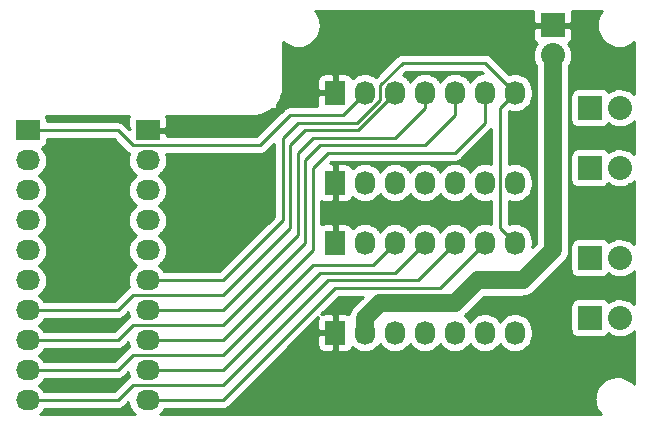
<source format=gbr>
G04 #@! TF.FileFunction,Copper,L1,Top,Signal*
%FSLAX46Y46*%
G04 Gerber Fmt 4.6, Leading zero omitted, Abs format (unit mm)*
G04 Created by KiCad (PCBNEW 4.0.1-stable) date 1/22/2016 1:12:54 PM*
%MOMM*%
G01*
G04 APERTURE LIST*
%ADD10C,0.100000*%
%ADD11R,1.727200X2.032000*%
%ADD12O,1.727200X2.032000*%
%ADD13R,2.032000X1.727200*%
%ADD14O,2.032000X1.727200*%
%ADD15R,2.032000X2.032000*%
%ADD16O,2.032000X2.032000*%
%ADD17C,0.600000*%
%ADD18C,0.250000*%
%ADD19C,1.500000*%
%ADD20C,1.000000*%
%ADD21C,0.254000*%
G04 APERTURE END LIST*
D10*
D11*
X85725000Y-86995000D03*
D12*
X88265000Y-86995000D03*
X90805000Y-86995000D03*
X93345000Y-86995000D03*
X95885000Y-86995000D03*
X98425000Y-86995000D03*
X100965000Y-86995000D03*
D13*
X59690000Y-77470000D03*
D14*
X59690000Y-80010000D03*
X59690000Y-82550000D03*
X59690000Y-85090000D03*
X59690000Y-87630000D03*
X59690000Y-90170000D03*
X59690000Y-92710000D03*
X59690000Y-95250000D03*
X59690000Y-97790000D03*
X59690000Y-100330000D03*
D15*
X107315000Y-80645000D03*
D16*
X109855000Y-80645000D03*
D15*
X107315000Y-75565000D03*
D16*
X109855000Y-75565000D03*
D15*
X107315000Y-93345000D03*
D16*
X109855000Y-93345000D03*
D15*
X107315000Y-88265000D03*
D16*
X109855000Y-88265000D03*
D13*
X69850000Y-77470000D03*
D14*
X69850000Y-80010000D03*
X69850000Y-82550000D03*
X69850000Y-85090000D03*
X69850000Y-87630000D03*
X69850000Y-90170000D03*
X69850000Y-92710000D03*
X69850000Y-95250000D03*
X69850000Y-97790000D03*
X69850000Y-100330000D03*
D11*
X85725000Y-94615000D03*
D12*
X88265000Y-94615000D03*
X90805000Y-94615000D03*
X93345000Y-94615000D03*
X95885000Y-94615000D03*
X98425000Y-94615000D03*
X100965000Y-94615000D03*
D11*
X85725000Y-81915000D03*
D12*
X88265000Y-81915000D03*
X90805000Y-81915000D03*
X93345000Y-81915000D03*
X95885000Y-81915000D03*
X98425000Y-81915000D03*
X100965000Y-81915000D03*
D11*
X85725000Y-74295000D03*
D12*
X88265000Y-74295000D03*
X90805000Y-74295000D03*
X93345000Y-74295000D03*
X95885000Y-74295000D03*
X98425000Y-74295000D03*
X100965000Y-74295000D03*
D15*
X104140000Y-68580000D03*
D16*
X104140000Y-71120000D03*
D17*
X97155000Y-73025000D03*
X94615000Y-73025000D03*
X92075000Y-73025000D03*
X94615000Y-80645000D03*
X92075000Y-80645000D03*
X87312500Y-96202500D03*
X89535000Y-96202500D03*
X71120000Y-88900000D03*
X71120000Y-86360000D03*
X71120000Y-83820000D03*
X71120000Y-81280000D03*
X66675000Y-101282500D03*
X61595000Y-101282500D03*
X106045000Y-84455000D03*
X109855000Y-84455000D03*
X106680000Y-82550000D03*
X106680000Y-86360000D03*
X110807500Y-82232500D03*
X110807500Y-86677500D03*
X108902500Y-86677500D03*
X108902500Y-82232500D03*
X92075000Y-85725000D03*
X89535000Y-85725000D03*
X89535000Y-83185000D03*
X96520000Y-100330000D03*
X100330000Y-100330000D03*
X66675000Y-88900000D03*
X66675000Y-86360000D03*
X66675000Y-83820000D03*
X66675000Y-81280000D03*
X61595000Y-88900000D03*
X61595000Y-86360000D03*
X61595000Y-83820000D03*
X61595000Y-81280000D03*
X106680000Y-95885000D03*
X109855000Y-95885000D03*
X109855000Y-97790000D03*
X106680000Y-97790000D03*
X104140000Y-100330000D03*
X92710000Y-100330000D03*
X91440000Y-97790000D03*
X88900000Y-100330000D03*
X85090000Y-100330000D03*
X87630000Y-97790000D03*
X83820000Y-97790000D03*
X81280000Y-100330000D03*
X78105000Y-100330000D03*
X80645000Y-97790000D03*
X106680000Y-73025000D03*
X109855000Y-73025000D03*
X109855000Y-71120000D03*
X106680000Y-71120000D03*
X106680000Y-68580000D03*
X100965000Y-68580000D03*
X97155000Y-68580000D03*
X93345000Y-68580000D03*
X89535000Y-68580000D03*
X85725000Y-68580000D03*
X66675000Y-78740000D03*
X61595000Y-78740000D03*
X61595000Y-76517500D03*
X66675000Y-76517500D03*
X66675000Y-91440000D03*
X61595000Y-91440000D03*
X61595000Y-93980000D03*
X61595000Y-93980000D03*
X61595000Y-96520000D03*
X61595000Y-96520000D03*
X61595000Y-99060000D03*
X61595000Y-99060000D03*
X66675000Y-99060000D03*
X66675000Y-99060000D03*
X66675000Y-96520000D03*
X66675000Y-96520000D03*
X66675000Y-93980000D03*
X66675000Y-93980000D03*
X76385000Y-83835000D03*
X75885000Y-83535000D03*
X75385000Y-83335000D03*
X74885000Y-83535000D03*
X74385000Y-83835000D03*
X73985000Y-84335000D03*
X76785000Y-84335000D03*
X76285000Y-82435000D03*
X74385000Y-82435000D03*
D18*
X106680000Y-75565000D02*
X107315000Y-75565000D01*
X106680000Y-88265000D02*
X107315000Y-88265000D01*
X100965000Y-74295000D02*
X99695000Y-75565000D01*
X99695000Y-85725000D02*
X100965000Y-86995000D01*
X99695000Y-75565000D02*
X99695000Y-85725000D01*
X100965000Y-74295000D02*
X100965000Y-74930000D01*
X69850000Y-90170000D02*
X76200000Y-90170000D01*
X98425000Y-71755000D02*
X100965000Y-74295000D01*
X91440000Y-71755000D02*
X98425000Y-71755000D01*
X89535000Y-73660000D02*
X91440000Y-71755000D01*
X89535000Y-74928602D02*
X89535000Y-73660000D01*
X87628602Y-76835000D02*
X89535000Y-74928602D01*
X82550000Y-76835000D02*
X87628602Y-76835000D01*
X81280000Y-78105000D02*
X82550000Y-76835000D01*
X81280000Y-85090000D02*
X81280000Y-78105000D01*
X76200000Y-90170000D02*
X81280000Y-85090000D01*
X82550000Y-79375000D02*
X82550000Y-86360000D01*
X82550000Y-79375000D02*
X83820000Y-78105000D01*
X83820000Y-78105000D02*
X90805000Y-78105000D01*
X90805000Y-78105000D02*
X93345000Y-75565000D01*
X93345000Y-74295000D02*
X93345000Y-75565000D01*
X76200000Y-92710000D02*
X69850000Y-92710000D01*
X82550000Y-86360000D02*
X76200000Y-92710000D01*
X83820000Y-87630000D02*
X76200000Y-95250000D01*
X76200000Y-95250000D02*
X69850000Y-95250000D01*
X98425000Y-74295000D02*
X98425000Y-76835000D01*
X95885000Y-79375000D02*
X98425000Y-76835000D01*
X85090000Y-79375000D02*
X95885000Y-79375000D01*
X83820000Y-80645000D02*
X85090000Y-79375000D01*
X83820000Y-86995000D02*
X83820000Y-80645000D01*
X83820000Y-87630000D02*
X83820000Y-86995000D01*
X81915000Y-92075000D02*
X76200000Y-97790000D01*
X90805000Y-89535000D02*
X84455000Y-89535000D01*
X84455000Y-89535000D02*
X81915000Y-92075000D01*
X93345000Y-86995000D02*
X90805000Y-89535000D01*
X76200000Y-97790000D02*
X69850000Y-97790000D01*
X81915000Y-94615000D02*
X76200000Y-100330000D01*
X96520000Y-88900000D02*
X94615000Y-90805000D01*
X85725000Y-90805000D02*
X81915000Y-94615000D01*
X94615000Y-90805000D02*
X85725000Y-90805000D01*
X98425000Y-86995000D02*
X96520000Y-88900000D01*
X76200000Y-100330000D02*
X69850000Y-100330000D01*
X81915000Y-90805000D02*
X76200000Y-96520000D01*
X89535000Y-88265000D02*
X88900000Y-88900000D01*
X88900000Y-88900000D02*
X83820000Y-88900000D01*
X83820000Y-88900000D02*
X81915000Y-90805000D01*
X90805000Y-86995000D02*
X89535000Y-88265000D01*
X67310000Y-97790000D02*
X59690000Y-97790000D01*
X68580000Y-96520000D02*
X67310000Y-97790000D01*
X76200000Y-96520000D02*
X68580000Y-96520000D01*
X81915000Y-93345000D02*
X76200000Y-99060000D01*
X92710000Y-90170000D02*
X85090000Y-90170000D01*
X85090000Y-90170000D02*
X81915000Y-93345000D01*
X95885000Y-86995000D02*
X92710000Y-90170000D01*
X67310000Y-100330000D02*
X59690000Y-100330000D01*
X68580000Y-99060000D02*
X67310000Y-100330000D01*
X76200000Y-99060000D02*
X68580000Y-99060000D01*
X87630000Y-77470000D02*
X90805000Y-74295000D01*
X81915000Y-78740000D02*
X81915000Y-85725000D01*
X81915000Y-78740000D02*
X83185000Y-77470000D01*
X83185000Y-77470000D02*
X87630000Y-77470000D01*
X87630000Y-77470000D02*
X87630000Y-77470000D01*
X87630000Y-77470000D02*
X87630000Y-77470000D01*
X67310000Y-92710000D02*
X59690000Y-92710000D01*
X68580000Y-91440000D02*
X67310000Y-92710000D01*
X76200000Y-91440000D02*
X68580000Y-91440000D01*
X81915000Y-85725000D02*
X76200000Y-91440000D01*
X83185000Y-86995000D02*
X76200000Y-93980000D01*
X83185000Y-86995000D02*
X83185000Y-85725000D01*
X83185000Y-85725000D02*
X83185000Y-80010000D01*
X83185000Y-80010000D02*
X84455000Y-78740000D01*
X84455000Y-78740000D02*
X93345000Y-78740000D01*
X93345000Y-78740000D02*
X95885000Y-76200000D01*
X95885000Y-74295000D02*
X95885000Y-76200000D01*
X67310000Y-95250000D02*
X59690000Y-95250000D01*
X68580000Y-93980000D02*
X67310000Y-95250000D01*
X76200000Y-93980000D02*
X68580000Y-93980000D01*
X94103708Y-72601959D02*
X94615000Y-73025000D01*
X92713323Y-72610439D02*
X94103708Y-72601959D01*
X92075000Y-73025000D02*
X92713323Y-72610439D01*
X85725000Y-81915000D02*
X85725000Y-80255000D01*
X91605000Y-80265000D02*
X92075000Y-80645000D01*
X88915000Y-80185000D02*
X91605000Y-80265000D01*
X85725000Y-80255000D02*
X88915000Y-80185000D01*
X87630000Y-97790000D02*
X87947500Y-97790000D01*
X87312500Y-96202500D02*
X86677500Y-96520000D01*
X87947500Y-97790000D02*
X89535000Y-96202500D01*
X71755000Y-88265000D02*
X71120000Y-88900000D01*
X71755000Y-86995000D02*
X71755000Y-88265000D01*
X71120000Y-86360000D02*
X71755000Y-86995000D01*
X72072500Y-82867500D02*
X71120000Y-83820000D01*
X72072500Y-82232500D02*
X72072500Y-82867500D01*
X71120000Y-81280000D02*
X72072500Y-82232500D01*
X61595000Y-101282500D02*
X66675000Y-101282500D01*
X109855000Y-84455000D02*
X109855000Y-83185000D01*
X106045000Y-84455000D02*
X109855000Y-84455000D01*
X106045000Y-83185000D02*
X106045000Y-86042500D01*
X106680000Y-82550000D02*
X106045000Y-83185000D01*
X106680000Y-86360000D02*
X106680000Y-86360000D01*
X110807500Y-82232500D02*
X106680000Y-86360000D01*
X110172500Y-86042500D02*
X110807500Y-86677500D01*
X109537500Y-86042500D02*
X110172500Y-86042500D01*
X108902500Y-86677500D02*
X109537500Y-86042500D01*
X109855000Y-83185000D02*
X108902500Y-82232500D01*
X85725000Y-81915000D02*
X85725000Y-83820000D01*
X92075000Y-85090000D02*
X92075000Y-85725000D01*
X91440000Y-84455000D02*
X92075000Y-85090000D01*
X90805000Y-84455000D02*
X91440000Y-84455000D01*
X89535000Y-85725000D02*
X90805000Y-84455000D01*
X88265000Y-84455000D02*
X89535000Y-83185000D01*
X86360000Y-84455000D02*
X88265000Y-84455000D01*
X85725000Y-83820000D02*
X86360000Y-84455000D01*
X96520000Y-100330000D02*
X96520000Y-100330000D01*
X66675000Y-86360000D02*
X66675000Y-88900000D01*
X66675000Y-81280000D02*
X66675000Y-83820000D01*
X61595000Y-86360000D02*
X61595000Y-88900000D01*
X61595000Y-81280000D02*
X61595000Y-83820000D01*
X109855000Y-95885000D02*
X106680000Y-95885000D01*
X106680000Y-97790000D02*
X109855000Y-97790000D01*
X100330000Y-100330000D02*
X104140000Y-100330000D01*
X92710000Y-100330000D02*
X96520000Y-100330000D01*
X88900000Y-100330000D02*
X91440000Y-97790000D01*
X87630000Y-97790000D02*
X85090000Y-100330000D01*
X81280000Y-100330000D02*
X83820000Y-97790000D01*
X80645000Y-97790000D02*
X78105000Y-100330000D01*
X104140000Y-68580000D02*
X106680000Y-68580000D01*
X109855000Y-73025000D02*
X106680000Y-73025000D01*
X106680000Y-71120000D02*
X109855000Y-71120000D01*
X101600000Y-68580000D02*
X104140000Y-68580000D01*
X100965000Y-68580000D02*
X101600000Y-68580000D01*
X93345000Y-68580000D02*
X97155000Y-68580000D01*
X85725000Y-68580000D02*
X89535000Y-68580000D01*
X61595000Y-78740000D02*
X66675000Y-78740000D01*
X66675000Y-76517500D02*
X61595000Y-76517500D01*
X66675000Y-91440000D02*
X61595000Y-91440000D01*
X61595000Y-93980000D02*
X61595000Y-93980000D01*
X61595000Y-96520000D02*
X61595000Y-96520000D01*
X61595000Y-99060000D02*
X61595000Y-99060000D01*
X66675000Y-99060000D02*
X66675000Y-99060000D01*
X66675000Y-96520000D02*
X66675000Y-96520000D01*
X66675000Y-93980000D02*
X66675000Y-93980000D01*
X76385000Y-83835000D02*
X76485000Y-83835000D01*
X75585000Y-83535000D02*
X75885000Y-83535000D01*
X75385000Y-83335000D02*
X75585000Y-83535000D01*
X74685000Y-83535000D02*
X74885000Y-83535000D01*
X74385000Y-83835000D02*
X74685000Y-83535000D01*
X76785000Y-84335000D02*
X73985000Y-84335000D01*
X74385000Y-82435000D02*
X76285000Y-82435000D01*
D19*
X104140000Y-71120000D02*
X104140000Y-87630000D01*
X104140000Y-87630000D02*
X101600000Y-90170000D01*
X101600000Y-90170000D02*
X97790000Y-90170000D01*
X97790000Y-90170000D02*
X95885000Y-92075000D01*
X95885000Y-92075000D02*
X89535000Y-92075000D01*
X89535000Y-92075000D02*
X88265000Y-93345000D01*
X88265000Y-93345000D02*
X88265000Y-94615000D01*
D20*
X97790000Y-90170000D02*
X95885000Y-92075000D01*
X101600000Y-90170000D02*
X97790000Y-90170000D01*
X104140000Y-87630000D02*
X101600000Y-90170000D01*
D18*
X88265000Y-74295000D02*
X86360000Y-76200000D01*
X67310000Y-77470000D02*
X59690000Y-77470000D01*
X68580000Y-78740000D02*
X67310000Y-77470000D01*
X79375000Y-78740000D02*
X68580000Y-78740000D01*
X81915000Y-76200000D02*
X79375000Y-78740000D01*
X86360000Y-76200000D02*
X81915000Y-76200000D01*
D21*
X68208083Y-100506719D02*
X68208083Y-100506719D01*
X68004883Y-100709919D02*
X68246725Y-100709919D01*
X67791909Y-100913119D02*
X68311496Y-100913119D01*
X61120731Y-101116319D02*
X68417726Y-101116319D01*
X60967441Y-101319519D02*
X68571469Y-101319519D01*
X60747746Y-101522719D02*
X68790757Y-101522719D01*
X84062332Y-67385000D02*
X102512165Y-67385000D01*
X105767835Y-67385000D02*
X108337452Y-67385000D01*
X84211412Y-67588200D02*
X102489000Y-67588200D01*
X105791000Y-67588200D02*
X108182769Y-67588200D01*
X84326846Y-67791400D02*
X102489000Y-67791400D01*
X105791000Y-67791400D02*
X108078338Y-67791400D01*
X84401912Y-67994600D02*
X102489000Y-67994600D01*
X105791000Y-67994600D02*
X107996107Y-67994600D01*
X84465183Y-68197800D02*
X102489000Y-68197800D01*
X105791000Y-68197800D02*
X107937840Y-68197800D01*
X84490853Y-68401000D02*
X102595750Y-68401000D01*
X105684250Y-68401000D02*
X107909136Y-68401000D01*
X84509588Y-68604200D02*
X107892073Y-68604200D01*
X84489664Y-68807400D02*
X102547350Y-68807400D01*
X105732650Y-68807400D02*
X107910458Y-68807400D01*
X84461664Y-69010600D02*
X102489000Y-69010600D01*
X105791000Y-69010600D02*
X107936016Y-69010600D01*
X84400314Y-69213800D02*
X102489000Y-69213800D01*
X105791000Y-69213800D02*
X108000476Y-69213800D01*
X84318478Y-69417000D02*
X102489000Y-69417000D01*
X105791000Y-69417000D02*
X108079950Y-69417000D01*
X84210435Y-69620200D02*
X102489000Y-69620200D01*
X105791000Y-69620200D02*
X108191659Y-69620200D01*
X84055148Y-69823400D02*
X102530873Y-69823400D01*
X105749126Y-69823400D02*
X108345126Y-69823400D01*
X83857671Y-70026600D02*
X102656574Y-70026600D01*
X105623426Y-70026600D02*
X108540701Y-70026600D01*
X81355000Y-70229800D02*
X81614561Y-70229800D01*
X83582357Y-70229800D02*
X102745414Y-70229800D01*
X105536715Y-70229800D02*
X108814561Y-70229800D01*
X110782357Y-70229800D02*
X111050000Y-70229800D01*
X81355000Y-70433000D02*
X82095426Y-70433000D01*
X83106781Y-70433000D02*
X102635544Y-70433000D01*
X105642945Y-70433000D02*
X109295426Y-70433000D01*
X110306781Y-70433000D02*
X111050000Y-70433000D01*
X81355000Y-70636200D02*
X102561730Y-70636200D01*
X105718406Y-70636200D02*
X111050000Y-70636200D01*
X81355000Y-70839400D02*
X102509333Y-70839400D01*
X105772363Y-70839400D02*
X111050000Y-70839400D01*
X81355000Y-71042600D02*
X91180996Y-71042600D01*
X98681867Y-71042600D02*
X102487976Y-71042600D01*
X105790855Y-71042600D02*
X111050000Y-71042600D01*
X81355000Y-71245800D02*
X90874398Y-71245800D01*
X98990602Y-71245800D02*
X102493549Y-71245800D01*
X105786937Y-71245800D02*
X111050000Y-71245800D01*
X81355000Y-71449000D02*
X90671198Y-71449000D01*
X99193802Y-71449000D02*
X102516034Y-71449000D01*
X105765580Y-71449000D02*
X111050000Y-71449000D01*
X81355000Y-71652200D02*
X90467998Y-71652200D01*
X99397002Y-71652200D02*
X102575839Y-71652200D01*
X105703288Y-71652200D02*
X111050000Y-71652200D01*
X81355000Y-71855400D02*
X90264798Y-71855400D01*
X99600202Y-71855400D02*
X102662357Y-71855400D01*
X105618286Y-71855400D02*
X111050000Y-71855400D01*
X81355000Y-72058600D02*
X90061598Y-72058600D01*
X99803402Y-72058600D02*
X102755000Y-72058600D01*
X105525000Y-72058600D02*
X111050000Y-72058600D01*
X81355000Y-72261800D02*
X89858398Y-72261800D01*
X100006602Y-72261800D02*
X102755000Y-72261800D01*
X105525000Y-72261800D02*
X111050000Y-72261800D01*
X81355000Y-72465000D02*
X89655198Y-72465000D01*
X100209802Y-72465000D02*
X102755000Y-72465000D01*
X105525000Y-72465000D02*
X111050000Y-72465000D01*
X81355000Y-72668200D02*
X84677198Y-72668200D01*
X85463450Y-72668200D02*
X85986550Y-72668200D01*
X86772803Y-72668200D02*
X87965014Y-72668200D01*
X88571436Y-72668200D02*
X89451998Y-72668200D01*
X100413002Y-72668200D02*
X100665014Y-72668200D01*
X101271436Y-72668200D02*
X102755000Y-72668200D01*
X105525000Y-72668200D02*
X111050000Y-72668200D01*
X81355000Y-72871400D02*
X84370974Y-72871400D01*
X85598000Y-72871400D02*
X85852000Y-72871400D01*
X87079026Y-72871400D02*
X87462091Y-72871400D01*
X89064508Y-72871400D02*
X89248798Y-72871400D01*
X101764508Y-72871400D02*
X102755000Y-72871400D01*
X105525000Y-72871400D02*
X111050000Y-72871400D01*
X81355000Y-73074600D02*
X84258747Y-73074600D01*
X85598000Y-73074600D02*
X85852000Y-73074600D01*
X87191254Y-73074600D02*
X87207510Y-73074600D01*
X102023472Y-73074600D02*
X102755000Y-73074600D01*
X105525000Y-73074600D02*
X111050000Y-73074600D01*
X81355000Y-73277800D02*
X84226400Y-73277800D01*
X85598000Y-73277800D02*
X85852000Y-73277800D01*
X102190789Y-73277800D02*
X102755000Y-73277800D01*
X105525000Y-73277800D02*
X111050000Y-73277800D01*
X81355000Y-73481000D02*
X84226400Y-73481000D01*
X85598000Y-73481000D02*
X85852000Y-73481000D01*
X102306638Y-73481000D02*
X102755000Y-73481000D01*
X105525000Y-73481000D02*
X111050000Y-73481000D01*
X81353328Y-73684200D02*
X84226400Y-73684200D01*
X85598000Y-73684200D02*
X85852000Y-73684200D01*
X102386955Y-73684200D02*
X102755000Y-73684200D01*
X105525000Y-73684200D02*
X111050000Y-73684200D01*
X81336108Y-73887400D02*
X84226400Y-73887400D01*
X85598000Y-73887400D02*
X85852000Y-73887400D01*
X102439361Y-73887400D02*
X102755000Y-73887400D01*
X105525000Y-73887400D02*
X111050000Y-73887400D01*
X81316184Y-74090600D02*
X84307750Y-74090600D01*
X85598000Y-74090600D02*
X85852000Y-74090600D01*
X102459285Y-74090600D02*
X102755000Y-74090600D01*
X105525000Y-74090600D02*
X105859651Y-74090600D01*
X108767048Y-74090600D02*
X109113399Y-74090600D01*
X110597589Y-74090600D02*
X111050000Y-74090600D01*
X81270732Y-74293800D02*
X85872000Y-74293800D01*
X102463600Y-74293800D02*
X102755000Y-74293800D01*
X105525000Y-74293800D02*
X105721097Y-74293800D01*
X110905790Y-74293800D02*
X111050000Y-74293800D01*
X81209383Y-74497000D02*
X84310150Y-74497000D01*
X102461133Y-74497000D02*
X102755000Y-74497000D01*
X105525000Y-74497000D02*
X105668318Y-74497000D01*
X81136010Y-74700200D02*
X84226400Y-74700200D01*
X102438340Y-74700200D02*
X102755000Y-74700200D01*
X105525000Y-74700200D02*
X105660928Y-74700200D01*
X81030245Y-74903400D02*
X84226400Y-74903400D01*
X102387571Y-74903400D02*
X102755000Y-74903400D01*
X105525000Y-74903400D02*
X105660928Y-74903400D01*
X80914422Y-75106600D02*
X84226400Y-75106600D01*
X102308963Y-75106600D02*
X102755000Y-75106600D01*
X105525000Y-75106600D02*
X105660928Y-75106600D01*
X80772000Y-75309800D02*
X84226400Y-75309800D01*
X102195010Y-75309800D02*
X102755000Y-75309800D01*
X105525000Y-75309800D02*
X105660928Y-75309800D01*
X80772000Y-75513000D02*
X81595944Y-75513000D01*
X102024504Y-75513000D02*
X102755000Y-75513000D01*
X105525000Y-75513000D02*
X105660928Y-75513000D01*
X80342667Y-75716200D02*
X81323998Y-75716200D01*
X101772500Y-75716200D02*
X102755000Y-75716200D01*
X105525000Y-75716200D02*
X105660928Y-75716200D01*
X80040249Y-75919400D02*
X81120798Y-75919400D01*
X100455000Y-75919400D02*
X100650810Y-75919400D01*
X101273141Y-75919400D02*
X102755000Y-75919400D01*
X105525000Y-75919400D02*
X105660928Y-75919400D01*
X79597057Y-76122600D02*
X80917598Y-76122600D01*
X100455000Y-76122600D02*
X102755000Y-76122600D01*
X105525000Y-76122600D02*
X105660928Y-76122600D01*
X71437091Y-76325800D02*
X80714398Y-76325800D01*
X100455000Y-76325800D02*
X102755000Y-76325800D01*
X105525000Y-76325800D02*
X105660928Y-76325800D01*
X71498045Y-76529000D02*
X80511198Y-76529000D01*
X100455000Y-76529000D02*
X102755000Y-76529000D01*
X105525000Y-76529000D02*
X105660928Y-76529000D01*
X71501000Y-76732200D02*
X80307998Y-76732200D01*
X100455000Y-76732200D02*
X102755000Y-76732200D01*
X105525000Y-76732200D02*
X105684500Y-76732200D01*
X111027246Y-76732200D02*
X111050000Y-76732200D01*
X71501000Y-76935400D02*
X80104798Y-76935400D01*
X100455000Y-76935400D02*
X102755000Y-76935400D01*
X105525000Y-76935400D02*
X105775986Y-76935400D01*
X108858987Y-76935400D02*
X108924122Y-76935400D01*
X110782765Y-76935400D02*
X111050000Y-76935400D01*
X71501000Y-77138600D02*
X79901598Y-77138600D01*
X100455000Y-77138600D02*
X102755000Y-77138600D01*
X105525000Y-77138600D02*
X105998757Y-77138600D01*
X108632913Y-77138600D02*
X109356111Y-77138600D01*
X110355128Y-77138600D02*
X111050000Y-77138600D01*
X69723000Y-77341800D02*
X69977000Y-77341800D01*
X71343450Y-77341800D02*
X79698398Y-77341800D01*
X100455000Y-77341800D02*
X102755000Y-77341800D01*
X105525000Y-77341800D02*
X111050000Y-77341800D01*
X69703000Y-77545000D02*
X79495198Y-77545000D01*
X100455000Y-77545000D02*
X102755000Y-77545000D01*
X105525000Y-77545000D02*
X111050000Y-77545000D01*
X71493450Y-77748200D02*
X79291998Y-77748200D01*
X100455000Y-77748200D02*
X102755000Y-77748200D01*
X105525000Y-77748200D02*
X111050000Y-77748200D01*
X71501000Y-77951400D02*
X79088798Y-77951400D01*
X100455000Y-77951400D02*
X102755000Y-77951400D01*
X105525000Y-77951400D02*
X111050000Y-77951400D01*
X100455000Y-78154600D02*
X102755000Y-78154600D01*
X105525000Y-78154600D02*
X111050000Y-78154600D01*
X100455000Y-78357800D02*
X102755000Y-78357800D01*
X105525000Y-78357800D02*
X111050000Y-78357800D01*
X100455000Y-78561000D02*
X102755000Y-78561000D01*
X105525000Y-78561000D02*
X111050000Y-78561000D01*
X100455000Y-78764200D02*
X102755000Y-78764200D01*
X105525000Y-78764200D02*
X111050000Y-78764200D01*
X100455000Y-78967400D02*
X102755000Y-78967400D01*
X105525000Y-78967400D02*
X111050000Y-78967400D01*
X100455000Y-79170600D02*
X102755000Y-79170600D01*
X105525000Y-79170600D02*
X105859651Y-79170600D01*
X108767048Y-79170600D02*
X109113399Y-79170600D01*
X110597589Y-79170600D02*
X111050000Y-79170600D01*
X100455000Y-79373800D02*
X102755000Y-79373800D01*
X105525000Y-79373800D02*
X105721097Y-79373800D01*
X110905790Y-79373800D02*
X111050000Y-79373800D01*
X100455000Y-79577000D02*
X102755000Y-79577000D01*
X105525000Y-79577000D02*
X105668318Y-79577000D01*
X100455000Y-79780200D02*
X102755000Y-79780200D01*
X105525000Y-79780200D02*
X105660928Y-79780200D01*
X100455000Y-79983400D02*
X102755000Y-79983400D01*
X105525000Y-79983400D02*
X105660928Y-79983400D01*
X100455000Y-80186600D02*
X102755000Y-80186600D01*
X105525000Y-80186600D02*
X105660928Y-80186600D01*
X101576603Y-80389800D02*
X102755000Y-80389800D01*
X105525000Y-80389800D02*
X105660928Y-80389800D01*
X101900658Y-80593000D02*
X102755000Y-80593000D01*
X105525000Y-80593000D02*
X105660928Y-80593000D01*
X102107926Y-80796200D02*
X102755000Y-80796200D01*
X105525000Y-80796200D02*
X105660928Y-80796200D01*
X102252617Y-80999400D02*
X102755000Y-80999400D01*
X105525000Y-80999400D02*
X105660928Y-80999400D01*
X102356280Y-81202600D02*
X102755000Y-81202600D01*
X105525000Y-81202600D02*
X105660928Y-81202600D01*
X102417629Y-81405800D02*
X102755000Y-81405800D01*
X105525000Y-81405800D02*
X105660928Y-81405800D01*
X102449323Y-81609000D02*
X102755000Y-81609000D01*
X105525000Y-81609000D02*
X105660928Y-81609000D01*
X102463600Y-81812200D02*
X102755000Y-81812200D01*
X105525000Y-81812200D02*
X105684500Y-81812200D01*
X111027246Y-81812200D02*
X111050000Y-81812200D01*
X102463600Y-82015400D02*
X102755000Y-82015400D01*
X105525000Y-82015400D02*
X105775986Y-82015400D01*
X108858987Y-82015400D02*
X108924122Y-82015400D01*
X110782765Y-82015400D02*
X111050000Y-82015400D01*
X102449737Y-82218600D02*
X102755000Y-82218600D01*
X105525000Y-82218600D02*
X105998757Y-82218600D01*
X108632913Y-82218600D02*
X109356111Y-82218600D01*
X110355128Y-82218600D02*
X111050000Y-82218600D01*
X102419801Y-82421800D02*
X102755000Y-82421800D01*
X105525000Y-82421800D02*
X111050000Y-82421800D01*
X102355342Y-82625000D02*
X102755000Y-82625000D01*
X105525000Y-82625000D02*
X111050000Y-82625000D01*
X102253108Y-82828200D02*
X102755000Y-82828200D01*
X105525000Y-82828200D02*
X111050000Y-82828200D01*
X102109757Y-83031400D02*
X102755000Y-83031400D01*
X105525000Y-83031400D02*
X111050000Y-83031400D01*
X101903439Y-83234600D02*
X102755000Y-83234600D01*
X105525000Y-83234600D02*
X111050000Y-83234600D01*
X101578157Y-83437800D02*
X102755000Y-83437800D01*
X105525000Y-83437800D02*
X111050000Y-83437800D01*
X100455000Y-83641000D02*
X102755000Y-83641000D01*
X105525000Y-83641000D02*
X111050000Y-83641000D01*
X100455000Y-83844200D02*
X102755000Y-83844200D01*
X105525000Y-83844200D02*
X111050000Y-83844200D01*
X100455000Y-84047400D02*
X102755000Y-84047400D01*
X105525000Y-84047400D02*
X111050000Y-84047400D01*
X100455000Y-84250600D02*
X102755000Y-84250600D01*
X105525000Y-84250600D02*
X111050000Y-84250600D01*
X100455000Y-84453800D02*
X102755000Y-84453800D01*
X105525000Y-84453800D02*
X111050000Y-84453800D01*
X100455000Y-84657000D02*
X102755000Y-84657000D01*
X105525000Y-84657000D02*
X111050000Y-84657000D01*
X100455000Y-84860200D02*
X102755000Y-84860200D01*
X105525000Y-84860200D02*
X111050000Y-84860200D01*
X100455000Y-85063400D02*
X102755000Y-85063400D01*
X105525000Y-85063400D02*
X111050000Y-85063400D01*
X100455000Y-85266600D02*
X102755000Y-85266600D01*
X105525000Y-85266600D02*
X111050000Y-85266600D01*
X101576603Y-85469800D02*
X102755000Y-85469800D01*
X105525000Y-85469800D02*
X111050000Y-85469800D01*
X101900658Y-85673000D02*
X102755000Y-85673000D01*
X105525000Y-85673000D02*
X111050000Y-85673000D01*
X102107926Y-85876200D02*
X102755000Y-85876200D01*
X105525000Y-85876200D02*
X111050000Y-85876200D01*
X102252617Y-86079400D02*
X102755000Y-86079400D01*
X105525000Y-86079400D02*
X111050000Y-86079400D01*
X102356280Y-86282600D02*
X102755000Y-86282600D01*
X105525000Y-86282600D02*
X111050000Y-86282600D01*
X102417629Y-86485800D02*
X102755000Y-86485800D01*
X105525000Y-86485800D02*
X111050000Y-86485800D01*
X102449323Y-86689000D02*
X102755000Y-86689000D01*
X105525000Y-86689000D02*
X106000729Y-86689000D01*
X108625919Y-86689000D02*
X109363026Y-86689000D01*
X110346136Y-86689000D02*
X111050000Y-86689000D01*
X102463600Y-86892200D02*
X102755000Y-86892200D01*
X105525000Y-86892200D02*
X105773058Y-86892200D01*
X108852433Y-86892200D02*
X108930220Y-86892200D01*
X110782977Y-86892200D02*
X111050000Y-86892200D01*
X102463600Y-87095400D02*
X102715914Y-87095400D01*
X105525000Y-87095400D02*
X105682757Y-87095400D01*
X111027920Y-87095400D02*
X111050000Y-87095400D01*
X102449737Y-87298600D02*
X102512714Y-87298600D01*
X105525000Y-87298600D02*
X105660928Y-87298600D01*
X105525000Y-87501800D02*
X105660928Y-87501800D01*
X105518621Y-87705000D02*
X105660928Y-87705000D01*
X105496316Y-87908200D02*
X105660928Y-87908200D01*
X105434191Y-88111400D02*
X105660928Y-88111400D01*
X105336956Y-88314600D02*
X105660928Y-88314600D01*
X105194538Y-88517800D02*
X105660928Y-88517800D01*
X105007686Y-88721000D02*
X105660928Y-88721000D01*
X104804486Y-88924200D02*
X105660928Y-88924200D01*
X104601286Y-89127400D02*
X105660928Y-89127400D01*
X104398086Y-89330600D02*
X105664883Y-89330600D01*
X104194886Y-89533800D02*
X105715963Y-89533800D01*
X110909129Y-89533800D02*
X111050000Y-89533800D01*
X103991686Y-89737000D02*
X105860136Y-89737000D01*
X108772394Y-89737000D02*
X109107972Y-89737000D01*
X110601192Y-89737000D02*
X111050000Y-89737000D01*
X103788486Y-89940200D02*
X111050000Y-89940200D01*
X103585286Y-90143400D02*
X111050000Y-90143400D01*
X103382086Y-90346600D02*
X111050000Y-90346600D01*
X103178886Y-90549800D02*
X111050000Y-90549800D01*
X102975686Y-90753000D02*
X111050000Y-90753000D01*
X102772486Y-90956200D02*
X111050000Y-90956200D01*
X102569143Y-91159400D02*
X111050000Y-91159400D01*
X102294440Y-91362600D02*
X111050000Y-91362600D01*
X86039002Y-91565800D02*
X88085514Y-91565800D01*
X98352886Y-91565800D02*
X111050000Y-91565800D01*
X85835802Y-91769000D02*
X87882314Y-91769000D01*
X98149686Y-91769000D02*
X106000729Y-91769000D01*
X108625919Y-91769000D02*
X109363026Y-91769000D01*
X110346136Y-91769000D02*
X111050000Y-91769000D01*
X85632602Y-91972200D02*
X87679114Y-91972200D01*
X97946486Y-91972200D02*
X105773058Y-91972200D01*
X108852433Y-91972200D02*
X108930220Y-91972200D01*
X110782977Y-91972200D02*
X111050000Y-91972200D01*
X85429402Y-92175400D02*
X87475914Y-92175400D01*
X97743286Y-92175400D02*
X105682757Y-92175400D01*
X111027920Y-92175400D02*
X111050000Y-92175400D01*
X85226202Y-92378600D02*
X87275026Y-92378600D01*
X97540086Y-92378600D02*
X105660928Y-92378600D01*
X85023002Y-92581800D02*
X87110189Y-92581800D01*
X97336886Y-92581800D02*
X105660928Y-92581800D01*
X84819802Y-92785000D02*
X86999910Y-92785000D01*
X97133686Y-92785000D02*
X105660928Y-92785000D01*
X84616602Y-92988200D02*
X84677198Y-92988200D01*
X85463450Y-92988200D02*
X85986550Y-92988200D01*
X86772803Y-92988200D02*
X86932104Y-92988200D01*
X96930486Y-92988200D02*
X98125014Y-92988200D01*
X98731436Y-92988200D02*
X100665014Y-92988200D01*
X101271436Y-92988200D02*
X105660928Y-92988200D01*
X85598000Y-93191400D02*
X85852000Y-93191400D01*
X96697053Y-93191400D02*
X97622091Y-93191400D01*
X99224508Y-93191400D02*
X100162091Y-93191400D01*
X101764508Y-93191400D02*
X105660928Y-93191400D01*
X84210202Y-93394600D02*
X84258747Y-93394600D01*
X85598000Y-93394600D02*
X85852000Y-93394600D01*
X96943472Y-93394600D02*
X97367510Y-93394600D01*
X99483472Y-93394600D02*
X99907510Y-93394600D01*
X102023472Y-93394600D02*
X105660928Y-93394600D01*
X84007002Y-93597800D02*
X84226400Y-93597800D01*
X85598000Y-93597800D02*
X85852000Y-93597800D01*
X97110789Y-93597800D02*
X97197004Y-93597800D01*
X99650789Y-93597800D02*
X99737004Y-93597800D01*
X102190789Y-93597800D02*
X105660928Y-93597800D01*
X83803802Y-93801000D02*
X84226400Y-93801000D01*
X85598000Y-93801000D02*
X85852000Y-93801000D01*
X102306638Y-93801000D02*
X105660928Y-93801000D01*
X83600602Y-94004200D02*
X84226400Y-94004200D01*
X85598000Y-94004200D02*
X85852000Y-94004200D01*
X102386955Y-94004200D02*
X105660928Y-94004200D01*
X83397402Y-94207400D02*
X84226400Y-94207400D01*
X85598000Y-94207400D02*
X85852000Y-94207400D01*
X102439361Y-94207400D02*
X105660928Y-94207400D01*
X83194202Y-94410600D02*
X84307750Y-94410600D01*
X85598000Y-94410600D02*
X85852000Y-94410600D01*
X102459285Y-94410600D02*
X105664883Y-94410600D01*
X82991002Y-94613800D02*
X85872000Y-94613800D01*
X102463600Y-94613800D02*
X105715963Y-94613800D01*
X110909129Y-94613800D02*
X111050000Y-94613800D01*
X82787802Y-94817000D02*
X84310150Y-94817000D01*
X85598000Y-94817000D02*
X85852000Y-94817000D01*
X102461133Y-94817000D02*
X105860136Y-94817000D01*
X108772394Y-94817000D02*
X109107972Y-94817000D01*
X110601192Y-94817000D02*
X111050000Y-94817000D01*
X82584602Y-95020200D02*
X84226400Y-95020200D01*
X85598000Y-95020200D02*
X85852000Y-95020200D01*
X102438340Y-95020200D02*
X111050000Y-95020200D01*
X82381402Y-95223400D02*
X84226400Y-95223400D01*
X85598000Y-95223400D02*
X85852000Y-95223400D01*
X102387571Y-95223400D02*
X111050000Y-95223400D01*
X82178202Y-95426600D02*
X84226400Y-95426600D01*
X85598000Y-95426600D02*
X85852000Y-95426600D01*
X102308963Y-95426600D02*
X111050000Y-95426600D01*
X81975002Y-95629800D02*
X84226400Y-95629800D01*
X85598000Y-95629800D02*
X85852000Y-95629800D01*
X89495010Y-95629800D02*
X89577254Y-95629800D01*
X92035010Y-95629800D02*
X92117254Y-95629800D01*
X94575010Y-95629800D02*
X94657254Y-95629800D01*
X97115010Y-95629800D02*
X97197254Y-95629800D01*
X99655010Y-95629800D02*
X99737254Y-95629800D01*
X102195010Y-95629800D02*
X111050000Y-95629800D01*
X81771802Y-95833000D02*
X84257752Y-95833000D01*
X85598000Y-95833000D02*
X85852000Y-95833000D01*
X87192248Y-95833000D02*
X87203627Y-95833000D01*
X89324504Y-95833000D02*
X89743627Y-95833000D01*
X91864504Y-95833000D02*
X92283627Y-95833000D01*
X94404504Y-95833000D02*
X94823627Y-95833000D01*
X96944504Y-95833000D02*
X97363627Y-95833000D01*
X99484504Y-95833000D02*
X99903627Y-95833000D01*
X102024504Y-95833000D02*
X111050000Y-95833000D01*
X81568602Y-96036200D02*
X84368574Y-96036200D01*
X85598000Y-96036200D02*
X85852000Y-96036200D01*
X87081426Y-96036200D02*
X87461053Y-96036200D01*
X89072500Y-96036200D02*
X90001053Y-96036200D01*
X91612500Y-96036200D02*
X92541053Y-96036200D01*
X94152500Y-96036200D02*
X95081053Y-96036200D01*
X96692500Y-96036200D02*
X97621053Y-96036200D01*
X99232500Y-96036200D02*
X100161053Y-96036200D01*
X101772500Y-96036200D02*
X111050000Y-96036200D01*
X81365402Y-96239400D02*
X84670872Y-96239400D01*
X85465850Y-96239400D02*
X85984150Y-96239400D01*
X86779127Y-96239400D02*
X87950810Y-96239400D01*
X88573141Y-96239400D02*
X90490810Y-96239400D01*
X91113141Y-96239400D02*
X93030810Y-96239400D01*
X93653141Y-96239400D02*
X95570810Y-96239400D01*
X96193141Y-96239400D02*
X98110810Y-96239400D01*
X98733141Y-96239400D02*
X100650810Y-96239400D01*
X101273141Y-96239400D02*
X111050000Y-96239400D01*
X81162202Y-96442600D02*
X111050000Y-96442600D01*
X80959002Y-96645800D02*
X111050000Y-96645800D01*
X80755802Y-96849000D02*
X111050000Y-96849000D01*
X80552602Y-97052200D02*
X111050000Y-97052200D01*
X80349402Y-97255400D02*
X111050000Y-97255400D01*
X80146202Y-97458600D02*
X111050000Y-97458600D01*
X79943002Y-97661800D02*
X111050000Y-97661800D01*
X79739802Y-97865000D02*
X111050000Y-97865000D01*
X79536602Y-98068200D02*
X111050000Y-98068200D01*
X79333402Y-98271400D02*
X111050000Y-98271400D01*
X79130202Y-98474600D02*
X108790864Y-98474600D01*
X110400254Y-98474600D02*
X111050000Y-98474600D01*
X78927002Y-98677800D02*
X108455659Y-98677800D01*
X110739221Y-98677800D02*
X111050000Y-98677800D01*
X78723802Y-98881000D02*
X108219882Y-98881000D01*
X110972562Y-98881000D02*
X111050000Y-98881000D01*
X78520602Y-99084200D02*
X108058827Y-99084200D01*
X78317402Y-99287400D02*
X107931787Y-99287400D01*
X78114202Y-99490600D02*
X107827356Y-99490600D01*
X77911002Y-99693800D02*
X107767662Y-99693800D01*
X77707802Y-99897000D02*
X107717869Y-99897000D01*
X77504602Y-100100200D02*
X107700806Y-100100200D01*
X77301402Y-100303400D02*
X107698792Y-100303400D01*
X77098202Y-100506600D02*
X107721585Y-100506600D01*
X76895002Y-100709800D02*
X107767485Y-100709800D01*
X76682058Y-100913000D02*
X107831944Y-100913000D01*
X71280795Y-101116200D02*
X107934485Y-101116200D01*
X71127540Y-101319400D02*
X108057859Y-101319400D01*
X70907892Y-101522600D02*
X108228365Y-101522600D01*
X68208083Y-97966719D02*
X68208083Y-97966719D01*
X68004883Y-98169919D02*
X68246725Y-98169919D01*
X67791909Y-98373119D02*
X68260721Y-98373119D01*
X61120731Y-98576319D02*
X67988879Y-98576319D01*
X60967441Y-98779519D02*
X67785679Y-98779519D01*
X60747746Y-98982719D02*
X67582479Y-98982719D01*
X60807207Y-99185919D02*
X67379279Y-99185919D01*
X61007637Y-99389119D02*
X67176079Y-99389119D01*
X68208083Y-95426719D02*
X68208083Y-95426719D01*
X68004883Y-95629919D02*
X68246725Y-95629919D01*
X67791909Y-95833119D02*
X68260721Y-95833119D01*
X61120731Y-96036319D02*
X67988879Y-96036319D01*
X60967441Y-96239519D02*
X67785679Y-96239519D01*
X60747746Y-96442719D02*
X67582479Y-96442719D01*
X60807207Y-96645919D02*
X67379279Y-96645919D01*
X61007637Y-96849119D02*
X67176079Y-96849119D01*
X68208083Y-92886719D02*
X68208083Y-92886719D01*
X68004883Y-93089919D02*
X68246725Y-93089919D01*
X67791909Y-93293119D02*
X68260721Y-93293119D01*
X61120731Y-93496319D02*
X67988879Y-93496319D01*
X60967441Y-93699519D02*
X67785679Y-93699519D01*
X60747746Y-93902719D02*
X67582479Y-93902719D01*
X60807207Y-94105919D02*
X67379279Y-94105919D01*
X61007637Y-94309119D02*
X67176079Y-94309119D01*
X61344072Y-78230000D02*
X66995198Y-78230000D01*
X61329917Y-78433200D02*
X67198398Y-78433200D01*
X61262447Y-78636400D02*
X67401598Y-78636400D01*
X61086219Y-78839600D02*
X67604798Y-78839600D01*
X60986476Y-79042800D02*
X67807998Y-79042800D01*
X61133942Y-79246000D02*
X68011198Y-79246000D01*
X61240039Y-79449200D02*
X68301939Y-79449200D01*
X61299844Y-79652400D02*
X68239038Y-79652400D01*
X61333948Y-79855600D02*
X68206178Y-79855600D01*
X61344921Y-80058800D02*
X68196442Y-80058800D01*
X61323564Y-80262000D02*
X68214934Y-80262000D01*
X61270750Y-80465200D02*
X68268881Y-80465200D01*
X61189896Y-80668400D02*
X68350852Y-80668400D01*
X61073265Y-80871600D02*
X68468619Y-80871600D01*
X60904591Y-81074800D02*
X68638310Y-81074800D01*
X60642492Y-81278000D02*
X68900224Y-81278000D01*
X60896923Y-81481200D02*
X68640314Y-81481200D01*
X61068165Y-81684400D02*
X68470044Y-81684400D01*
X61187057Y-81887600D02*
X68352267Y-81887600D01*
X61269941Y-82090800D02*
X68270489Y-82090800D01*
X61324702Y-82294000D02*
X68216857Y-82294000D01*
X61343194Y-82497200D02*
X68195499Y-82497200D01*
X61334242Y-82700400D02*
X68205688Y-82700400D01*
X61302200Y-82903600D02*
X68238979Y-82903600D01*
X61239299Y-83106800D02*
X68298784Y-83106800D01*
X61134961Y-83310000D02*
X68403967Y-83310000D01*
X60989214Y-83513200D02*
X68550307Y-83513200D01*
X60780017Y-83716400D02*
X68759392Y-83716400D01*
X60775841Y-83919600D02*
X68764888Y-83919600D01*
X60986476Y-84122800D02*
X68554095Y-84122800D01*
X61133942Y-84326000D02*
X68407202Y-84326000D01*
X61240039Y-84529200D02*
X68301939Y-84529200D01*
X61299844Y-84732400D02*
X68239038Y-84732400D01*
X61333948Y-84935600D02*
X68206178Y-84935600D01*
X61344921Y-85138800D02*
X68196442Y-85138800D01*
X61323564Y-85342000D02*
X68214934Y-85342000D01*
X61270750Y-85545200D02*
X68268881Y-85545200D01*
X61189896Y-85748400D02*
X68350852Y-85748400D01*
X61073265Y-85951600D02*
X68468619Y-85951600D01*
X60904591Y-86154800D02*
X68638310Y-86154800D01*
X60642492Y-86358000D02*
X68900224Y-86358000D01*
X60896923Y-86561200D02*
X68640314Y-86561200D01*
X61068165Y-86764400D02*
X68470044Y-86764400D01*
X61187057Y-86967600D02*
X68352267Y-86967600D01*
X61269941Y-87170800D02*
X68270489Y-87170800D01*
X61324702Y-87374000D02*
X68216857Y-87374000D01*
X61343194Y-87577200D02*
X68195499Y-87577200D01*
X61334242Y-87780400D02*
X68205688Y-87780400D01*
X61302200Y-87983600D02*
X68238979Y-87983600D01*
X61239299Y-88186800D02*
X68298784Y-88186800D01*
X61134961Y-88390000D02*
X68403967Y-88390000D01*
X60989214Y-88593200D02*
X68550307Y-88593200D01*
X60780017Y-88796400D02*
X68759392Y-88796400D01*
X60775841Y-88999600D02*
X68764888Y-88999600D01*
X60986476Y-89202800D02*
X68554095Y-89202800D01*
X61133942Y-89406000D02*
X68407202Y-89406000D01*
X61240039Y-89609200D02*
X68301939Y-89609200D01*
X61299844Y-89812400D02*
X68239038Y-89812400D01*
X61333948Y-90015600D02*
X68206178Y-90015600D01*
X61344921Y-90218800D02*
X68196442Y-90218800D01*
X61323564Y-90422000D02*
X68214934Y-90422000D01*
X61270750Y-90625200D02*
X68268881Y-90625200D01*
X61189896Y-90828400D02*
X68133159Y-90828400D01*
X61073265Y-91031600D02*
X67913598Y-91031600D01*
X60904591Y-91234800D02*
X67710398Y-91234800D01*
X60642492Y-91438000D02*
X67507198Y-91438000D01*
X60896923Y-91641200D02*
X67303998Y-91641200D01*
X61068165Y-91844400D02*
X67100798Y-91844400D01*
X80520000Y-78669802D02*
X80520000Y-78669802D01*
X80316800Y-78873002D02*
X80520000Y-78873002D01*
X80113600Y-79076202D02*
X80520000Y-79076202D01*
X79910372Y-79279402D02*
X80520000Y-79279402D01*
X79532302Y-79482602D02*
X80520000Y-79482602D01*
X71469675Y-79685802D02*
X80520000Y-79685802D01*
X71496988Y-79889002D02*
X80520000Y-79889002D01*
X71501410Y-80092202D02*
X80520000Y-80092202D01*
X71480053Y-80295402D02*
X80520000Y-80295402D01*
X71420410Y-80498602D02*
X80520000Y-80498602D01*
X71331836Y-80701802D02*
X80520000Y-80701802D01*
X71205632Y-80905002D02*
X80520000Y-80905002D01*
X71023636Y-81108202D02*
X80520000Y-81108202D01*
X70853259Y-81311402D02*
X80520000Y-81311402D01*
X71091644Y-81514602D02*
X80520000Y-81514602D01*
X71255021Y-81717802D02*
X80520000Y-81717802D01*
X71364519Y-81921002D02*
X80520000Y-81921002D01*
X71439772Y-82124202D02*
X80520000Y-82124202D01*
X71487742Y-82327402D02*
X80520000Y-82327402D01*
X71506234Y-82530602D02*
X80520000Y-82530602D01*
X71490732Y-82733802D02*
X80520000Y-82733802D01*
X71451860Y-82937002D02*
X80520000Y-82937002D01*
X71386771Y-83140202D02*
X80520000Y-83140202D01*
X71276901Y-83343402D02*
X80520000Y-83343402D01*
X71121582Y-83546602D02*
X80520000Y-83546602D01*
X70899062Y-83749802D02*
X80520000Y-83749802D01*
X70975648Y-83953002D02*
X80520000Y-83953002D01*
X71173332Y-84156202D02*
X80520000Y-84156202D01*
X71311404Y-84359402D02*
X80520000Y-84359402D01*
X71409869Y-84562602D02*
X80520000Y-84562602D01*
X71469675Y-84765802D02*
X80520000Y-84765802D01*
X71496988Y-84969002D02*
X80326196Y-84969002D01*
X71501410Y-85172202D02*
X80122996Y-85172202D01*
X71480053Y-85375402D02*
X79919796Y-85375402D01*
X71420410Y-85578602D02*
X79716596Y-85578602D01*
X71331836Y-85781802D02*
X79513396Y-85781802D01*
X71205632Y-85985002D02*
X79310196Y-85985002D01*
X71023636Y-86188202D02*
X79106996Y-86188202D01*
X70853259Y-86391402D02*
X78903796Y-86391402D01*
X71091644Y-86594602D02*
X78700596Y-86594602D01*
X71255021Y-86797802D02*
X78497396Y-86797802D01*
X71364519Y-87001002D02*
X78294196Y-87001002D01*
X71439772Y-87204202D02*
X78090996Y-87204202D01*
X71487742Y-87407402D02*
X77887796Y-87407402D01*
X71506234Y-87610602D02*
X77684596Y-87610602D01*
X71490732Y-87813802D02*
X77481396Y-87813802D01*
X71451860Y-88017002D02*
X77278196Y-88017002D01*
X71386771Y-88220202D02*
X77074996Y-88220202D01*
X71276901Y-88423402D02*
X76871796Y-88423402D01*
X71121582Y-88626602D02*
X76668596Y-88626602D01*
X70899062Y-88829802D02*
X76465396Y-88829802D01*
X70975648Y-89033002D02*
X76262196Y-89033002D01*
X71173332Y-89236202D02*
X76058996Y-89236202D01*
X98935000Y-77399802D02*
X98935000Y-77399802D01*
X98731800Y-77603002D02*
X98935000Y-77603002D01*
X98528600Y-77806202D02*
X98935000Y-77806202D01*
X98325400Y-78009402D02*
X98935000Y-78009402D01*
X98122200Y-78212602D02*
X98935000Y-78212602D01*
X97919000Y-78415802D02*
X98935000Y-78415802D01*
X97715800Y-78619002D02*
X98935000Y-78619002D01*
X97512600Y-78822202D02*
X98935000Y-78822202D01*
X97309400Y-79025402D02*
X98935000Y-79025402D01*
X97106200Y-79228602D02*
X98935000Y-79228602D01*
X96903000Y-79431802D02*
X98935000Y-79431802D01*
X96699800Y-79635002D02*
X98935000Y-79635002D01*
X96496600Y-79838202D02*
X98935000Y-79838202D01*
X96242955Y-80041402D02*
X98935000Y-80041402D01*
X85295200Y-80244602D02*
X98935000Y-80244602D01*
X85598000Y-80447802D02*
X85852000Y-80447802D01*
X87035428Y-80447802D02*
X87545486Y-80447802D01*
X88983875Y-80447802D02*
X90085486Y-80447802D01*
X91523875Y-80447802D02*
X92625486Y-80447802D01*
X94063875Y-80447802D02*
X95165486Y-80447802D01*
X96603875Y-80447802D02*
X97705486Y-80447802D01*
X85598000Y-80651002D02*
X85852000Y-80651002D01*
X87173195Y-80651002D02*
X87257406Y-80651002D01*
X89270770Y-80651002D02*
X89797406Y-80651002D01*
X91810770Y-80651002D02*
X92337406Y-80651002D01*
X94350770Y-80651002D02*
X94877406Y-80651002D01*
X96890770Y-80651002D02*
X97417406Y-80651002D01*
X85598000Y-80854202D02*
X85852000Y-80854202D01*
X89455231Y-80854202D02*
X89613587Y-80854202D01*
X91995231Y-80854202D02*
X92153587Y-80854202D01*
X94535231Y-80854202D02*
X94693587Y-80854202D01*
X97075231Y-80854202D02*
X97233587Y-80854202D01*
X85598000Y-81057402D02*
X85852000Y-81057402D01*
X85598000Y-81260602D02*
X85852000Y-81260602D01*
X85598000Y-81463802D02*
X85852000Y-81463802D01*
X85598000Y-81667002D02*
X85852000Y-81667002D01*
X85578000Y-81870202D02*
X85872000Y-81870202D01*
X85598000Y-82073402D02*
X85852000Y-82073402D01*
X85598000Y-82276602D02*
X85852000Y-82276602D01*
X85598000Y-82479802D02*
X85852000Y-82479802D01*
X85598000Y-82683002D02*
X85852000Y-82683002D01*
X85598000Y-82886202D02*
X85852000Y-82886202D01*
X89521221Y-82886202D02*
X89546947Y-82886202D01*
X92061221Y-82886202D02*
X92086947Y-82886202D01*
X94601221Y-82886202D02*
X94626947Y-82886202D01*
X97141221Y-82886202D02*
X97166947Y-82886202D01*
X85598000Y-83089402D02*
X85852000Y-83089402D01*
X89361087Y-83089402D02*
X89707422Y-83089402D01*
X91901087Y-83089402D02*
X92247422Y-83089402D01*
X94441087Y-83089402D02*
X94787422Y-83089402D01*
X96981087Y-83089402D02*
X97327422Y-83089402D01*
X85598000Y-83292602D02*
X85852000Y-83292602D01*
X87110693Y-83292602D02*
X87396554Y-83292602D01*
X89131299Y-83292602D02*
X89936554Y-83292602D01*
X91671299Y-83292602D02*
X92476554Y-83292602D01*
X94211299Y-83292602D02*
X95016554Y-83292602D01*
X96751299Y-83292602D02*
X97556554Y-83292602D01*
X85509448Y-83495802D02*
X85940552Y-83495802D01*
X86884382Y-83495802D02*
X87809967Y-83495802D01*
X88721273Y-83495802D02*
X90349967Y-83495802D01*
X91261273Y-83495802D02*
X92889967Y-83495802D01*
X93801273Y-83495802D02*
X95429967Y-83495802D01*
X96341273Y-83495802D02*
X97969967Y-83495802D01*
X98881272Y-83495802D02*
X98935000Y-83495802D01*
X84580000Y-83699002D02*
X98935000Y-83699002D01*
X84580000Y-83902202D02*
X98935000Y-83902202D01*
X84580000Y-84105402D02*
X98935000Y-84105402D01*
X84580000Y-84308602D02*
X98935000Y-84308602D01*
X84580000Y-84511802D02*
X98935000Y-84511802D01*
X84580000Y-84715002D02*
X98935000Y-84715002D01*
X84580000Y-84918202D02*
X98935000Y-84918202D01*
X84580000Y-85121402D02*
X98935000Y-85121402D01*
X84580000Y-85324602D02*
X98935000Y-85324602D01*
X85598000Y-85527802D02*
X85852000Y-85527802D01*
X87035428Y-85527802D02*
X87545486Y-85527802D01*
X88983875Y-85527802D02*
X90085486Y-85527802D01*
X91523875Y-85527802D02*
X92625486Y-85527802D01*
X94063875Y-85527802D02*
X95165486Y-85527802D01*
X96603875Y-85527802D02*
X97705486Y-85527802D01*
X85598000Y-85731002D02*
X85852000Y-85731002D01*
X87173195Y-85731002D02*
X87257406Y-85731002D01*
X89270770Y-85731002D02*
X89797406Y-85731002D01*
X91810770Y-85731002D02*
X92337406Y-85731002D01*
X94350770Y-85731002D02*
X94877406Y-85731002D01*
X96890770Y-85731002D02*
X97417406Y-85731002D01*
X85598000Y-85934202D02*
X85852000Y-85934202D01*
X89455231Y-85934202D02*
X89613587Y-85934202D01*
X91995231Y-85934202D02*
X92153587Y-85934202D01*
X94535231Y-85934202D02*
X94693587Y-85934202D01*
X97075231Y-85934202D02*
X97233587Y-85934202D01*
X85598000Y-86137402D02*
X85852000Y-86137402D01*
X85598000Y-86340602D02*
X85852000Y-86340602D01*
X85598000Y-86543802D02*
X85852000Y-86543802D01*
X85598000Y-86747002D02*
X85852000Y-86747002D01*
X85578000Y-86950202D02*
X85872000Y-86950202D01*
X61244170Y-76275000D02*
X68291726Y-76275000D01*
X61327623Y-76478200D02*
X68212061Y-76478200D01*
X61344072Y-76681400D02*
X68199000Y-76681400D01*
X67789055Y-76884600D02*
X68199000Y-76884600D01*
X68002602Y-77087800D02*
X68199000Y-77087800D01*
X68205802Y-77291000D02*
X68305750Y-77291000D01*
X91754802Y-72515000D02*
X98110198Y-72515000D01*
X91551602Y-72718200D02*
X92875129Y-72718200D01*
X93812961Y-72718200D02*
X95415129Y-72718200D01*
X96352961Y-72718200D02*
X97955129Y-72718200D01*
X91678284Y-72921400D02*
X92473724Y-72921400D01*
X94218284Y-72921400D02*
X95013724Y-72921400D01*
X96758284Y-72921400D02*
X97553724Y-72921400D01*
X91905842Y-73124600D02*
X92245555Y-73124600D01*
X94445842Y-73124600D02*
X94785555Y-73124600D01*
X96985842Y-73124600D02*
X97325555Y-73124600D01*
X92065181Y-73327800D02*
X92086579Y-73327800D01*
X94605181Y-73327800D02*
X94626579Y-73327800D01*
X97145181Y-73327800D02*
X97166579Y-73327800D01*
X68217556Y-100610810D02*
X68300134Y-100891385D01*
X68435637Y-101150578D01*
X68618903Y-101378515D01*
X68793476Y-101525000D01*
X60744950Y-101525000D01*
X60906353Y-101393363D01*
X61092784Y-101168006D01*
X61134962Y-101090000D01*
X67310000Y-101090000D01*
X67379877Y-101083149D01*
X67449803Y-101077031D01*
X67453641Y-101075916D01*
X67457618Y-101075526D01*
X67524821Y-101055236D01*
X67592240Y-101035649D01*
X67595788Y-101033810D01*
X67599613Y-101032655D01*
X67661591Y-100999701D01*
X67723925Y-100967390D01*
X67727048Y-100964897D01*
X67730578Y-100963020D01*
X67784987Y-100918645D01*
X67839846Y-100874852D01*
X67845406Y-100869369D01*
X67845522Y-100869274D01*
X67845611Y-100869166D01*
X67847401Y-100867401D01*
X68208083Y-100506719D01*
X68217556Y-100610810D01*
X68208083Y-100506719D02*
X68208083Y-100506719D01*
X68004883Y-100709919D02*
X68246725Y-100709919D01*
X67791909Y-100913119D02*
X68311496Y-100913119D01*
X61120731Y-101116319D02*
X68417726Y-101116319D01*
X60967441Y-101319519D02*
X68571469Y-101319519D01*
X60747746Y-101522719D02*
X68790757Y-101522719D01*
X84062332Y-67385000D02*
X102512165Y-67385000D01*
X105767835Y-67385000D02*
X108337452Y-67385000D01*
X84211412Y-67588200D02*
X102489000Y-67588200D01*
X105791000Y-67588200D02*
X108182769Y-67588200D01*
X84326846Y-67791400D02*
X102489000Y-67791400D01*
X105791000Y-67791400D02*
X108078338Y-67791400D01*
X84401912Y-67994600D02*
X102489000Y-67994600D01*
X105791000Y-67994600D02*
X107996107Y-67994600D01*
X84465183Y-68197800D02*
X102489000Y-68197800D01*
X105791000Y-68197800D02*
X107937840Y-68197800D01*
X84490853Y-68401000D02*
X102595750Y-68401000D01*
X105684250Y-68401000D02*
X107909136Y-68401000D01*
X84509588Y-68604200D02*
X107892073Y-68604200D01*
X84489664Y-68807400D02*
X102547350Y-68807400D01*
X105732650Y-68807400D02*
X107910458Y-68807400D01*
X84461664Y-69010600D02*
X102489000Y-69010600D01*
X105791000Y-69010600D02*
X107936016Y-69010600D01*
X84400314Y-69213800D02*
X102489000Y-69213800D01*
X105791000Y-69213800D02*
X108000476Y-69213800D01*
X84318478Y-69417000D02*
X102489000Y-69417000D01*
X105791000Y-69417000D02*
X108079950Y-69417000D01*
X84210435Y-69620200D02*
X102489000Y-69620200D01*
X105791000Y-69620200D02*
X108191659Y-69620200D01*
X84055148Y-69823400D02*
X102530873Y-69823400D01*
X105749126Y-69823400D02*
X108345126Y-69823400D01*
X83857671Y-70026600D02*
X102656574Y-70026600D01*
X105623426Y-70026600D02*
X108540701Y-70026600D01*
X81355000Y-70229800D02*
X81614561Y-70229800D01*
X83582357Y-70229800D02*
X102745414Y-70229800D01*
X105536715Y-70229800D02*
X108814561Y-70229800D01*
X110782357Y-70229800D02*
X111050000Y-70229800D01*
X81355000Y-70433000D02*
X82095426Y-70433000D01*
X83106781Y-70433000D02*
X102635544Y-70433000D01*
X105642945Y-70433000D02*
X109295426Y-70433000D01*
X110306781Y-70433000D02*
X111050000Y-70433000D01*
X81355000Y-70636200D02*
X102561730Y-70636200D01*
X105718406Y-70636200D02*
X111050000Y-70636200D01*
X81355000Y-70839400D02*
X102509333Y-70839400D01*
X105772363Y-70839400D02*
X111050000Y-70839400D01*
X81355000Y-71042600D02*
X91180996Y-71042600D01*
X98681867Y-71042600D02*
X102487976Y-71042600D01*
X105790855Y-71042600D02*
X111050000Y-71042600D01*
X81355000Y-71245800D02*
X90874398Y-71245800D01*
X98990602Y-71245800D02*
X102493549Y-71245800D01*
X105786937Y-71245800D02*
X111050000Y-71245800D01*
X81355000Y-71449000D02*
X90671198Y-71449000D01*
X99193802Y-71449000D02*
X102516034Y-71449000D01*
X105765580Y-71449000D02*
X111050000Y-71449000D01*
X81355000Y-71652200D02*
X90467998Y-71652200D01*
X99397002Y-71652200D02*
X102575839Y-71652200D01*
X105703288Y-71652200D02*
X111050000Y-71652200D01*
X81355000Y-71855400D02*
X90264798Y-71855400D01*
X99600202Y-71855400D02*
X102662357Y-71855400D01*
X105618286Y-71855400D02*
X111050000Y-71855400D01*
X81355000Y-72058600D02*
X90061598Y-72058600D01*
X99803402Y-72058600D02*
X102755000Y-72058600D01*
X105525000Y-72058600D02*
X111050000Y-72058600D01*
X81355000Y-72261800D02*
X89858398Y-72261800D01*
X100006602Y-72261800D02*
X102755000Y-72261800D01*
X105525000Y-72261800D02*
X111050000Y-72261800D01*
X81355000Y-72465000D02*
X89655198Y-72465000D01*
X100209802Y-72465000D02*
X102755000Y-72465000D01*
X105525000Y-72465000D02*
X111050000Y-72465000D01*
X81355000Y-72668200D02*
X84677198Y-72668200D01*
X85463450Y-72668200D02*
X85986550Y-72668200D01*
X86772803Y-72668200D02*
X87965014Y-72668200D01*
X88571436Y-72668200D02*
X89451998Y-72668200D01*
X100413002Y-72668200D02*
X100665014Y-72668200D01*
X101271436Y-72668200D02*
X102755000Y-72668200D01*
X105525000Y-72668200D02*
X111050000Y-72668200D01*
X81355000Y-72871400D02*
X84370974Y-72871400D01*
X85598000Y-72871400D02*
X85852000Y-72871400D01*
X87079026Y-72871400D02*
X87462091Y-72871400D01*
X89064508Y-72871400D02*
X89248798Y-72871400D01*
X101764508Y-72871400D02*
X102755000Y-72871400D01*
X105525000Y-72871400D02*
X111050000Y-72871400D01*
X81355000Y-73074600D02*
X84258747Y-73074600D01*
X85598000Y-73074600D02*
X85852000Y-73074600D01*
X87191254Y-73074600D02*
X87207510Y-73074600D01*
X102023472Y-73074600D02*
X102755000Y-73074600D01*
X105525000Y-73074600D02*
X111050000Y-73074600D01*
X81355000Y-73277800D02*
X84226400Y-73277800D01*
X85598000Y-73277800D02*
X85852000Y-73277800D01*
X102190789Y-73277800D02*
X102755000Y-73277800D01*
X105525000Y-73277800D02*
X111050000Y-73277800D01*
X81355000Y-73481000D02*
X84226400Y-73481000D01*
X85598000Y-73481000D02*
X85852000Y-73481000D01*
X102306638Y-73481000D02*
X102755000Y-73481000D01*
X105525000Y-73481000D02*
X111050000Y-73481000D01*
X81353328Y-73684200D02*
X84226400Y-73684200D01*
X85598000Y-73684200D02*
X85852000Y-73684200D01*
X102386955Y-73684200D02*
X102755000Y-73684200D01*
X105525000Y-73684200D02*
X111050000Y-73684200D01*
X81336108Y-73887400D02*
X84226400Y-73887400D01*
X85598000Y-73887400D02*
X85852000Y-73887400D01*
X102439361Y-73887400D02*
X102755000Y-73887400D01*
X105525000Y-73887400D02*
X111050000Y-73887400D01*
X81316184Y-74090600D02*
X84307750Y-74090600D01*
X85598000Y-74090600D02*
X85852000Y-74090600D01*
X102459285Y-74090600D02*
X102755000Y-74090600D01*
X105525000Y-74090600D02*
X105859651Y-74090600D01*
X108767048Y-74090600D02*
X109113399Y-74090600D01*
X110597589Y-74090600D02*
X111050000Y-74090600D01*
X81270732Y-74293800D02*
X85872000Y-74293800D01*
X102463600Y-74293800D02*
X102755000Y-74293800D01*
X105525000Y-74293800D02*
X105721097Y-74293800D01*
X110905790Y-74293800D02*
X111050000Y-74293800D01*
X81209383Y-74497000D02*
X84310150Y-74497000D01*
X102461133Y-74497000D02*
X102755000Y-74497000D01*
X105525000Y-74497000D02*
X105668318Y-74497000D01*
X81136010Y-74700200D02*
X84226400Y-74700200D01*
X102438340Y-74700200D02*
X102755000Y-74700200D01*
X105525000Y-74700200D02*
X105660928Y-74700200D01*
X81030245Y-74903400D02*
X84226400Y-74903400D01*
X102387571Y-74903400D02*
X102755000Y-74903400D01*
X105525000Y-74903400D02*
X105660928Y-74903400D01*
X80914422Y-75106600D02*
X84226400Y-75106600D01*
X102308963Y-75106600D02*
X102755000Y-75106600D01*
X105525000Y-75106600D02*
X105660928Y-75106600D01*
X80772000Y-75309800D02*
X84226400Y-75309800D01*
X102195010Y-75309800D02*
X102755000Y-75309800D01*
X105525000Y-75309800D02*
X105660928Y-75309800D01*
X80772000Y-75513000D02*
X81595944Y-75513000D01*
X102024504Y-75513000D02*
X102755000Y-75513000D01*
X105525000Y-75513000D02*
X105660928Y-75513000D01*
X80342667Y-75716200D02*
X81323998Y-75716200D01*
X101772500Y-75716200D02*
X102755000Y-75716200D01*
X105525000Y-75716200D02*
X105660928Y-75716200D01*
X80040249Y-75919400D02*
X81120798Y-75919400D01*
X100455000Y-75919400D02*
X100650810Y-75919400D01*
X101273141Y-75919400D02*
X102755000Y-75919400D01*
X105525000Y-75919400D02*
X105660928Y-75919400D01*
X79597057Y-76122600D02*
X80917598Y-76122600D01*
X100455000Y-76122600D02*
X102755000Y-76122600D01*
X105525000Y-76122600D02*
X105660928Y-76122600D01*
X71437091Y-76325800D02*
X80714398Y-76325800D01*
X100455000Y-76325800D02*
X102755000Y-76325800D01*
X105525000Y-76325800D02*
X105660928Y-76325800D01*
X71498045Y-76529000D02*
X80511198Y-76529000D01*
X100455000Y-76529000D02*
X102755000Y-76529000D01*
X105525000Y-76529000D02*
X105660928Y-76529000D01*
X71501000Y-76732200D02*
X80307998Y-76732200D01*
X100455000Y-76732200D02*
X102755000Y-76732200D01*
X105525000Y-76732200D02*
X105684500Y-76732200D01*
X111027246Y-76732200D02*
X111050000Y-76732200D01*
X71501000Y-76935400D02*
X80104798Y-76935400D01*
X100455000Y-76935400D02*
X102755000Y-76935400D01*
X105525000Y-76935400D02*
X105775986Y-76935400D01*
X108858987Y-76935400D02*
X108924122Y-76935400D01*
X110782765Y-76935400D02*
X111050000Y-76935400D01*
X71501000Y-77138600D02*
X79901598Y-77138600D01*
X100455000Y-77138600D02*
X102755000Y-77138600D01*
X105525000Y-77138600D02*
X105998757Y-77138600D01*
X108632913Y-77138600D02*
X109356111Y-77138600D01*
X110355128Y-77138600D02*
X111050000Y-77138600D01*
X69723000Y-77341800D02*
X69977000Y-77341800D01*
X71343450Y-77341800D02*
X79698398Y-77341800D01*
X100455000Y-77341800D02*
X102755000Y-77341800D01*
X105525000Y-77341800D02*
X111050000Y-77341800D01*
X69703000Y-77545000D02*
X79495198Y-77545000D01*
X100455000Y-77545000D02*
X102755000Y-77545000D01*
X105525000Y-77545000D02*
X111050000Y-77545000D01*
X71493450Y-77748200D02*
X79291998Y-77748200D01*
X100455000Y-77748200D02*
X102755000Y-77748200D01*
X105525000Y-77748200D02*
X111050000Y-77748200D01*
X71501000Y-77951400D02*
X79088798Y-77951400D01*
X100455000Y-77951400D02*
X102755000Y-77951400D01*
X105525000Y-77951400D02*
X111050000Y-77951400D01*
X100455000Y-78154600D02*
X102755000Y-78154600D01*
X105525000Y-78154600D02*
X111050000Y-78154600D01*
X100455000Y-78357800D02*
X102755000Y-78357800D01*
X105525000Y-78357800D02*
X111050000Y-78357800D01*
X100455000Y-78561000D02*
X102755000Y-78561000D01*
X105525000Y-78561000D02*
X111050000Y-78561000D01*
X100455000Y-78764200D02*
X102755000Y-78764200D01*
X105525000Y-78764200D02*
X111050000Y-78764200D01*
X100455000Y-78967400D02*
X102755000Y-78967400D01*
X105525000Y-78967400D02*
X111050000Y-78967400D01*
X100455000Y-79170600D02*
X102755000Y-79170600D01*
X105525000Y-79170600D02*
X105859651Y-79170600D01*
X108767048Y-79170600D02*
X109113399Y-79170600D01*
X110597589Y-79170600D02*
X111050000Y-79170600D01*
X100455000Y-79373800D02*
X102755000Y-79373800D01*
X105525000Y-79373800D02*
X105721097Y-79373800D01*
X110905790Y-79373800D02*
X111050000Y-79373800D01*
X100455000Y-79577000D02*
X102755000Y-79577000D01*
X105525000Y-79577000D02*
X105668318Y-79577000D01*
X100455000Y-79780200D02*
X102755000Y-79780200D01*
X105525000Y-79780200D02*
X105660928Y-79780200D01*
X100455000Y-79983400D02*
X102755000Y-79983400D01*
X105525000Y-79983400D02*
X105660928Y-79983400D01*
X100455000Y-80186600D02*
X102755000Y-80186600D01*
X105525000Y-80186600D02*
X105660928Y-80186600D01*
X101576603Y-80389800D02*
X102755000Y-80389800D01*
X105525000Y-80389800D02*
X105660928Y-80389800D01*
X101900658Y-80593000D02*
X102755000Y-80593000D01*
X105525000Y-80593000D02*
X105660928Y-80593000D01*
X102107926Y-80796200D02*
X102755000Y-80796200D01*
X105525000Y-80796200D02*
X105660928Y-80796200D01*
X102252617Y-80999400D02*
X102755000Y-80999400D01*
X105525000Y-80999400D02*
X105660928Y-80999400D01*
X102356280Y-81202600D02*
X102755000Y-81202600D01*
X105525000Y-81202600D02*
X105660928Y-81202600D01*
X102417629Y-81405800D02*
X102755000Y-81405800D01*
X105525000Y-81405800D02*
X105660928Y-81405800D01*
X102449323Y-81609000D02*
X102755000Y-81609000D01*
X105525000Y-81609000D02*
X105660928Y-81609000D01*
X102463600Y-81812200D02*
X102755000Y-81812200D01*
X105525000Y-81812200D02*
X105684500Y-81812200D01*
X111027246Y-81812200D02*
X111050000Y-81812200D01*
X102463600Y-82015400D02*
X102755000Y-82015400D01*
X105525000Y-82015400D02*
X105775986Y-82015400D01*
X108858987Y-82015400D02*
X108924122Y-82015400D01*
X110782765Y-82015400D02*
X111050000Y-82015400D01*
X102449737Y-82218600D02*
X102755000Y-82218600D01*
X105525000Y-82218600D02*
X105998757Y-82218600D01*
X108632913Y-82218600D02*
X109356111Y-82218600D01*
X110355128Y-82218600D02*
X111050000Y-82218600D01*
X102419801Y-82421800D02*
X102755000Y-82421800D01*
X105525000Y-82421800D02*
X111050000Y-82421800D01*
X102355342Y-82625000D02*
X102755000Y-82625000D01*
X105525000Y-82625000D02*
X111050000Y-82625000D01*
X102253108Y-82828200D02*
X102755000Y-82828200D01*
X105525000Y-82828200D02*
X111050000Y-82828200D01*
X102109757Y-83031400D02*
X102755000Y-83031400D01*
X105525000Y-83031400D02*
X111050000Y-83031400D01*
X101903439Y-83234600D02*
X102755000Y-83234600D01*
X105525000Y-83234600D02*
X111050000Y-83234600D01*
X101578157Y-83437800D02*
X102755000Y-83437800D01*
X105525000Y-83437800D02*
X111050000Y-83437800D01*
X100455000Y-83641000D02*
X102755000Y-83641000D01*
X105525000Y-83641000D02*
X111050000Y-83641000D01*
X100455000Y-83844200D02*
X102755000Y-83844200D01*
X105525000Y-83844200D02*
X111050000Y-83844200D01*
X100455000Y-84047400D02*
X102755000Y-84047400D01*
X105525000Y-84047400D02*
X111050000Y-84047400D01*
X100455000Y-84250600D02*
X102755000Y-84250600D01*
X105525000Y-84250600D02*
X111050000Y-84250600D01*
X100455000Y-84453800D02*
X102755000Y-84453800D01*
X105525000Y-84453800D02*
X111050000Y-84453800D01*
X100455000Y-84657000D02*
X102755000Y-84657000D01*
X105525000Y-84657000D02*
X111050000Y-84657000D01*
X100455000Y-84860200D02*
X102755000Y-84860200D01*
X105525000Y-84860200D02*
X111050000Y-84860200D01*
X100455000Y-85063400D02*
X102755000Y-85063400D01*
X105525000Y-85063400D02*
X111050000Y-85063400D01*
X100455000Y-85266600D02*
X102755000Y-85266600D01*
X105525000Y-85266600D02*
X111050000Y-85266600D01*
X101576603Y-85469800D02*
X102755000Y-85469800D01*
X105525000Y-85469800D02*
X111050000Y-85469800D01*
X101900658Y-85673000D02*
X102755000Y-85673000D01*
X105525000Y-85673000D02*
X111050000Y-85673000D01*
X102107926Y-85876200D02*
X102755000Y-85876200D01*
X105525000Y-85876200D02*
X111050000Y-85876200D01*
X102252617Y-86079400D02*
X102755000Y-86079400D01*
X105525000Y-86079400D02*
X111050000Y-86079400D01*
X102356280Y-86282600D02*
X102755000Y-86282600D01*
X105525000Y-86282600D02*
X111050000Y-86282600D01*
X102417629Y-86485800D02*
X102755000Y-86485800D01*
X105525000Y-86485800D02*
X111050000Y-86485800D01*
X102449323Y-86689000D02*
X102755000Y-86689000D01*
X105525000Y-86689000D02*
X106000729Y-86689000D01*
X108625919Y-86689000D02*
X109363026Y-86689000D01*
X110346136Y-86689000D02*
X111050000Y-86689000D01*
X102463600Y-86892200D02*
X102755000Y-86892200D01*
X105525000Y-86892200D02*
X105773058Y-86892200D01*
X108852433Y-86892200D02*
X108930220Y-86892200D01*
X110782977Y-86892200D02*
X111050000Y-86892200D01*
X102463600Y-87095400D02*
X102715914Y-87095400D01*
X105525000Y-87095400D02*
X105682757Y-87095400D01*
X111027920Y-87095400D02*
X111050000Y-87095400D01*
X102449737Y-87298600D02*
X102512714Y-87298600D01*
X105525000Y-87298600D02*
X105660928Y-87298600D01*
X105525000Y-87501800D02*
X105660928Y-87501800D01*
X105518621Y-87705000D02*
X105660928Y-87705000D01*
X105496316Y-87908200D02*
X105660928Y-87908200D01*
X105434191Y-88111400D02*
X105660928Y-88111400D01*
X105336956Y-88314600D02*
X105660928Y-88314600D01*
X105194538Y-88517800D02*
X105660928Y-88517800D01*
X105007686Y-88721000D02*
X105660928Y-88721000D01*
X104804486Y-88924200D02*
X105660928Y-88924200D01*
X104601286Y-89127400D02*
X105660928Y-89127400D01*
X104398086Y-89330600D02*
X105664883Y-89330600D01*
X104194886Y-89533800D02*
X105715963Y-89533800D01*
X110909129Y-89533800D02*
X111050000Y-89533800D01*
X103991686Y-89737000D02*
X105860136Y-89737000D01*
X108772394Y-89737000D02*
X109107972Y-89737000D01*
X110601192Y-89737000D02*
X111050000Y-89737000D01*
X103788486Y-89940200D02*
X111050000Y-89940200D01*
X103585286Y-90143400D02*
X111050000Y-90143400D01*
X103382086Y-90346600D02*
X111050000Y-90346600D01*
X103178886Y-90549800D02*
X111050000Y-90549800D01*
X102975686Y-90753000D02*
X111050000Y-90753000D01*
X102772486Y-90956200D02*
X111050000Y-90956200D01*
X102569143Y-91159400D02*
X111050000Y-91159400D01*
X102294440Y-91362600D02*
X111050000Y-91362600D01*
X86039002Y-91565800D02*
X88085514Y-91565800D01*
X98352886Y-91565800D02*
X111050000Y-91565800D01*
X85835802Y-91769000D02*
X87882314Y-91769000D01*
X98149686Y-91769000D02*
X106000729Y-91769000D01*
X108625919Y-91769000D02*
X109363026Y-91769000D01*
X110346136Y-91769000D02*
X111050000Y-91769000D01*
X85632602Y-91972200D02*
X87679114Y-91972200D01*
X97946486Y-91972200D02*
X105773058Y-91972200D01*
X108852433Y-91972200D02*
X108930220Y-91972200D01*
X110782977Y-91972200D02*
X111050000Y-91972200D01*
X85429402Y-92175400D02*
X87475914Y-92175400D01*
X97743286Y-92175400D02*
X105682757Y-92175400D01*
X111027920Y-92175400D02*
X111050000Y-92175400D01*
X85226202Y-92378600D02*
X87275026Y-92378600D01*
X97540086Y-92378600D02*
X105660928Y-92378600D01*
X85023002Y-92581800D02*
X87110189Y-92581800D01*
X97336886Y-92581800D02*
X105660928Y-92581800D01*
X84819802Y-92785000D02*
X86999910Y-92785000D01*
X97133686Y-92785000D02*
X105660928Y-92785000D01*
X84616602Y-92988200D02*
X84677198Y-92988200D01*
X85463450Y-92988200D02*
X85986550Y-92988200D01*
X86772803Y-92988200D02*
X86932104Y-92988200D01*
X96930486Y-92988200D02*
X98125014Y-92988200D01*
X98731436Y-92988200D02*
X100665014Y-92988200D01*
X101271436Y-92988200D02*
X105660928Y-92988200D01*
X85598000Y-93191400D02*
X85852000Y-93191400D01*
X96697053Y-93191400D02*
X97622091Y-93191400D01*
X99224508Y-93191400D02*
X100162091Y-93191400D01*
X101764508Y-93191400D02*
X105660928Y-93191400D01*
X84210202Y-93394600D02*
X84258747Y-93394600D01*
X85598000Y-93394600D02*
X85852000Y-93394600D01*
X96943472Y-93394600D02*
X97367510Y-93394600D01*
X99483472Y-93394600D02*
X99907510Y-93394600D01*
X102023472Y-93394600D02*
X105660928Y-93394600D01*
X84007002Y-93597800D02*
X84226400Y-93597800D01*
X85598000Y-93597800D02*
X85852000Y-93597800D01*
X97110789Y-93597800D02*
X97197004Y-93597800D01*
X99650789Y-93597800D02*
X99737004Y-93597800D01*
X102190789Y-93597800D02*
X105660928Y-93597800D01*
X83803802Y-93801000D02*
X84226400Y-93801000D01*
X85598000Y-93801000D02*
X85852000Y-93801000D01*
X102306638Y-93801000D02*
X105660928Y-93801000D01*
X83600602Y-94004200D02*
X84226400Y-94004200D01*
X85598000Y-94004200D02*
X85852000Y-94004200D01*
X102386955Y-94004200D02*
X105660928Y-94004200D01*
X83397402Y-94207400D02*
X84226400Y-94207400D01*
X85598000Y-94207400D02*
X85852000Y-94207400D01*
X102439361Y-94207400D02*
X105660928Y-94207400D01*
X83194202Y-94410600D02*
X84307750Y-94410600D01*
X85598000Y-94410600D02*
X85852000Y-94410600D01*
X102459285Y-94410600D02*
X105664883Y-94410600D01*
X82991002Y-94613800D02*
X85872000Y-94613800D01*
X102463600Y-94613800D02*
X105715963Y-94613800D01*
X110909129Y-94613800D02*
X111050000Y-94613800D01*
X82787802Y-94817000D02*
X84310150Y-94817000D01*
X85598000Y-94817000D02*
X85852000Y-94817000D01*
X102461133Y-94817000D02*
X105860136Y-94817000D01*
X108772394Y-94817000D02*
X109107972Y-94817000D01*
X110601192Y-94817000D02*
X111050000Y-94817000D01*
X82584602Y-95020200D02*
X84226400Y-95020200D01*
X85598000Y-95020200D02*
X85852000Y-95020200D01*
X102438340Y-95020200D02*
X111050000Y-95020200D01*
X82381402Y-95223400D02*
X84226400Y-95223400D01*
X85598000Y-95223400D02*
X85852000Y-95223400D01*
X102387571Y-95223400D02*
X111050000Y-95223400D01*
X82178202Y-95426600D02*
X84226400Y-95426600D01*
X85598000Y-95426600D02*
X85852000Y-95426600D01*
X102308963Y-95426600D02*
X111050000Y-95426600D01*
X81975002Y-95629800D02*
X84226400Y-95629800D01*
X85598000Y-95629800D02*
X85852000Y-95629800D01*
X89495010Y-95629800D02*
X89577254Y-95629800D01*
X92035010Y-95629800D02*
X92117254Y-95629800D01*
X94575010Y-95629800D02*
X94657254Y-95629800D01*
X97115010Y-95629800D02*
X97197254Y-95629800D01*
X99655010Y-95629800D02*
X99737254Y-95629800D01*
X102195010Y-95629800D02*
X111050000Y-95629800D01*
X81771802Y-95833000D02*
X84257752Y-95833000D01*
X85598000Y-95833000D02*
X85852000Y-95833000D01*
X87192248Y-95833000D02*
X87203627Y-95833000D01*
X89324504Y-95833000D02*
X89743627Y-95833000D01*
X91864504Y-95833000D02*
X92283627Y-95833000D01*
X94404504Y-95833000D02*
X94823627Y-95833000D01*
X96944504Y-95833000D02*
X97363627Y-95833000D01*
X99484504Y-95833000D02*
X99903627Y-95833000D01*
X102024504Y-95833000D02*
X111050000Y-95833000D01*
X81568602Y-96036200D02*
X84368574Y-96036200D01*
X85598000Y-96036200D02*
X85852000Y-96036200D01*
X87081426Y-96036200D02*
X87461053Y-96036200D01*
X89072500Y-96036200D02*
X90001053Y-96036200D01*
X91612500Y-96036200D02*
X92541053Y-96036200D01*
X94152500Y-96036200D02*
X95081053Y-96036200D01*
X96692500Y-96036200D02*
X97621053Y-96036200D01*
X99232500Y-96036200D02*
X100161053Y-96036200D01*
X101772500Y-96036200D02*
X111050000Y-96036200D01*
X81365402Y-96239400D02*
X84670872Y-96239400D01*
X85465850Y-96239400D02*
X85984150Y-96239400D01*
X86779127Y-96239400D02*
X87950810Y-96239400D01*
X88573141Y-96239400D02*
X90490810Y-96239400D01*
X91113141Y-96239400D02*
X93030810Y-96239400D01*
X93653141Y-96239400D02*
X95570810Y-96239400D01*
X96193141Y-96239400D02*
X98110810Y-96239400D01*
X98733141Y-96239400D02*
X100650810Y-96239400D01*
X101273141Y-96239400D02*
X111050000Y-96239400D01*
X81162202Y-96442600D02*
X111050000Y-96442600D01*
X80959002Y-96645800D02*
X111050000Y-96645800D01*
X80755802Y-96849000D02*
X111050000Y-96849000D01*
X80552602Y-97052200D02*
X111050000Y-97052200D01*
X80349402Y-97255400D02*
X111050000Y-97255400D01*
X80146202Y-97458600D02*
X111050000Y-97458600D01*
X79943002Y-97661800D02*
X111050000Y-97661800D01*
X79739802Y-97865000D02*
X111050000Y-97865000D01*
X79536602Y-98068200D02*
X111050000Y-98068200D01*
X79333402Y-98271400D02*
X111050000Y-98271400D01*
X79130202Y-98474600D02*
X108790864Y-98474600D01*
X110400254Y-98474600D02*
X111050000Y-98474600D01*
X78927002Y-98677800D02*
X108455659Y-98677800D01*
X110739221Y-98677800D02*
X111050000Y-98677800D01*
X78723802Y-98881000D02*
X108219882Y-98881000D01*
X110972562Y-98881000D02*
X111050000Y-98881000D01*
X78520602Y-99084200D02*
X108058827Y-99084200D01*
X78317402Y-99287400D02*
X107931787Y-99287400D01*
X78114202Y-99490600D02*
X107827356Y-99490600D01*
X77911002Y-99693800D02*
X107767662Y-99693800D01*
X77707802Y-99897000D02*
X107717869Y-99897000D01*
X77504602Y-100100200D02*
X107700806Y-100100200D01*
X77301402Y-100303400D02*
X107698792Y-100303400D01*
X77098202Y-100506600D02*
X107721585Y-100506600D01*
X76895002Y-100709800D02*
X107767485Y-100709800D01*
X76682058Y-100913000D02*
X107831944Y-100913000D01*
X71280795Y-101116200D02*
X107934485Y-101116200D01*
X71127540Y-101319400D02*
X108057859Y-101319400D01*
X70907892Y-101522600D02*
X108228365Y-101522600D01*
X68208083Y-97966719D02*
X68208083Y-97966719D01*
X68004883Y-98169919D02*
X68246725Y-98169919D01*
X67791909Y-98373119D02*
X68260721Y-98373119D01*
X61120731Y-98576319D02*
X67988879Y-98576319D01*
X60967441Y-98779519D02*
X67785679Y-98779519D01*
X60747746Y-98982719D02*
X67582479Y-98982719D01*
X60807207Y-99185919D02*
X67379279Y-99185919D01*
X61007637Y-99389119D02*
X67176079Y-99389119D01*
X68208083Y-95426719D02*
X68208083Y-95426719D01*
X68004883Y-95629919D02*
X68246725Y-95629919D01*
X67791909Y-95833119D02*
X68260721Y-95833119D01*
X61120731Y-96036319D02*
X67988879Y-96036319D01*
X60967441Y-96239519D02*
X67785679Y-96239519D01*
X60747746Y-96442719D02*
X67582479Y-96442719D01*
X60807207Y-96645919D02*
X67379279Y-96645919D01*
X61007637Y-96849119D02*
X67176079Y-96849119D01*
X68208083Y-92886719D02*
X68208083Y-92886719D01*
X68004883Y-93089919D02*
X68246725Y-93089919D01*
X67791909Y-93293119D02*
X68260721Y-93293119D01*
X61120731Y-93496319D02*
X67988879Y-93496319D01*
X60967441Y-93699519D02*
X67785679Y-93699519D01*
X60747746Y-93902719D02*
X67582479Y-93902719D01*
X60807207Y-94105919D02*
X67379279Y-94105919D01*
X61007637Y-94309119D02*
X67176079Y-94309119D01*
X61344072Y-78230000D02*
X66995198Y-78230000D01*
X61329917Y-78433200D02*
X67198398Y-78433200D01*
X61262447Y-78636400D02*
X67401598Y-78636400D01*
X61086219Y-78839600D02*
X67604798Y-78839600D01*
X60986476Y-79042800D02*
X67807998Y-79042800D01*
X61133942Y-79246000D02*
X68011198Y-79246000D01*
X61240039Y-79449200D02*
X68301939Y-79449200D01*
X61299844Y-79652400D02*
X68239038Y-79652400D01*
X61333948Y-79855600D02*
X68206178Y-79855600D01*
X61344921Y-80058800D02*
X68196442Y-80058800D01*
X61323564Y-80262000D02*
X68214934Y-80262000D01*
X61270750Y-80465200D02*
X68268881Y-80465200D01*
X61189896Y-80668400D02*
X68350852Y-80668400D01*
X61073265Y-80871600D02*
X68468619Y-80871600D01*
X60904591Y-81074800D02*
X68638310Y-81074800D01*
X60642492Y-81278000D02*
X68900224Y-81278000D01*
X60896923Y-81481200D02*
X68640314Y-81481200D01*
X61068165Y-81684400D02*
X68470044Y-81684400D01*
X61187057Y-81887600D02*
X68352267Y-81887600D01*
X61269941Y-82090800D02*
X68270489Y-82090800D01*
X61324702Y-82294000D02*
X68216857Y-82294000D01*
X61343194Y-82497200D02*
X68195499Y-82497200D01*
X61334242Y-82700400D02*
X68205688Y-82700400D01*
X61302200Y-82903600D02*
X68238979Y-82903600D01*
X61239299Y-83106800D02*
X68298784Y-83106800D01*
X61134961Y-83310000D02*
X68403967Y-83310000D01*
X60989214Y-83513200D02*
X68550307Y-83513200D01*
X60780017Y-83716400D02*
X68759392Y-83716400D01*
X60775841Y-83919600D02*
X68764888Y-83919600D01*
X60986476Y-84122800D02*
X68554095Y-84122800D01*
X61133942Y-84326000D02*
X68407202Y-84326000D01*
X61240039Y-84529200D02*
X68301939Y-84529200D01*
X61299844Y-84732400D02*
X68239038Y-84732400D01*
X61333948Y-84935600D02*
X68206178Y-84935600D01*
X61344921Y-85138800D02*
X68196442Y-85138800D01*
X61323564Y-85342000D02*
X68214934Y-85342000D01*
X61270750Y-85545200D02*
X68268881Y-85545200D01*
X61189896Y-85748400D02*
X68350852Y-85748400D01*
X61073265Y-85951600D02*
X68468619Y-85951600D01*
X60904591Y-86154800D02*
X68638310Y-86154800D01*
X60642492Y-86358000D02*
X68900224Y-86358000D01*
X60896923Y-86561200D02*
X68640314Y-86561200D01*
X61068165Y-86764400D02*
X68470044Y-86764400D01*
X61187057Y-86967600D02*
X68352267Y-86967600D01*
X61269941Y-87170800D02*
X68270489Y-87170800D01*
X61324702Y-87374000D02*
X68216857Y-87374000D01*
X61343194Y-87577200D02*
X68195499Y-87577200D01*
X61334242Y-87780400D02*
X68205688Y-87780400D01*
X61302200Y-87983600D02*
X68238979Y-87983600D01*
X61239299Y-88186800D02*
X68298784Y-88186800D01*
X61134961Y-88390000D02*
X68403967Y-88390000D01*
X60989214Y-88593200D02*
X68550307Y-88593200D01*
X60780017Y-88796400D02*
X68759392Y-88796400D01*
X60775841Y-88999600D02*
X68764888Y-88999600D01*
X60986476Y-89202800D02*
X68554095Y-89202800D01*
X61133942Y-89406000D02*
X68407202Y-89406000D01*
X61240039Y-89609200D02*
X68301939Y-89609200D01*
X61299844Y-89812400D02*
X68239038Y-89812400D01*
X61333948Y-90015600D02*
X68206178Y-90015600D01*
X61344921Y-90218800D02*
X68196442Y-90218800D01*
X61323564Y-90422000D02*
X68214934Y-90422000D01*
X61270750Y-90625200D02*
X68268881Y-90625200D01*
X61189896Y-90828400D02*
X68133159Y-90828400D01*
X61073265Y-91031600D02*
X67913598Y-91031600D01*
X60904591Y-91234800D02*
X67710398Y-91234800D01*
X60642492Y-91438000D02*
X67507198Y-91438000D01*
X60896923Y-91641200D02*
X67303998Y-91641200D01*
X61068165Y-91844400D02*
X67100798Y-91844400D01*
X80520000Y-78669802D02*
X80520000Y-78669802D01*
X80316800Y-78873002D02*
X80520000Y-78873002D01*
X80113600Y-79076202D02*
X80520000Y-79076202D01*
X79910372Y-79279402D02*
X80520000Y-79279402D01*
X79532302Y-79482602D02*
X80520000Y-79482602D01*
X71469675Y-79685802D02*
X80520000Y-79685802D01*
X71496988Y-79889002D02*
X80520000Y-79889002D01*
X71501410Y-80092202D02*
X80520000Y-80092202D01*
X71480053Y-80295402D02*
X80520000Y-80295402D01*
X71420410Y-80498602D02*
X80520000Y-80498602D01*
X71331836Y-80701802D02*
X80520000Y-80701802D01*
X71205632Y-80905002D02*
X80520000Y-80905002D01*
X71023636Y-81108202D02*
X80520000Y-81108202D01*
X70853259Y-81311402D02*
X80520000Y-81311402D01*
X71091644Y-81514602D02*
X80520000Y-81514602D01*
X71255021Y-81717802D02*
X80520000Y-81717802D01*
X71364519Y-81921002D02*
X80520000Y-81921002D01*
X71439772Y-82124202D02*
X80520000Y-82124202D01*
X71487742Y-82327402D02*
X80520000Y-82327402D01*
X71506234Y-82530602D02*
X80520000Y-82530602D01*
X71490732Y-82733802D02*
X80520000Y-82733802D01*
X71451860Y-82937002D02*
X80520000Y-82937002D01*
X71386771Y-83140202D02*
X80520000Y-83140202D01*
X71276901Y-83343402D02*
X80520000Y-83343402D01*
X71121582Y-83546602D02*
X80520000Y-83546602D01*
X70899062Y-83749802D02*
X80520000Y-83749802D01*
X70975648Y-83953002D02*
X80520000Y-83953002D01*
X71173332Y-84156202D02*
X80520000Y-84156202D01*
X71311404Y-84359402D02*
X80520000Y-84359402D01*
X71409869Y-84562602D02*
X80520000Y-84562602D01*
X71469675Y-84765802D02*
X80520000Y-84765802D01*
X71496988Y-84969002D02*
X80326196Y-84969002D01*
X71501410Y-85172202D02*
X80122996Y-85172202D01*
X71480053Y-85375402D02*
X79919796Y-85375402D01*
X71420410Y-85578602D02*
X79716596Y-85578602D01*
X71331836Y-85781802D02*
X79513396Y-85781802D01*
X71205632Y-85985002D02*
X79310196Y-85985002D01*
X71023636Y-86188202D02*
X79106996Y-86188202D01*
X70853259Y-86391402D02*
X78903796Y-86391402D01*
X71091644Y-86594602D02*
X78700596Y-86594602D01*
X71255021Y-86797802D02*
X78497396Y-86797802D01*
X71364519Y-87001002D02*
X78294196Y-87001002D01*
X71439772Y-87204202D02*
X78090996Y-87204202D01*
X71487742Y-87407402D02*
X77887796Y-87407402D01*
X71506234Y-87610602D02*
X77684596Y-87610602D01*
X71490732Y-87813802D02*
X77481396Y-87813802D01*
X71451860Y-88017002D02*
X77278196Y-88017002D01*
X71386771Y-88220202D02*
X77074996Y-88220202D01*
X71276901Y-88423402D02*
X76871796Y-88423402D01*
X71121582Y-88626602D02*
X76668596Y-88626602D01*
X70899062Y-88829802D02*
X76465396Y-88829802D01*
X70975648Y-89033002D02*
X76262196Y-89033002D01*
X71173332Y-89236202D02*
X76058996Y-89236202D01*
X98935000Y-77399802D02*
X98935000Y-77399802D01*
X98731800Y-77603002D02*
X98935000Y-77603002D01*
X98528600Y-77806202D02*
X98935000Y-77806202D01*
X98325400Y-78009402D02*
X98935000Y-78009402D01*
X98122200Y-78212602D02*
X98935000Y-78212602D01*
X97919000Y-78415802D02*
X98935000Y-78415802D01*
X97715800Y-78619002D02*
X98935000Y-78619002D01*
X97512600Y-78822202D02*
X98935000Y-78822202D01*
X97309400Y-79025402D02*
X98935000Y-79025402D01*
X97106200Y-79228602D02*
X98935000Y-79228602D01*
X96903000Y-79431802D02*
X98935000Y-79431802D01*
X96699800Y-79635002D02*
X98935000Y-79635002D01*
X96496600Y-79838202D02*
X98935000Y-79838202D01*
X96242955Y-80041402D02*
X98935000Y-80041402D01*
X85295200Y-80244602D02*
X98935000Y-80244602D01*
X85598000Y-80447802D02*
X85852000Y-80447802D01*
X87035428Y-80447802D02*
X87545486Y-80447802D01*
X88983875Y-80447802D02*
X90085486Y-80447802D01*
X91523875Y-80447802D02*
X92625486Y-80447802D01*
X94063875Y-80447802D02*
X95165486Y-80447802D01*
X96603875Y-80447802D02*
X97705486Y-80447802D01*
X85598000Y-80651002D02*
X85852000Y-80651002D01*
X87173195Y-80651002D02*
X87257406Y-80651002D01*
X89270770Y-80651002D02*
X89797406Y-80651002D01*
X91810770Y-80651002D02*
X92337406Y-80651002D01*
X94350770Y-80651002D02*
X94877406Y-80651002D01*
X96890770Y-80651002D02*
X97417406Y-80651002D01*
X85598000Y-80854202D02*
X85852000Y-80854202D01*
X89455231Y-80854202D02*
X89613587Y-80854202D01*
X91995231Y-80854202D02*
X92153587Y-80854202D01*
X94535231Y-80854202D02*
X94693587Y-80854202D01*
X97075231Y-80854202D02*
X97233587Y-80854202D01*
X85598000Y-81057402D02*
X85852000Y-81057402D01*
X85598000Y-81260602D02*
X85852000Y-81260602D01*
X85598000Y-81463802D02*
X85852000Y-81463802D01*
X85598000Y-81667002D02*
X85852000Y-81667002D01*
X85578000Y-81870202D02*
X85872000Y-81870202D01*
X85598000Y-82073402D02*
X85852000Y-82073402D01*
X85598000Y-82276602D02*
X85852000Y-82276602D01*
X85598000Y-82479802D02*
X85852000Y-82479802D01*
X85598000Y-82683002D02*
X85852000Y-82683002D01*
X85598000Y-82886202D02*
X85852000Y-82886202D01*
X89521221Y-82886202D02*
X89546947Y-82886202D01*
X92061221Y-82886202D02*
X92086947Y-82886202D01*
X94601221Y-82886202D02*
X94626947Y-82886202D01*
X97141221Y-82886202D02*
X97166947Y-82886202D01*
X85598000Y-83089402D02*
X85852000Y-83089402D01*
X89361087Y-83089402D02*
X89707422Y-83089402D01*
X91901087Y-83089402D02*
X92247422Y-83089402D01*
X94441087Y-83089402D02*
X94787422Y-83089402D01*
X96981087Y-83089402D02*
X97327422Y-83089402D01*
X85598000Y-83292602D02*
X85852000Y-83292602D01*
X87110693Y-83292602D02*
X87396554Y-83292602D01*
X89131299Y-83292602D02*
X89936554Y-83292602D01*
X91671299Y-83292602D02*
X92476554Y-83292602D01*
X94211299Y-83292602D02*
X95016554Y-83292602D01*
X96751299Y-83292602D02*
X97556554Y-83292602D01*
X85509448Y-83495802D02*
X85940552Y-83495802D01*
X86884382Y-83495802D02*
X87809967Y-83495802D01*
X88721273Y-83495802D02*
X90349967Y-83495802D01*
X91261273Y-83495802D02*
X92889967Y-83495802D01*
X93801273Y-83495802D02*
X95429967Y-83495802D01*
X96341273Y-83495802D02*
X97969967Y-83495802D01*
X98881272Y-83495802D02*
X98935000Y-83495802D01*
X84580000Y-83699002D02*
X98935000Y-83699002D01*
X84580000Y-83902202D02*
X98935000Y-83902202D01*
X84580000Y-84105402D02*
X98935000Y-84105402D01*
X84580000Y-84308602D02*
X98935000Y-84308602D01*
X84580000Y-84511802D02*
X98935000Y-84511802D01*
X84580000Y-84715002D02*
X98935000Y-84715002D01*
X84580000Y-84918202D02*
X98935000Y-84918202D01*
X84580000Y-85121402D02*
X98935000Y-85121402D01*
X84580000Y-85324602D02*
X98935000Y-85324602D01*
X85598000Y-85527802D02*
X85852000Y-85527802D01*
X87035428Y-85527802D02*
X87545486Y-85527802D01*
X88983875Y-85527802D02*
X90085486Y-85527802D01*
X91523875Y-85527802D02*
X92625486Y-85527802D01*
X94063875Y-85527802D02*
X95165486Y-85527802D01*
X96603875Y-85527802D02*
X97705486Y-85527802D01*
X85598000Y-85731002D02*
X85852000Y-85731002D01*
X87173195Y-85731002D02*
X87257406Y-85731002D01*
X89270770Y-85731002D02*
X89797406Y-85731002D01*
X91810770Y-85731002D02*
X92337406Y-85731002D01*
X94350770Y-85731002D02*
X94877406Y-85731002D01*
X96890770Y-85731002D02*
X97417406Y-85731002D01*
X85598000Y-85934202D02*
X85852000Y-85934202D01*
X89455231Y-85934202D02*
X89613587Y-85934202D01*
X91995231Y-85934202D02*
X92153587Y-85934202D01*
X94535231Y-85934202D02*
X94693587Y-85934202D01*
X97075231Y-85934202D02*
X97233587Y-85934202D01*
X85598000Y-86137402D02*
X85852000Y-86137402D01*
X85598000Y-86340602D02*
X85852000Y-86340602D01*
X85598000Y-86543802D02*
X85852000Y-86543802D01*
X85598000Y-86747002D02*
X85852000Y-86747002D01*
X85578000Y-86950202D02*
X85872000Y-86950202D01*
X61244170Y-76275000D02*
X68291726Y-76275000D01*
X61327623Y-76478200D02*
X68212061Y-76478200D01*
X61344072Y-76681400D02*
X68199000Y-76681400D01*
X67789055Y-76884600D02*
X68199000Y-76884600D01*
X68002602Y-77087800D02*
X68199000Y-77087800D01*
X68205802Y-77291000D02*
X68305750Y-77291000D01*
X91754802Y-72515000D02*
X98110198Y-72515000D01*
X91551602Y-72718200D02*
X92875129Y-72718200D01*
X93812961Y-72718200D02*
X95415129Y-72718200D01*
X96352961Y-72718200D02*
X97955129Y-72718200D01*
X91678284Y-72921400D02*
X92473724Y-72921400D01*
X94218284Y-72921400D02*
X95013724Y-72921400D01*
X96758284Y-72921400D02*
X97553724Y-72921400D01*
X91905842Y-73124600D02*
X92245555Y-73124600D01*
X94445842Y-73124600D02*
X94785555Y-73124600D01*
X96985842Y-73124600D02*
X97325555Y-73124600D01*
X92065181Y-73327800D02*
X92086579Y-73327800D01*
X94605181Y-73327800D02*
X94626579Y-73327800D01*
X97145181Y-73327800D02*
X97166579Y-73327800D01*
X102489000Y-67501458D02*
X102489000Y-68294250D01*
X102647750Y-68453000D01*
X104013000Y-68453000D01*
X104013000Y-68433000D01*
X104267000Y-68433000D01*
X104267000Y-68453000D01*
X105632250Y-68453000D01*
X105791000Y-68294250D01*
X105791000Y-67501458D01*
X105767835Y-67385000D01*
X108337452Y-67385000D01*
X108194518Y-67565337D01*
X108024127Y-67896882D01*
X107921378Y-68255208D01*
X107890186Y-68626668D01*
X107931738Y-68997111D01*
X108044452Y-69352429D01*
X108224033Y-69679087D01*
X108463643Y-69964643D01*
X108754154Y-70198220D01*
X109084501Y-70370921D01*
X109442102Y-70476169D01*
X109813334Y-70509953D01*
X110184059Y-70470989D01*
X110540155Y-70360759D01*
X110868058Y-70183462D01*
X111050000Y-70032946D01*
X111050000Y-74422474D01*
X111026501Y-74393661D01*
X110778227Y-74188271D01*
X110494788Y-74035016D01*
X110186980Y-73939733D01*
X109866526Y-73906052D01*
X109545633Y-73935256D01*
X109236525Y-74026231D01*
X108950973Y-74175514D01*
X108879372Y-74233083D01*
X108809100Y-74126441D01*
X108672450Y-74009975D01*
X108508763Y-73936190D01*
X108331000Y-73910928D01*
X106299000Y-73910928D01*
X106197879Y-73918992D01*
X106026366Y-73972106D01*
X105876441Y-74070900D01*
X105759975Y-74207550D01*
X105686190Y-74371237D01*
X105660928Y-74549000D01*
X105660928Y-76581000D01*
X105668992Y-76682121D01*
X105722106Y-76853634D01*
X105820900Y-77003559D01*
X105957550Y-77120025D01*
X106121237Y-77193810D01*
X106299000Y-77219072D01*
X108331000Y-77219072D01*
X108432121Y-77211008D01*
X108603634Y-77157894D01*
X108753559Y-77059100D01*
X108870025Y-76922450D01*
X108880467Y-76899285D01*
X108931773Y-76941729D01*
X109215212Y-77094984D01*
X109523020Y-77190267D01*
X109843474Y-77223948D01*
X110164367Y-77194744D01*
X110473475Y-77103769D01*
X110759027Y-76954486D01*
X111010144Y-76752582D01*
X111050000Y-76705084D01*
X111050000Y-79502474D01*
X111026501Y-79473661D01*
X110778227Y-79268271D01*
X110494788Y-79115016D01*
X110186980Y-79019733D01*
X109866526Y-78986052D01*
X109545633Y-79015256D01*
X109236525Y-79106231D01*
X108950973Y-79255514D01*
X108879372Y-79313083D01*
X108809100Y-79206441D01*
X108672450Y-79089975D01*
X108508763Y-79016190D01*
X108331000Y-78990928D01*
X106299000Y-78990928D01*
X106197879Y-78998992D01*
X106026366Y-79052106D01*
X105876441Y-79150900D01*
X105759975Y-79287550D01*
X105686190Y-79451237D01*
X105660928Y-79629000D01*
X105660928Y-81661000D01*
X105668992Y-81762121D01*
X105722106Y-81933634D01*
X105820900Y-82083559D01*
X105957550Y-82200025D01*
X106121237Y-82273810D01*
X106299000Y-82299072D01*
X108331000Y-82299072D01*
X108432121Y-82291008D01*
X108603634Y-82237894D01*
X108753559Y-82139100D01*
X108870025Y-82002450D01*
X108880467Y-81979285D01*
X108931773Y-82021729D01*
X109215212Y-82174984D01*
X109523020Y-82270267D01*
X109843474Y-82303948D01*
X110164367Y-82274744D01*
X110473475Y-82183769D01*
X110759027Y-82034486D01*
X111010144Y-81832582D01*
X111050000Y-81785084D01*
X111050000Y-87122474D01*
X111026501Y-87093661D01*
X110778227Y-86888271D01*
X110494788Y-86735016D01*
X110186980Y-86639733D01*
X109866526Y-86606052D01*
X109545633Y-86635256D01*
X109236525Y-86726231D01*
X108950973Y-86875514D01*
X108879372Y-86933083D01*
X108809100Y-86826441D01*
X108672450Y-86709975D01*
X108508763Y-86636190D01*
X108331000Y-86610928D01*
X106299000Y-86610928D01*
X106197879Y-86618992D01*
X106026366Y-86672106D01*
X105876441Y-86770900D01*
X105759975Y-86907550D01*
X105686190Y-87071237D01*
X105660928Y-87249000D01*
X105660928Y-89281000D01*
X105668992Y-89382121D01*
X105722106Y-89553634D01*
X105820900Y-89703559D01*
X105957550Y-89820025D01*
X106121237Y-89893810D01*
X106299000Y-89919072D01*
X108331000Y-89919072D01*
X108432121Y-89911008D01*
X108603634Y-89857894D01*
X108753559Y-89759100D01*
X108870025Y-89622450D01*
X108880467Y-89599285D01*
X108931773Y-89641729D01*
X109215212Y-89794984D01*
X109523020Y-89890267D01*
X109843474Y-89923948D01*
X110164367Y-89894744D01*
X110473475Y-89803769D01*
X110759027Y-89654486D01*
X111010144Y-89452582D01*
X111050000Y-89405084D01*
X111050000Y-92202474D01*
X111026501Y-92173661D01*
X110778227Y-91968271D01*
X110494788Y-91815016D01*
X110186980Y-91719733D01*
X109866526Y-91686052D01*
X109545633Y-91715256D01*
X109236525Y-91806231D01*
X108950973Y-91955514D01*
X108879372Y-92013083D01*
X108809100Y-91906441D01*
X108672450Y-91789975D01*
X108508763Y-91716190D01*
X108331000Y-91690928D01*
X106299000Y-91690928D01*
X106197879Y-91698992D01*
X106026366Y-91752106D01*
X105876441Y-91850900D01*
X105759975Y-91987550D01*
X105686190Y-92151237D01*
X105660928Y-92329000D01*
X105660928Y-94361000D01*
X105668992Y-94462121D01*
X105722106Y-94633634D01*
X105820900Y-94783559D01*
X105957550Y-94900025D01*
X106121237Y-94973810D01*
X106299000Y-94999072D01*
X108331000Y-94999072D01*
X108432121Y-94991008D01*
X108603634Y-94937894D01*
X108753559Y-94839100D01*
X108870025Y-94702450D01*
X108880467Y-94679285D01*
X108931773Y-94721729D01*
X109215212Y-94874984D01*
X109523020Y-94970267D01*
X109843474Y-95003948D01*
X110164367Y-94974744D01*
X110473475Y-94883769D01*
X110759027Y-94734486D01*
X111010144Y-94532582D01*
X111050000Y-94485084D01*
X111050000Y-98970713D01*
X110917173Y-98816832D01*
X110623429Y-98587334D01*
X110290703Y-98419262D01*
X109931668Y-98319017D01*
X109560000Y-98290419D01*
X109189856Y-98334556D01*
X108835333Y-98449747D01*
X108509937Y-98631605D01*
X108226061Y-98873203D01*
X107994518Y-99165337D01*
X107824127Y-99496882D01*
X107721378Y-99855208D01*
X107690186Y-100226668D01*
X107731738Y-100597111D01*
X107844452Y-100952429D01*
X108024033Y-101279087D01*
X108230379Y-101525000D01*
X70904950Y-101525000D01*
X71066353Y-101393363D01*
X71252784Y-101168006D01*
X71294962Y-101090000D01*
X76200000Y-101090000D01*
X76269877Y-101083149D01*
X76339803Y-101077031D01*
X76343641Y-101075916D01*
X76347618Y-101075526D01*
X76414821Y-101055236D01*
X76482240Y-101035649D01*
X76485788Y-101033810D01*
X76489613Y-101032655D01*
X76551591Y-100999701D01*
X76613925Y-100967390D01*
X76617048Y-100964897D01*
X76620578Y-100963020D01*
X76674987Y-100918645D01*
X76729846Y-100874852D01*
X76735406Y-100869369D01*
X76735522Y-100869274D01*
X76735611Y-100869166D01*
X76737401Y-100867401D01*
X82452402Y-95152401D01*
X82452407Y-95152395D01*
X82704052Y-94900750D01*
X84226400Y-94900750D01*
X84226400Y-95693542D01*
X84250803Y-95816223D01*
X84298670Y-95931785D01*
X84368163Y-96035789D01*
X84456611Y-96124237D01*
X84560615Y-96193730D01*
X84676177Y-96241597D01*
X84798858Y-96266000D01*
X85439250Y-96266000D01*
X85598000Y-96107250D01*
X85598000Y-94742000D01*
X84385150Y-94742000D01*
X84226400Y-94900750D01*
X82704052Y-94900750D01*
X84293072Y-93311730D01*
X84250803Y-93413777D01*
X84226400Y-93536458D01*
X84226400Y-94329250D01*
X84385150Y-94488000D01*
X85598000Y-94488000D01*
X85598000Y-93122750D01*
X85439250Y-92964000D01*
X84798858Y-92964000D01*
X84676177Y-92988403D01*
X84574130Y-93030672D01*
X86039802Y-91565000D01*
X88086314Y-91565000D01*
X87285657Y-92365657D01*
X87204446Y-92464525D01*
X87122218Y-92562521D01*
X87118711Y-92568901D01*
X87114086Y-92574531D01*
X87053617Y-92687306D01*
X86991998Y-92799390D01*
X86989796Y-92806332D01*
X86986354Y-92812751D01*
X86948948Y-92935100D01*
X86912051Y-93051415D01*
X86889385Y-93036270D01*
X86773823Y-92988403D01*
X86651142Y-92964000D01*
X86010750Y-92964000D01*
X85852000Y-93122750D01*
X85852000Y-94488000D01*
X85872000Y-94488000D01*
X85872000Y-94742000D01*
X85852000Y-94742000D01*
X85852000Y-96107250D01*
X86010750Y-96266000D01*
X86651142Y-96266000D01*
X86773823Y-96241597D01*
X86889385Y-96193730D01*
X86993389Y-96124237D01*
X87081837Y-96035789D01*
X87151330Y-95931785D01*
X87195863Y-95824273D01*
X87201637Y-95831353D01*
X87426994Y-96017784D01*
X87684269Y-96156892D01*
X87963665Y-96243379D01*
X88254538Y-96273951D01*
X88545810Y-96247444D01*
X88826385Y-96164866D01*
X89085578Y-96029363D01*
X89313515Y-95846097D01*
X89501515Y-95622048D01*
X89534299Y-95562413D01*
X89556784Y-95604701D01*
X89741637Y-95831353D01*
X89966994Y-96017784D01*
X90224269Y-96156892D01*
X90503665Y-96243379D01*
X90794538Y-96273951D01*
X91085810Y-96247444D01*
X91366385Y-96164866D01*
X91625578Y-96029363D01*
X91853515Y-95846097D01*
X92041515Y-95622048D01*
X92074299Y-95562413D01*
X92096784Y-95604701D01*
X92281637Y-95831353D01*
X92506994Y-96017784D01*
X92764269Y-96156892D01*
X93043665Y-96243379D01*
X93334538Y-96273951D01*
X93625810Y-96247444D01*
X93906385Y-96164866D01*
X94165578Y-96029363D01*
X94393515Y-95846097D01*
X94581515Y-95622048D01*
X94614299Y-95562413D01*
X94636784Y-95604701D01*
X94821637Y-95831353D01*
X95046994Y-96017784D01*
X95304269Y-96156892D01*
X95583665Y-96243379D01*
X95874538Y-96273951D01*
X96165810Y-96247444D01*
X96446385Y-96164866D01*
X96705578Y-96029363D01*
X96933515Y-95846097D01*
X97121515Y-95622048D01*
X97154299Y-95562413D01*
X97176784Y-95604701D01*
X97361637Y-95831353D01*
X97586994Y-96017784D01*
X97844269Y-96156892D01*
X98123665Y-96243379D01*
X98414538Y-96273951D01*
X98705810Y-96247444D01*
X98986385Y-96164866D01*
X99245578Y-96029363D01*
X99473515Y-95846097D01*
X99661515Y-95622048D01*
X99694299Y-95562413D01*
X99716784Y-95604701D01*
X99901637Y-95831353D01*
X100126994Y-96017784D01*
X100384269Y-96156892D01*
X100663665Y-96243379D01*
X100954538Y-96273951D01*
X101245810Y-96247444D01*
X101526385Y-96164866D01*
X101785578Y-96029363D01*
X102013515Y-95846097D01*
X102201515Y-95622048D01*
X102342416Y-95365749D01*
X102430852Y-95086964D01*
X102463454Y-94796312D01*
X102463600Y-94775388D01*
X102463600Y-94454612D01*
X102435059Y-94163532D01*
X102350525Y-93883540D01*
X102213216Y-93625299D01*
X102028363Y-93398647D01*
X101803006Y-93212216D01*
X101545731Y-93073108D01*
X101266335Y-92986621D01*
X100975462Y-92956049D01*
X100684190Y-92982556D01*
X100403615Y-93065134D01*
X100144422Y-93200637D01*
X99916485Y-93383903D01*
X99728485Y-93607952D01*
X99695701Y-93667587D01*
X99673216Y-93625299D01*
X99488363Y-93398647D01*
X99263006Y-93212216D01*
X99005731Y-93073108D01*
X98726335Y-92986621D01*
X98435462Y-92956049D01*
X98144190Y-92982556D01*
X97863615Y-93065134D01*
X97604422Y-93200637D01*
X97376485Y-93383903D01*
X97188485Y-93607952D01*
X97155701Y-93667587D01*
X97133216Y-93625299D01*
X96948363Y-93398647D01*
X96723006Y-93212216D01*
X96692052Y-93195479D01*
X96750580Y-93147745D01*
X96850573Y-93067921D01*
X96860714Y-93057921D01*
X96860918Y-93057755D01*
X96861074Y-93057566D01*
X96864343Y-93054343D01*
X98363686Y-91555000D01*
X101600000Y-91555000D01*
X101727353Y-91542513D01*
X101854773Y-91531365D01*
X101861764Y-91529334D01*
X101869015Y-91528623D01*
X101991498Y-91491643D01*
X102114344Y-91455953D01*
X102120812Y-91452600D01*
X102127782Y-91450496D01*
X102240714Y-91390449D01*
X102354325Y-91331559D01*
X102360018Y-91327014D01*
X102366447Y-91323596D01*
X102465580Y-91242745D01*
X102565573Y-91162921D01*
X102575714Y-91152921D01*
X102575918Y-91152755D01*
X102576074Y-91152566D01*
X102579343Y-91149343D01*
X105119343Y-88609343D01*
X105200573Y-88510453D01*
X105282782Y-88412479D01*
X105286288Y-88406102D01*
X105290914Y-88400470D01*
X105351375Y-88287709D01*
X105413002Y-88175610D01*
X105415205Y-88168664D01*
X105418645Y-88162249D01*
X105456037Y-88039946D01*
X105494734Y-87917958D01*
X105495546Y-87910720D01*
X105497675Y-87903756D01*
X105510600Y-87776509D01*
X105524865Y-87649338D01*
X105524964Y-87635097D01*
X105524991Y-87634835D01*
X105524968Y-87634591D01*
X105525000Y-87630000D01*
X105525000Y-72027930D01*
X105669984Y-71759788D01*
X105765267Y-71451980D01*
X105798948Y-71131526D01*
X105769744Y-70810633D01*
X105678769Y-70501525D01*
X105529486Y-70215973D01*
X105474138Y-70147135D01*
X105560789Y-70089237D01*
X105649237Y-70000789D01*
X105718730Y-69896785D01*
X105766597Y-69781223D01*
X105791000Y-69658542D01*
X105791000Y-68865750D01*
X105632250Y-68707000D01*
X104267000Y-68707000D01*
X104267000Y-68727000D01*
X104013000Y-68727000D01*
X104013000Y-68707000D01*
X102647750Y-68707000D01*
X102489000Y-68865750D01*
X102489000Y-69658542D01*
X102513403Y-69781223D01*
X102561270Y-69896785D01*
X102630763Y-70000789D01*
X102719211Y-70089237D01*
X102804879Y-70146478D01*
X102763271Y-70196773D01*
X102610016Y-70480212D01*
X102514733Y-70788020D01*
X102481052Y-71108474D01*
X102510256Y-71429367D01*
X102601231Y-71738475D01*
X102750514Y-72024027D01*
X102755000Y-72029606D01*
X102755000Y-87056314D01*
X102441781Y-87369533D01*
X102463454Y-87176312D01*
X102463600Y-87155388D01*
X102463600Y-86834612D01*
X102435059Y-86543532D01*
X102350525Y-86263540D01*
X102213216Y-86005299D01*
X102028363Y-85778647D01*
X101803006Y-85592216D01*
X101545731Y-85453108D01*
X101266335Y-85366621D01*
X100975462Y-85336049D01*
X100684190Y-85362556D01*
X100470307Y-85425505D01*
X100455000Y-85410198D01*
X100455000Y-83478787D01*
X100663665Y-83543379D01*
X100954538Y-83573951D01*
X101245810Y-83547444D01*
X101526385Y-83464866D01*
X101785578Y-83329363D01*
X102013515Y-83146097D01*
X102201515Y-82922048D01*
X102342416Y-82665749D01*
X102430852Y-82386964D01*
X102463454Y-82096312D01*
X102463600Y-82075388D01*
X102463600Y-81754612D01*
X102435059Y-81463532D01*
X102350525Y-81183540D01*
X102213216Y-80925299D01*
X102028363Y-80698647D01*
X101803006Y-80512216D01*
X101545731Y-80373108D01*
X101266335Y-80286621D01*
X100975462Y-80256049D01*
X100684190Y-80282556D01*
X100455000Y-80350011D01*
X100455000Y-75879802D01*
X100471048Y-75863754D01*
X100663665Y-75923379D01*
X100954538Y-75953951D01*
X101245810Y-75927444D01*
X101526385Y-75844866D01*
X101785578Y-75709363D01*
X102013515Y-75526097D01*
X102201515Y-75302048D01*
X102342416Y-75045749D01*
X102430852Y-74766964D01*
X102463454Y-74476312D01*
X102463600Y-74455388D01*
X102463600Y-74134612D01*
X102435059Y-73843532D01*
X102350525Y-73563540D01*
X102213216Y-73305299D01*
X102028363Y-73078647D01*
X101803006Y-72892216D01*
X101545731Y-72753108D01*
X101266335Y-72666621D01*
X100975462Y-72636049D01*
X100684190Y-72662556D01*
X100470307Y-72725505D01*
X98962401Y-71217599D01*
X98908145Y-71173032D01*
X98854375Y-71127914D01*
X98850874Y-71125989D01*
X98847785Y-71123452D01*
X98785933Y-71090287D01*
X98724396Y-71056457D01*
X98720584Y-71055248D01*
X98717065Y-71053361D01*
X98649969Y-71032848D01*
X98583013Y-71011608D01*
X98579041Y-71011162D01*
X98575219Y-71009994D01*
X98505351Y-71002897D01*
X98435611Y-70995074D01*
X98427806Y-70995020D01*
X98427653Y-70995004D01*
X98427510Y-70995018D01*
X98425000Y-70995000D01*
X91440000Y-70995000D01*
X91370119Y-71001852D01*
X91300197Y-71007969D01*
X91296359Y-71009084D01*
X91292382Y-71009474D01*
X91225212Y-71029754D01*
X91157761Y-71049350D01*
X91154210Y-71051191D01*
X91150387Y-71052345D01*
X91088426Y-71085290D01*
X91026075Y-71117610D01*
X91022952Y-71120103D01*
X91019422Y-71121980D01*
X90965013Y-71166355D01*
X90910154Y-71210148D01*
X90904594Y-71215631D01*
X90904478Y-71215726D01*
X90904389Y-71215834D01*
X90902599Y-71217599D01*
X89171401Y-72948797D01*
X89103006Y-72892216D01*
X88845731Y-72753108D01*
X88566335Y-72666621D01*
X88275462Y-72636049D01*
X87984190Y-72662556D01*
X87703615Y-72745134D01*
X87444422Y-72880637D01*
X87216485Y-73063903D01*
X87196626Y-73087570D01*
X87151330Y-72978215D01*
X87081837Y-72874211D01*
X86993389Y-72785763D01*
X86889385Y-72716270D01*
X86773823Y-72668403D01*
X86651142Y-72644000D01*
X86010750Y-72644000D01*
X85852000Y-72802750D01*
X85852000Y-74168000D01*
X85872000Y-74168000D01*
X85872000Y-74422000D01*
X85852000Y-74422000D01*
X85852000Y-74442000D01*
X85598000Y-74442000D01*
X85598000Y-74422000D01*
X84385150Y-74422000D01*
X84226400Y-74580750D01*
X84226400Y-75373542D01*
X84239619Y-75440000D01*
X81915000Y-75440000D01*
X81845073Y-75446856D01*
X81775197Y-75452970D01*
X81771364Y-75454084D01*
X81767382Y-75454474D01*
X81700138Y-75474776D01*
X81632760Y-75494351D01*
X81629212Y-75496190D01*
X81625387Y-75497345D01*
X81563390Y-75530309D01*
X81501074Y-75562611D01*
X81497953Y-75565103D01*
X81494422Y-75566980D01*
X81440007Y-75611359D01*
X81385154Y-75655148D01*
X81379594Y-75660631D01*
X81379478Y-75660726D01*
X81379389Y-75660834D01*
X81377599Y-75662599D01*
X79060198Y-77980000D01*
X71501000Y-77980000D01*
X71501000Y-77755750D01*
X71342250Y-77597000D01*
X69977000Y-77597000D01*
X69977000Y-77617000D01*
X69723000Y-77617000D01*
X69723000Y-77597000D01*
X69703000Y-77597000D01*
X69703000Y-77343000D01*
X69723000Y-77343000D01*
X69723000Y-77323000D01*
X69977000Y-77323000D01*
X69977000Y-77343000D01*
X71342250Y-77343000D01*
X71501000Y-77184250D01*
X71501000Y-76543858D01*
X71476597Y-76421177D01*
X71428730Y-76305615D01*
X71408274Y-76275000D01*
X78740000Y-76275000D01*
X78740125Y-76274988D01*
X78742456Y-76274996D01*
X78755755Y-76274950D01*
X78786623Y-76271815D01*
X78817649Y-76272032D01*
X78827515Y-76271064D01*
X79197269Y-76232201D01*
X79260257Y-76219271D01*
X79323516Y-76207204D01*
X79333006Y-76204338D01*
X79688170Y-76094396D01*
X79747449Y-76069477D01*
X79807157Y-76045354D01*
X79815909Y-76040700D01*
X80142954Y-75863868D01*
X80196288Y-75827894D01*
X80250151Y-75792647D01*
X80257833Y-75786381D01*
X80371920Y-75692000D01*
X80645000Y-75692000D01*
X80680381Y-75686972D01*
X80712961Y-75672286D01*
X80740160Y-75649105D01*
X80759823Y-75619264D01*
X80770395Y-75585127D01*
X80772000Y-75565000D01*
X80772000Y-75291602D01*
X80876925Y-75162952D01*
X80912521Y-75109377D01*
X80948893Y-75056256D01*
X80953608Y-75047535D01*
X81128153Y-74719263D01*
X81152668Y-74659786D01*
X81178025Y-74600622D01*
X81180957Y-74591152D01*
X81288416Y-74235230D01*
X81300903Y-74172168D01*
X81314296Y-74109158D01*
X81315332Y-74099299D01*
X81351611Y-73729283D01*
X81351611Y-73699511D01*
X81354931Y-73669913D01*
X81355000Y-73660000D01*
X81355000Y-73216458D01*
X84226400Y-73216458D01*
X84226400Y-74009250D01*
X84385150Y-74168000D01*
X85598000Y-74168000D01*
X85598000Y-72802750D01*
X85439250Y-72644000D01*
X84798858Y-72644000D01*
X84676177Y-72668403D01*
X84560615Y-72716270D01*
X84456611Y-72785763D01*
X84368163Y-72874211D01*
X84298670Y-72978215D01*
X84250803Y-73093777D01*
X84226400Y-73216458D01*
X81355000Y-73216458D01*
X81355000Y-70038096D01*
X81554154Y-70198220D01*
X81884501Y-70370921D01*
X82242102Y-70476169D01*
X82613334Y-70509953D01*
X82984059Y-70470989D01*
X83340155Y-70360759D01*
X83668058Y-70183462D01*
X83955280Y-69945851D01*
X84190880Y-69656978D01*
X84365883Y-69327844D01*
X84473624Y-68970988D01*
X84510000Y-68600000D01*
X84509255Y-68546670D01*
X84462535Y-68176842D01*
X84344872Y-67823133D01*
X84160747Y-67499014D01*
X84062332Y-67385000D01*
X102512165Y-67385000D01*
X102489000Y-67501458D01*
X68208083Y-100506719D02*
X68208083Y-100506719D01*
X68004883Y-100709919D02*
X68246725Y-100709919D01*
X67791909Y-100913119D02*
X68311496Y-100913119D01*
X61120731Y-101116319D02*
X68417726Y-101116319D01*
X60967441Y-101319519D02*
X68571469Y-101319519D01*
X60747746Y-101522719D02*
X68790757Y-101522719D01*
X84062332Y-67385000D02*
X102512165Y-67385000D01*
X105767835Y-67385000D02*
X108337452Y-67385000D01*
X84211412Y-67588200D02*
X102489000Y-67588200D01*
X105791000Y-67588200D02*
X108182769Y-67588200D01*
X84326846Y-67791400D02*
X102489000Y-67791400D01*
X105791000Y-67791400D02*
X108078338Y-67791400D01*
X84401912Y-67994600D02*
X102489000Y-67994600D01*
X105791000Y-67994600D02*
X107996107Y-67994600D01*
X84465183Y-68197800D02*
X102489000Y-68197800D01*
X105791000Y-68197800D02*
X107937840Y-68197800D01*
X84490853Y-68401000D02*
X102595750Y-68401000D01*
X105684250Y-68401000D02*
X107909136Y-68401000D01*
X84509588Y-68604200D02*
X107892073Y-68604200D01*
X84489664Y-68807400D02*
X102547350Y-68807400D01*
X105732650Y-68807400D02*
X107910458Y-68807400D01*
X84461664Y-69010600D02*
X102489000Y-69010600D01*
X105791000Y-69010600D02*
X107936016Y-69010600D01*
X84400314Y-69213800D02*
X102489000Y-69213800D01*
X105791000Y-69213800D02*
X108000476Y-69213800D01*
X84318478Y-69417000D02*
X102489000Y-69417000D01*
X105791000Y-69417000D02*
X108079950Y-69417000D01*
X84210435Y-69620200D02*
X102489000Y-69620200D01*
X105791000Y-69620200D02*
X108191659Y-69620200D01*
X84055148Y-69823400D02*
X102530873Y-69823400D01*
X105749126Y-69823400D02*
X108345126Y-69823400D01*
X83857671Y-70026600D02*
X102656574Y-70026600D01*
X105623426Y-70026600D02*
X108540701Y-70026600D01*
X81355000Y-70229800D02*
X81614561Y-70229800D01*
X83582357Y-70229800D02*
X102745414Y-70229800D01*
X105536715Y-70229800D02*
X108814561Y-70229800D01*
X110782357Y-70229800D02*
X111050000Y-70229800D01*
X81355000Y-70433000D02*
X82095426Y-70433000D01*
X83106781Y-70433000D02*
X102635544Y-70433000D01*
X105642945Y-70433000D02*
X109295426Y-70433000D01*
X110306781Y-70433000D02*
X111050000Y-70433000D01*
X81355000Y-70636200D02*
X102561730Y-70636200D01*
X105718406Y-70636200D02*
X111050000Y-70636200D01*
X81355000Y-70839400D02*
X102509333Y-70839400D01*
X105772363Y-70839400D02*
X111050000Y-70839400D01*
X81355000Y-71042600D02*
X91180996Y-71042600D01*
X98681867Y-71042600D02*
X102487976Y-71042600D01*
X105790855Y-71042600D02*
X111050000Y-71042600D01*
X81355000Y-71245800D02*
X90874398Y-71245800D01*
X98990602Y-71245800D02*
X102493549Y-71245800D01*
X105786937Y-71245800D02*
X111050000Y-71245800D01*
X81355000Y-71449000D02*
X90671198Y-71449000D01*
X99193802Y-71449000D02*
X102516034Y-71449000D01*
X105765580Y-71449000D02*
X111050000Y-71449000D01*
X81355000Y-71652200D02*
X90467998Y-71652200D01*
X99397002Y-71652200D02*
X102575839Y-71652200D01*
X105703288Y-71652200D02*
X111050000Y-71652200D01*
X81355000Y-71855400D02*
X90264798Y-71855400D01*
X99600202Y-71855400D02*
X102662357Y-71855400D01*
X105618286Y-71855400D02*
X111050000Y-71855400D01*
X81355000Y-72058600D02*
X90061598Y-72058600D01*
X99803402Y-72058600D02*
X102755000Y-72058600D01*
X105525000Y-72058600D02*
X111050000Y-72058600D01*
X81355000Y-72261800D02*
X89858398Y-72261800D01*
X100006602Y-72261800D02*
X102755000Y-72261800D01*
X105525000Y-72261800D02*
X111050000Y-72261800D01*
X81355000Y-72465000D02*
X89655198Y-72465000D01*
X100209802Y-72465000D02*
X102755000Y-72465000D01*
X105525000Y-72465000D02*
X111050000Y-72465000D01*
X81355000Y-72668200D02*
X84677198Y-72668200D01*
X85463450Y-72668200D02*
X85986550Y-72668200D01*
X86772803Y-72668200D02*
X87965014Y-72668200D01*
X88571436Y-72668200D02*
X89451998Y-72668200D01*
X100413002Y-72668200D02*
X100665014Y-72668200D01*
X101271436Y-72668200D02*
X102755000Y-72668200D01*
X105525000Y-72668200D02*
X111050000Y-72668200D01*
X81355000Y-72871400D02*
X84370974Y-72871400D01*
X85598000Y-72871400D02*
X85852000Y-72871400D01*
X87079026Y-72871400D02*
X87462091Y-72871400D01*
X89064508Y-72871400D02*
X89248798Y-72871400D01*
X101764508Y-72871400D02*
X102755000Y-72871400D01*
X105525000Y-72871400D02*
X111050000Y-72871400D01*
X81355000Y-73074600D02*
X84258747Y-73074600D01*
X85598000Y-73074600D02*
X85852000Y-73074600D01*
X87191254Y-73074600D02*
X87207510Y-73074600D01*
X102023472Y-73074600D02*
X102755000Y-73074600D01*
X105525000Y-73074600D02*
X111050000Y-73074600D01*
X81355000Y-73277800D02*
X84226400Y-73277800D01*
X85598000Y-73277800D02*
X85852000Y-73277800D01*
X102190789Y-73277800D02*
X102755000Y-73277800D01*
X105525000Y-73277800D02*
X111050000Y-73277800D01*
X81355000Y-73481000D02*
X84226400Y-73481000D01*
X85598000Y-73481000D02*
X85852000Y-73481000D01*
X102306638Y-73481000D02*
X102755000Y-73481000D01*
X105525000Y-73481000D02*
X111050000Y-73481000D01*
X81353328Y-73684200D02*
X84226400Y-73684200D01*
X85598000Y-73684200D02*
X85852000Y-73684200D01*
X102386955Y-73684200D02*
X102755000Y-73684200D01*
X105525000Y-73684200D02*
X111050000Y-73684200D01*
X81336108Y-73887400D02*
X84226400Y-73887400D01*
X85598000Y-73887400D02*
X85852000Y-73887400D01*
X102439361Y-73887400D02*
X102755000Y-73887400D01*
X105525000Y-73887400D02*
X111050000Y-73887400D01*
X81316184Y-74090600D02*
X84307750Y-74090600D01*
X85598000Y-74090600D02*
X85852000Y-74090600D01*
X102459285Y-74090600D02*
X102755000Y-74090600D01*
X105525000Y-74090600D02*
X105859651Y-74090600D01*
X108767048Y-74090600D02*
X109113399Y-74090600D01*
X110597589Y-74090600D02*
X111050000Y-74090600D01*
X81270732Y-74293800D02*
X85872000Y-74293800D01*
X102463600Y-74293800D02*
X102755000Y-74293800D01*
X105525000Y-74293800D02*
X105721097Y-74293800D01*
X110905790Y-74293800D02*
X111050000Y-74293800D01*
X81209383Y-74497000D02*
X84310150Y-74497000D01*
X102461133Y-74497000D02*
X102755000Y-74497000D01*
X105525000Y-74497000D02*
X105668318Y-74497000D01*
X81136010Y-74700200D02*
X84226400Y-74700200D01*
X102438340Y-74700200D02*
X102755000Y-74700200D01*
X105525000Y-74700200D02*
X105660928Y-74700200D01*
X81030245Y-74903400D02*
X84226400Y-74903400D01*
X102387571Y-74903400D02*
X102755000Y-74903400D01*
X105525000Y-74903400D02*
X105660928Y-74903400D01*
X80914422Y-75106600D02*
X84226400Y-75106600D01*
X102308963Y-75106600D02*
X102755000Y-75106600D01*
X105525000Y-75106600D02*
X105660928Y-75106600D01*
X80772000Y-75309800D02*
X84226400Y-75309800D01*
X102195010Y-75309800D02*
X102755000Y-75309800D01*
X105525000Y-75309800D02*
X105660928Y-75309800D01*
X80772000Y-75513000D02*
X81595944Y-75513000D01*
X102024504Y-75513000D02*
X102755000Y-75513000D01*
X105525000Y-75513000D02*
X105660928Y-75513000D01*
X80342667Y-75716200D02*
X81323998Y-75716200D01*
X101772500Y-75716200D02*
X102755000Y-75716200D01*
X105525000Y-75716200D02*
X105660928Y-75716200D01*
X80040249Y-75919400D02*
X81120798Y-75919400D01*
X100455000Y-75919400D02*
X100650810Y-75919400D01*
X101273141Y-75919400D02*
X102755000Y-75919400D01*
X105525000Y-75919400D02*
X105660928Y-75919400D01*
X79597057Y-76122600D02*
X80917598Y-76122600D01*
X100455000Y-76122600D02*
X102755000Y-76122600D01*
X105525000Y-76122600D02*
X105660928Y-76122600D01*
X71437091Y-76325800D02*
X80714398Y-76325800D01*
X100455000Y-76325800D02*
X102755000Y-76325800D01*
X105525000Y-76325800D02*
X105660928Y-76325800D01*
X71498045Y-76529000D02*
X80511198Y-76529000D01*
X100455000Y-76529000D02*
X102755000Y-76529000D01*
X105525000Y-76529000D02*
X105660928Y-76529000D01*
X71501000Y-76732200D02*
X80307998Y-76732200D01*
X100455000Y-76732200D02*
X102755000Y-76732200D01*
X105525000Y-76732200D02*
X105684500Y-76732200D01*
X111027246Y-76732200D02*
X111050000Y-76732200D01*
X71501000Y-76935400D02*
X80104798Y-76935400D01*
X100455000Y-76935400D02*
X102755000Y-76935400D01*
X105525000Y-76935400D02*
X105775986Y-76935400D01*
X108858987Y-76935400D02*
X108924122Y-76935400D01*
X110782765Y-76935400D02*
X111050000Y-76935400D01*
X71501000Y-77138600D02*
X79901598Y-77138600D01*
X100455000Y-77138600D02*
X102755000Y-77138600D01*
X105525000Y-77138600D02*
X105998757Y-77138600D01*
X108632913Y-77138600D02*
X109356111Y-77138600D01*
X110355128Y-77138600D02*
X111050000Y-77138600D01*
X69723000Y-77341800D02*
X69977000Y-77341800D01*
X71343450Y-77341800D02*
X79698398Y-77341800D01*
X100455000Y-77341800D02*
X102755000Y-77341800D01*
X105525000Y-77341800D02*
X111050000Y-77341800D01*
X69703000Y-77545000D02*
X79495198Y-77545000D01*
X100455000Y-77545000D02*
X102755000Y-77545000D01*
X105525000Y-77545000D02*
X111050000Y-77545000D01*
X71493450Y-77748200D02*
X79291998Y-77748200D01*
X100455000Y-77748200D02*
X102755000Y-77748200D01*
X105525000Y-77748200D02*
X111050000Y-77748200D01*
X71501000Y-77951400D02*
X79088798Y-77951400D01*
X100455000Y-77951400D02*
X102755000Y-77951400D01*
X105525000Y-77951400D02*
X111050000Y-77951400D01*
X100455000Y-78154600D02*
X102755000Y-78154600D01*
X105525000Y-78154600D02*
X111050000Y-78154600D01*
X100455000Y-78357800D02*
X102755000Y-78357800D01*
X105525000Y-78357800D02*
X111050000Y-78357800D01*
X100455000Y-78561000D02*
X102755000Y-78561000D01*
X105525000Y-78561000D02*
X111050000Y-78561000D01*
X100455000Y-78764200D02*
X102755000Y-78764200D01*
X105525000Y-78764200D02*
X111050000Y-78764200D01*
X100455000Y-78967400D02*
X102755000Y-78967400D01*
X105525000Y-78967400D02*
X111050000Y-78967400D01*
X100455000Y-79170600D02*
X102755000Y-79170600D01*
X105525000Y-79170600D02*
X105859651Y-79170600D01*
X108767048Y-79170600D02*
X109113399Y-79170600D01*
X110597589Y-79170600D02*
X111050000Y-79170600D01*
X100455000Y-79373800D02*
X102755000Y-79373800D01*
X105525000Y-79373800D02*
X105721097Y-79373800D01*
X110905790Y-79373800D02*
X111050000Y-79373800D01*
X100455000Y-79577000D02*
X102755000Y-79577000D01*
X105525000Y-79577000D02*
X105668318Y-79577000D01*
X100455000Y-79780200D02*
X102755000Y-79780200D01*
X105525000Y-79780200D02*
X105660928Y-79780200D01*
X100455000Y-79983400D02*
X102755000Y-79983400D01*
X105525000Y-79983400D02*
X105660928Y-79983400D01*
X100455000Y-80186600D02*
X102755000Y-80186600D01*
X105525000Y-80186600D02*
X105660928Y-80186600D01*
X101576603Y-80389800D02*
X102755000Y-80389800D01*
X105525000Y-80389800D02*
X105660928Y-80389800D01*
X101900658Y-80593000D02*
X102755000Y-80593000D01*
X105525000Y-80593000D02*
X105660928Y-80593000D01*
X102107926Y-80796200D02*
X102755000Y-80796200D01*
X105525000Y-80796200D02*
X105660928Y-80796200D01*
X102252617Y-80999400D02*
X102755000Y-80999400D01*
X105525000Y-80999400D02*
X105660928Y-80999400D01*
X102356280Y-81202600D02*
X102755000Y-81202600D01*
X105525000Y-81202600D02*
X105660928Y-81202600D01*
X102417629Y-81405800D02*
X102755000Y-81405800D01*
X105525000Y-81405800D02*
X105660928Y-81405800D01*
X102449323Y-81609000D02*
X102755000Y-81609000D01*
X105525000Y-81609000D02*
X105660928Y-81609000D01*
X102463600Y-81812200D02*
X102755000Y-81812200D01*
X105525000Y-81812200D02*
X105684500Y-81812200D01*
X111027246Y-81812200D02*
X111050000Y-81812200D01*
X102463600Y-82015400D02*
X102755000Y-82015400D01*
X105525000Y-82015400D02*
X105775986Y-82015400D01*
X108858987Y-82015400D02*
X108924122Y-82015400D01*
X110782765Y-82015400D02*
X111050000Y-82015400D01*
X102449737Y-82218600D02*
X102755000Y-82218600D01*
X105525000Y-82218600D02*
X105998757Y-82218600D01*
X108632913Y-82218600D02*
X109356111Y-82218600D01*
X110355128Y-82218600D02*
X111050000Y-82218600D01*
X102419801Y-82421800D02*
X102755000Y-82421800D01*
X105525000Y-82421800D02*
X111050000Y-82421800D01*
X102355342Y-82625000D02*
X102755000Y-82625000D01*
X105525000Y-82625000D02*
X111050000Y-82625000D01*
X102253108Y-82828200D02*
X102755000Y-82828200D01*
X105525000Y-82828200D02*
X111050000Y-82828200D01*
X102109757Y-83031400D02*
X102755000Y-83031400D01*
X105525000Y-83031400D02*
X111050000Y-83031400D01*
X101903439Y-83234600D02*
X102755000Y-83234600D01*
X105525000Y-83234600D02*
X111050000Y-83234600D01*
X101578157Y-83437800D02*
X102755000Y-83437800D01*
X105525000Y-83437800D02*
X111050000Y-83437800D01*
X100455000Y-83641000D02*
X102755000Y-83641000D01*
X105525000Y-83641000D02*
X111050000Y-83641000D01*
X100455000Y-83844200D02*
X102755000Y-83844200D01*
X105525000Y-83844200D02*
X111050000Y-83844200D01*
X100455000Y-84047400D02*
X102755000Y-84047400D01*
X105525000Y-84047400D02*
X111050000Y-84047400D01*
X100455000Y-84250600D02*
X102755000Y-84250600D01*
X105525000Y-84250600D02*
X111050000Y-84250600D01*
X100455000Y-84453800D02*
X102755000Y-84453800D01*
X105525000Y-84453800D02*
X111050000Y-84453800D01*
X100455000Y-84657000D02*
X102755000Y-84657000D01*
X105525000Y-84657000D02*
X111050000Y-84657000D01*
X100455000Y-84860200D02*
X102755000Y-84860200D01*
X105525000Y-84860200D02*
X111050000Y-84860200D01*
X100455000Y-85063400D02*
X102755000Y-85063400D01*
X105525000Y-85063400D02*
X111050000Y-85063400D01*
X100455000Y-85266600D02*
X102755000Y-85266600D01*
X105525000Y-85266600D02*
X111050000Y-85266600D01*
X101576603Y-85469800D02*
X102755000Y-85469800D01*
X105525000Y-85469800D02*
X111050000Y-85469800D01*
X101900658Y-85673000D02*
X102755000Y-85673000D01*
X105525000Y-85673000D02*
X111050000Y-85673000D01*
X102107926Y-85876200D02*
X102755000Y-85876200D01*
X105525000Y-85876200D02*
X111050000Y-85876200D01*
X102252617Y-86079400D02*
X102755000Y-86079400D01*
X105525000Y-86079400D02*
X111050000Y-86079400D01*
X102356280Y-86282600D02*
X102755000Y-86282600D01*
X105525000Y-86282600D02*
X111050000Y-86282600D01*
X102417629Y-86485800D02*
X102755000Y-86485800D01*
X105525000Y-86485800D02*
X111050000Y-86485800D01*
X102449323Y-86689000D02*
X102755000Y-86689000D01*
X105525000Y-86689000D02*
X106000729Y-86689000D01*
X108625919Y-86689000D02*
X109363026Y-86689000D01*
X110346136Y-86689000D02*
X111050000Y-86689000D01*
X102463600Y-86892200D02*
X102755000Y-86892200D01*
X105525000Y-86892200D02*
X105773058Y-86892200D01*
X108852433Y-86892200D02*
X108930220Y-86892200D01*
X110782977Y-86892200D02*
X111050000Y-86892200D01*
X102463600Y-87095400D02*
X102715914Y-87095400D01*
X105525000Y-87095400D02*
X105682757Y-87095400D01*
X111027920Y-87095400D02*
X111050000Y-87095400D01*
X102449737Y-87298600D02*
X102512714Y-87298600D01*
X105525000Y-87298600D02*
X105660928Y-87298600D01*
X105525000Y-87501800D02*
X105660928Y-87501800D01*
X105518621Y-87705000D02*
X105660928Y-87705000D01*
X105496316Y-87908200D02*
X105660928Y-87908200D01*
X105434191Y-88111400D02*
X105660928Y-88111400D01*
X105336956Y-88314600D02*
X105660928Y-88314600D01*
X105194538Y-88517800D02*
X105660928Y-88517800D01*
X105007686Y-88721000D02*
X105660928Y-88721000D01*
X104804486Y-88924200D02*
X105660928Y-88924200D01*
X104601286Y-89127400D02*
X105660928Y-89127400D01*
X104398086Y-89330600D02*
X105664883Y-89330600D01*
X104194886Y-89533800D02*
X105715963Y-89533800D01*
X110909129Y-89533800D02*
X111050000Y-89533800D01*
X103991686Y-89737000D02*
X105860136Y-89737000D01*
X108772394Y-89737000D02*
X109107972Y-89737000D01*
X110601192Y-89737000D02*
X111050000Y-89737000D01*
X103788486Y-89940200D02*
X111050000Y-89940200D01*
X103585286Y-90143400D02*
X111050000Y-90143400D01*
X103382086Y-90346600D02*
X111050000Y-90346600D01*
X103178886Y-90549800D02*
X111050000Y-90549800D01*
X102975686Y-90753000D02*
X111050000Y-90753000D01*
X102772486Y-90956200D02*
X111050000Y-90956200D01*
X102569143Y-91159400D02*
X111050000Y-91159400D01*
X102294440Y-91362600D02*
X111050000Y-91362600D01*
X86039002Y-91565800D02*
X88085514Y-91565800D01*
X98352886Y-91565800D02*
X111050000Y-91565800D01*
X85835802Y-91769000D02*
X87882314Y-91769000D01*
X98149686Y-91769000D02*
X106000729Y-91769000D01*
X108625919Y-91769000D02*
X109363026Y-91769000D01*
X110346136Y-91769000D02*
X111050000Y-91769000D01*
X85632602Y-91972200D02*
X87679114Y-91972200D01*
X97946486Y-91972200D02*
X105773058Y-91972200D01*
X108852433Y-91972200D02*
X108930220Y-91972200D01*
X110782977Y-91972200D02*
X111050000Y-91972200D01*
X85429402Y-92175400D02*
X87475914Y-92175400D01*
X97743286Y-92175400D02*
X105682757Y-92175400D01*
X111027920Y-92175400D02*
X111050000Y-92175400D01*
X85226202Y-92378600D02*
X87275026Y-92378600D01*
X97540086Y-92378600D02*
X105660928Y-92378600D01*
X85023002Y-92581800D02*
X87110189Y-92581800D01*
X97336886Y-92581800D02*
X105660928Y-92581800D01*
X84819802Y-92785000D02*
X86999910Y-92785000D01*
X97133686Y-92785000D02*
X105660928Y-92785000D01*
X84616602Y-92988200D02*
X84677198Y-92988200D01*
X85463450Y-92988200D02*
X85986550Y-92988200D01*
X86772803Y-92988200D02*
X86932104Y-92988200D01*
X96930486Y-92988200D02*
X98125014Y-92988200D01*
X98731436Y-92988200D02*
X100665014Y-92988200D01*
X101271436Y-92988200D02*
X105660928Y-92988200D01*
X85598000Y-93191400D02*
X85852000Y-93191400D01*
X96697053Y-93191400D02*
X97622091Y-93191400D01*
X99224508Y-93191400D02*
X100162091Y-93191400D01*
X101764508Y-93191400D02*
X105660928Y-93191400D01*
X84210202Y-93394600D02*
X84258747Y-93394600D01*
X85598000Y-93394600D02*
X85852000Y-93394600D01*
X96943472Y-93394600D02*
X97367510Y-93394600D01*
X99483472Y-93394600D02*
X99907510Y-93394600D01*
X102023472Y-93394600D02*
X105660928Y-93394600D01*
X84007002Y-93597800D02*
X84226400Y-93597800D01*
X85598000Y-93597800D02*
X85852000Y-93597800D01*
X97110789Y-93597800D02*
X97197004Y-93597800D01*
X99650789Y-93597800D02*
X99737004Y-93597800D01*
X102190789Y-93597800D02*
X105660928Y-93597800D01*
X83803802Y-93801000D02*
X84226400Y-93801000D01*
X85598000Y-93801000D02*
X85852000Y-93801000D01*
X102306638Y-93801000D02*
X105660928Y-93801000D01*
X83600602Y-94004200D02*
X84226400Y-94004200D01*
X85598000Y-94004200D02*
X85852000Y-94004200D01*
X102386955Y-94004200D02*
X105660928Y-94004200D01*
X83397402Y-94207400D02*
X84226400Y-94207400D01*
X85598000Y-94207400D02*
X85852000Y-94207400D01*
X102439361Y-94207400D02*
X105660928Y-94207400D01*
X83194202Y-94410600D02*
X84307750Y-94410600D01*
X85598000Y-94410600D02*
X85852000Y-94410600D01*
X102459285Y-94410600D02*
X105664883Y-94410600D01*
X82991002Y-94613800D02*
X85872000Y-94613800D01*
X102463600Y-94613800D02*
X105715963Y-94613800D01*
X110909129Y-94613800D02*
X111050000Y-94613800D01*
X82787802Y-94817000D02*
X84310150Y-94817000D01*
X85598000Y-94817000D02*
X85852000Y-94817000D01*
X102461133Y-94817000D02*
X105860136Y-94817000D01*
X108772394Y-94817000D02*
X109107972Y-94817000D01*
X110601192Y-94817000D02*
X111050000Y-94817000D01*
X82584602Y-95020200D02*
X84226400Y-95020200D01*
X85598000Y-95020200D02*
X85852000Y-95020200D01*
X102438340Y-95020200D02*
X111050000Y-95020200D01*
X82381402Y-95223400D02*
X84226400Y-95223400D01*
X85598000Y-95223400D02*
X85852000Y-95223400D01*
X102387571Y-95223400D02*
X111050000Y-95223400D01*
X82178202Y-95426600D02*
X84226400Y-95426600D01*
X85598000Y-95426600D02*
X85852000Y-95426600D01*
X102308963Y-95426600D02*
X111050000Y-95426600D01*
X81975002Y-95629800D02*
X84226400Y-95629800D01*
X85598000Y-95629800D02*
X85852000Y-95629800D01*
X89495010Y-95629800D02*
X89577254Y-95629800D01*
X92035010Y-95629800D02*
X92117254Y-95629800D01*
X94575010Y-95629800D02*
X94657254Y-95629800D01*
X97115010Y-95629800D02*
X97197254Y-95629800D01*
X99655010Y-95629800D02*
X99737254Y-95629800D01*
X102195010Y-95629800D02*
X111050000Y-95629800D01*
X81771802Y-95833000D02*
X84257752Y-95833000D01*
X85598000Y-95833000D02*
X85852000Y-95833000D01*
X87192248Y-95833000D02*
X87203627Y-95833000D01*
X89324504Y-95833000D02*
X89743627Y-95833000D01*
X91864504Y-95833000D02*
X92283627Y-95833000D01*
X94404504Y-95833000D02*
X94823627Y-95833000D01*
X96944504Y-95833000D02*
X97363627Y-95833000D01*
X99484504Y-95833000D02*
X99903627Y-95833000D01*
X102024504Y-95833000D02*
X111050000Y-95833000D01*
X81568602Y-96036200D02*
X84368574Y-96036200D01*
X85598000Y-96036200D02*
X85852000Y-96036200D01*
X87081426Y-96036200D02*
X87461053Y-96036200D01*
X89072500Y-96036200D02*
X90001053Y-96036200D01*
X91612500Y-96036200D02*
X92541053Y-96036200D01*
X94152500Y-96036200D02*
X95081053Y-96036200D01*
X96692500Y-96036200D02*
X97621053Y-96036200D01*
X99232500Y-96036200D02*
X100161053Y-96036200D01*
X101772500Y-96036200D02*
X111050000Y-96036200D01*
X81365402Y-96239400D02*
X84670872Y-96239400D01*
X85465850Y-96239400D02*
X85984150Y-96239400D01*
X86779127Y-96239400D02*
X87950810Y-96239400D01*
X88573141Y-96239400D02*
X90490810Y-96239400D01*
X91113141Y-96239400D02*
X93030810Y-96239400D01*
X93653141Y-96239400D02*
X95570810Y-96239400D01*
X96193141Y-96239400D02*
X98110810Y-96239400D01*
X98733141Y-96239400D02*
X100650810Y-96239400D01*
X101273141Y-96239400D02*
X111050000Y-96239400D01*
X81162202Y-96442600D02*
X111050000Y-96442600D01*
X80959002Y-96645800D02*
X111050000Y-96645800D01*
X80755802Y-96849000D02*
X111050000Y-96849000D01*
X80552602Y-97052200D02*
X111050000Y-97052200D01*
X80349402Y-97255400D02*
X111050000Y-97255400D01*
X80146202Y-97458600D02*
X111050000Y-97458600D01*
X79943002Y-97661800D02*
X111050000Y-97661800D01*
X79739802Y-97865000D02*
X111050000Y-97865000D01*
X79536602Y-98068200D02*
X111050000Y-98068200D01*
X79333402Y-98271400D02*
X111050000Y-98271400D01*
X79130202Y-98474600D02*
X108790864Y-98474600D01*
X110400254Y-98474600D02*
X111050000Y-98474600D01*
X78927002Y-98677800D02*
X108455659Y-98677800D01*
X110739221Y-98677800D02*
X111050000Y-98677800D01*
X78723802Y-98881000D02*
X108219882Y-98881000D01*
X110972562Y-98881000D02*
X111050000Y-98881000D01*
X78520602Y-99084200D02*
X108058827Y-99084200D01*
X78317402Y-99287400D02*
X107931787Y-99287400D01*
X78114202Y-99490600D02*
X107827356Y-99490600D01*
X77911002Y-99693800D02*
X107767662Y-99693800D01*
X77707802Y-99897000D02*
X107717869Y-99897000D01*
X77504602Y-100100200D02*
X107700806Y-100100200D01*
X77301402Y-100303400D02*
X107698792Y-100303400D01*
X77098202Y-100506600D02*
X107721585Y-100506600D01*
X76895002Y-100709800D02*
X107767485Y-100709800D01*
X76682058Y-100913000D02*
X107831944Y-100913000D01*
X71280795Y-101116200D02*
X107934485Y-101116200D01*
X71127540Y-101319400D02*
X108057859Y-101319400D01*
X70907892Y-101522600D02*
X108228365Y-101522600D01*
X68208083Y-97966719D02*
X68208083Y-97966719D01*
X68004883Y-98169919D02*
X68246725Y-98169919D01*
X67791909Y-98373119D02*
X68260721Y-98373119D01*
X61120731Y-98576319D02*
X67988879Y-98576319D01*
X60967441Y-98779519D02*
X67785679Y-98779519D01*
X60747746Y-98982719D02*
X67582479Y-98982719D01*
X60807207Y-99185919D02*
X67379279Y-99185919D01*
X61007637Y-99389119D02*
X67176079Y-99389119D01*
X68208083Y-95426719D02*
X68208083Y-95426719D01*
X68004883Y-95629919D02*
X68246725Y-95629919D01*
X67791909Y-95833119D02*
X68260721Y-95833119D01*
X61120731Y-96036319D02*
X67988879Y-96036319D01*
X60967441Y-96239519D02*
X67785679Y-96239519D01*
X60747746Y-96442719D02*
X67582479Y-96442719D01*
X60807207Y-96645919D02*
X67379279Y-96645919D01*
X61007637Y-96849119D02*
X67176079Y-96849119D01*
X68208083Y-92886719D02*
X68208083Y-92886719D01*
X68004883Y-93089919D02*
X68246725Y-93089919D01*
X67791909Y-93293119D02*
X68260721Y-93293119D01*
X61120731Y-93496319D02*
X67988879Y-93496319D01*
X60967441Y-93699519D02*
X67785679Y-93699519D01*
X60747746Y-93902719D02*
X67582479Y-93902719D01*
X60807207Y-94105919D02*
X67379279Y-94105919D01*
X61007637Y-94309119D02*
X67176079Y-94309119D01*
X61344072Y-78230000D02*
X66995198Y-78230000D01*
X61329917Y-78433200D02*
X67198398Y-78433200D01*
X61262447Y-78636400D02*
X67401598Y-78636400D01*
X61086219Y-78839600D02*
X67604798Y-78839600D01*
X60986476Y-79042800D02*
X67807998Y-79042800D01*
X61133942Y-79246000D02*
X68011198Y-79246000D01*
X61240039Y-79449200D02*
X68301939Y-79449200D01*
X61299844Y-79652400D02*
X68239038Y-79652400D01*
X61333948Y-79855600D02*
X68206178Y-79855600D01*
X61344921Y-80058800D02*
X68196442Y-80058800D01*
X61323564Y-80262000D02*
X68214934Y-80262000D01*
X61270750Y-80465200D02*
X68268881Y-80465200D01*
X61189896Y-80668400D02*
X68350852Y-80668400D01*
X61073265Y-80871600D02*
X68468619Y-80871600D01*
X60904591Y-81074800D02*
X68638310Y-81074800D01*
X60642492Y-81278000D02*
X68900224Y-81278000D01*
X60896923Y-81481200D02*
X68640314Y-81481200D01*
X61068165Y-81684400D02*
X68470044Y-81684400D01*
X61187057Y-81887600D02*
X68352267Y-81887600D01*
X61269941Y-82090800D02*
X68270489Y-82090800D01*
X61324702Y-82294000D02*
X68216857Y-82294000D01*
X61343194Y-82497200D02*
X68195499Y-82497200D01*
X61334242Y-82700400D02*
X68205688Y-82700400D01*
X61302200Y-82903600D02*
X68238979Y-82903600D01*
X61239299Y-83106800D02*
X68298784Y-83106800D01*
X61134961Y-83310000D02*
X68403967Y-83310000D01*
X60989214Y-83513200D02*
X68550307Y-83513200D01*
X60780017Y-83716400D02*
X68759392Y-83716400D01*
X60775841Y-83919600D02*
X68764888Y-83919600D01*
X60986476Y-84122800D02*
X68554095Y-84122800D01*
X61133942Y-84326000D02*
X68407202Y-84326000D01*
X61240039Y-84529200D02*
X68301939Y-84529200D01*
X61299844Y-84732400D02*
X68239038Y-84732400D01*
X61333948Y-84935600D02*
X68206178Y-84935600D01*
X61344921Y-85138800D02*
X68196442Y-85138800D01*
X61323564Y-85342000D02*
X68214934Y-85342000D01*
X61270750Y-85545200D02*
X68268881Y-85545200D01*
X61189896Y-85748400D02*
X68350852Y-85748400D01*
X61073265Y-85951600D02*
X68468619Y-85951600D01*
X60904591Y-86154800D02*
X68638310Y-86154800D01*
X60642492Y-86358000D02*
X68900224Y-86358000D01*
X60896923Y-86561200D02*
X68640314Y-86561200D01*
X61068165Y-86764400D02*
X68470044Y-86764400D01*
X61187057Y-86967600D02*
X68352267Y-86967600D01*
X61269941Y-87170800D02*
X68270489Y-87170800D01*
X61324702Y-87374000D02*
X68216857Y-87374000D01*
X61343194Y-87577200D02*
X68195499Y-87577200D01*
X61334242Y-87780400D02*
X68205688Y-87780400D01*
X61302200Y-87983600D02*
X68238979Y-87983600D01*
X61239299Y-88186800D02*
X68298784Y-88186800D01*
X61134961Y-88390000D02*
X68403967Y-88390000D01*
X60989214Y-88593200D02*
X68550307Y-88593200D01*
X60780017Y-88796400D02*
X68759392Y-88796400D01*
X60775841Y-88999600D02*
X68764888Y-88999600D01*
X60986476Y-89202800D02*
X68554095Y-89202800D01*
X61133942Y-89406000D02*
X68407202Y-89406000D01*
X61240039Y-89609200D02*
X68301939Y-89609200D01*
X61299844Y-89812400D02*
X68239038Y-89812400D01*
X61333948Y-90015600D02*
X68206178Y-90015600D01*
X61344921Y-90218800D02*
X68196442Y-90218800D01*
X61323564Y-90422000D02*
X68214934Y-90422000D01*
X61270750Y-90625200D02*
X68268881Y-90625200D01*
X61189896Y-90828400D02*
X68133159Y-90828400D01*
X61073265Y-91031600D02*
X67913598Y-91031600D01*
X60904591Y-91234800D02*
X67710398Y-91234800D01*
X60642492Y-91438000D02*
X67507198Y-91438000D01*
X60896923Y-91641200D02*
X67303998Y-91641200D01*
X61068165Y-91844400D02*
X67100798Y-91844400D01*
X80520000Y-78669802D02*
X80520000Y-78669802D01*
X80316800Y-78873002D02*
X80520000Y-78873002D01*
X80113600Y-79076202D02*
X80520000Y-79076202D01*
X79910372Y-79279402D02*
X80520000Y-79279402D01*
X79532302Y-79482602D02*
X80520000Y-79482602D01*
X71469675Y-79685802D02*
X80520000Y-79685802D01*
X71496988Y-79889002D02*
X80520000Y-79889002D01*
X71501410Y-80092202D02*
X80520000Y-80092202D01*
X71480053Y-80295402D02*
X80520000Y-80295402D01*
X71420410Y-80498602D02*
X80520000Y-80498602D01*
X71331836Y-80701802D02*
X80520000Y-80701802D01*
X71205632Y-80905002D02*
X80520000Y-80905002D01*
X71023636Y-81108202D02*
X80520000Y-81108202D01*
X70853259Y-81311402D02*
X80520000Y-81311402D01*
X71091644Y-81514602D02*
X80520000Y-81514602D01*
X71255021Y-81717802D02*
X80520000Y-81717802D01*
X71364519Y-81921002D02*
X80520000Y-81921002D01*
X71439772Y-82124202D02*
X80520000Y-82124202D01*
X71487742Y-82327402D02*
X80520000Y-82327402D01*
X71506234Y-82530602D02*
X80520000Y-82530602D01*
X71490732Y-82733802D02*
X80520000Y-82733802D01*
X71451860Y-82937002D02*
X80520000Y-82937002D01*
X71386771Y-83140202D02*
X80520000Y-83140202D01*
X71276901Y-83343402D02*
X80520000Y-83343402D01*
X71121582Y-83546602D02*
X80520000Y-83546602D01*
X70899062Y-83749802D02*
X80520000Y-83749802D01*
X70975648Y-83953002D02*
X80520000Y-83953002D01*
X71173332Y-84156202D02*
X80520000Y-84156202D01*
X71311404Y-84359402D02*
X80520000Y-84359402D01*
X71409869Y-84562602D02*
X80520000Y-84562602D01*
X71469675Y-84765802D02*
X80520000Y-84765802D01*
X71496988Y-84969002D02*
X80326196Y-84969002D01*
X71501410Y-85172202D02*
X80122996Y-85172202D01*
X71480053Y-85375402D02*
X79919796Y-85375402D01*
X71420410Y-85578602D02*
X79716596Y-85578602D01*
X71331836Y-85781802D02*
X79513396Y-85781802D01*
X71205632Y-85985002D02*
X79310196Y-85985002D01*
X71023636Y-86188202D02*
X79106996Y-86188202D01*
X70853259Y-86391402D02*
X78903796Y-86391402D01*
X71091644Y-86594602D02*
X78700596Y-86594602D01*
X71255021Y-86797802D02*
X78497396Y-86797802D01*
X71364519Y-87001002D02*
X78294196Y-87001002D01*
X71439772Y-87204202D02*
X78090996Y-87204202D01*
X71487742Y-87407402D02*
X77887796Y-87407402D01*
X71506234Y-87610602D02*
X77684596Y-87610602D01*
X71490732Y-87813802D02*
X77481396Y-87813802D01*
X71451860Y-88017002D02*
X77278196Y-88017002D01*
X71386771Y-88220202D02*
X77074996Y-88220202D01*
X71276901Y-88423402D02*
X76871796Y-88423402D01*
X71121582Y-88626602D02*
X76668596Y-88626602D01*
X70899062Y-88829802D02*
X76465396Y-88829802D01*
X70975648Y-89033002D02*
X76262196Y-89033002D01*
X71173332Y-89236202D02*
X76058996Y-89236202D01*
X98935000Y-77399802D02*
X98935000Y-77399802D01*
X98731800Y-77603002D02*
X98935000Y-77603002D01*
X98528600Y-77806202D02*
X98935000Y-77806202D01*
X98325400Y-78009402D02*
X98935000Y-78009402D01*
X98122200Y-78212602D02*
X98935000Y-78212602D01*
X97919000Y-78415802D02*
X98935000Y-78415802D01*
X97715800Y-78619002D02*
X98935000Y-78619002D01*
X97512600Y-78822202D02*
X98935000Y-78822202D01*
X97309400Y-79025402D02*
X98935000Y-79025402D01*
X97106200Y-79228602D02*
X98935000Y-79228602D01*
X96903000Y-79431802D02*
X98935000Y-79431802D01*
X96699800Y-79635002D02*
X98935000Y-79635002D01*
X96496600Y-79838202D02*
X98935000Y-79838202D01*
X96242955Y-80041402D02*
X98935000Y-80041402D01*
X85295200Y-80244602D02*
X98935000Y-80244602D01*
X85598000Y-80447802D02*
X85852000Y-80447802D01*
X87035428Y-80447802D02*
X87545486Y-80447802D01*
X88983875Y-80447802D02*
X90085486Y-80447802D01*
X91523875Y-80447802D02*
X92625486Y-80447802D01*
X94063875Y-80447802D02*
X95165486Y-80447802D01*
X96603875Y-80447802D02*
X97705486Y-80447802D01*
X85598000Y-80651002D02*
X85852000Y-80651002D01*
X87173195Y-80651002D02*
X87257406Y-80651002D01*
X89270770Y-80651002D02*
X89797406Y-80651002D01*
X91810770Y-80651002D02*
X92337406Y-80651002D01*
X94350770Y-80651002D02*
X94877406Y-80651002D01*
X96890770Y-80651002D02*
X97417406Y-80651002D01*
X85598000Y-80854202D02*
X85852000Y-80854202D01*
X89455231Y-80854202D02*
X89613587Y-80854202D01*
X91995231Y-80854202D02*
X92153587Y-80854202D01*
X94535231Y-80854202D02*
X94693587Y-80854202D01*
X97075231Y-80854202D02*
X97233587Y-80854202D01*
X85598000Y-81057402D02*
X85852000Y-81057402D01*
X85598000Y-81260602D02*
X85852000Y-81260602D01*
X85598000Y-81463802D02*
X85852000Y-81463802D01*
X85598000Y-81667002D02*
X85852000Y-81667002D01*
X85578000Y-81870202D02*
X85872000Y-81870202D01*
X85598000Y-82073402D02*
X85852000Y-82073402D01*
X85598000Y-82276602D02*
X85852000Y-82276602D01*
X85598000Y-82479802D02*
X85852000Y-82479802D01*
X85598000Y-82683002D02*
X85852000Y-82683002D01*
X85598000Y-82886202D02*
X85852000Y-82886202D01*
X89521221Y-82886202D02*
X89546947Y-82886202D01*
X92061221Y-82886202D02*
X92086947Y-82886202D01*
X94601221Y-82886202D02*
X94626947Y-82886202D01*
X97141221Y-82886202D02*
X97166947Y-82886202D01*
X85598000Y-83089402D02*
X85852000Y-83089402D01*
X89361087Y-83089402D02*
X89707422Y-83089402D01*
X91901087Y-83089402D02*
X92247422Y-83089402D01*
X94441087Y-83089402D02*
X94787422Y-83089402D01*
X96981087Y-83089402D02*
X97327422Y-83089402D01*
X85598000Y-83292602D02*
X85852000Y-83292602D01*
X87110693Y-83292602D02*
X87396554Y-83292602D01*
X89131299Y-83292602D02*
X89936554Y-83292602D01*
X91671299Y-83292602D02*
X92476554Y-83292602D01*
X94211299Y-83292602D02*
X95016554Y-83292602D01*
X96751299Y-83292602D02*
X97556554Y-83292602D01*
X85509448Y-83495802D02*
X85940552Y-83495802D01*
X86884382Y-83495802D02*
X87809967Y-83495802D01*
X88721273Y-83495802D02*
X90349967Y-83495802D01*
X91261273Y-83495802D02*
X92889967Y-83495802D01*
X93801273Y-83495802D02*
X95429967Y-83495802D01*
X96341273Y-83495802D02*
X97969967Y-83495802D01*
X98881272Y-83495802D02*
X98935000Y-83495802D01*
X84580000Y-83699002D02*
X98935000Y-83699002D01*
X84580000Y-83902202D02*
X98935000Y-83902202D01*
X84580000Y-84105402D02*
X98935000Y-84105402D01*
X84580000Y-84308602D02*
X98935000Y-84308602D01*
X84580000Y-84511802D02*
X98935000Y-84511802D01*
X84580000Y-84715002D02*
X98935000Y-84715002D01*
X84580000Y-84918202D02*
X98935000Y-84918202D01*
X84580000Y-85121402D02*
X98935000Y-85121402D01*
X84580000Y-85324602D02*
X98935000Y-85324602D01*
X85598000Y-85527802D02*
X85852000Y-85527802D01*
X87035428Y-85527802D02*
X87545486Y-85527802D01*
X88983875Y-85527802D02*
X90085486Y-85527802D01*
X91523875Y-85527802D02*
X92625486Y-85527802D01*
X94063875Y-85527802D02*
X95165486Y-85527802D01*
X96603875Y-85527802D02*
X97705486Y-85527802D01*
X85598000Y-85731002D02*
X85852000Y-85731002D01*
X87173195Y-85731002D02*
X87257406Y-85731002D01*
X89270770Y-85731002D02*
X89797406Y-85731002D01*
X91810770Y-85731002D02*
X92337406Y-85731002D01*
X94350770Y-85731002D02*
X94877406Y-85731002D01*
X96890770Y-85731002D02*
X97417406Y-85731002D01*
X85598000Y-85934202D02*
X85852000Y-85934202D01*
X89455231Y-85934202D02*
X89613587Y-85934202D01*
X91995231Y-85934202D02*
X92153587Y-85934202D01*
X94535231Y-85934202D02*
X94693587Y-85934202D01*
X97075231Y-85934202D02*
X97233587Y-85934202D01*
X85598000Y-86137402D02*
X85852000Y-86137402D01*
X85598000Y-86340602D02*
X85852000Y-86340602D01*
X85598000Y-86543802D02*
X85852000Y-86543802D01*
X85598000Y-86747002D02*
X85852000Y-86747002D01*
X85578000Y-86950202D02*
X85872000Y-86950202D01*
X61244170Y-76275000D02*
X68291726Y-76275000D01*
X61327623Y-76478200D02*
X68212061Y-76478200D01*
X61344072Y-76681400D02*
X68199000Y-76681400D01*
X67789055Y-76884600D02*
X68199000Y-76884600D01*
X68002602Y-77087800D02*
X68199000Y-77087800D01*
X68205802Y-77291000D02*
X68305750Y-77291000D01*
X91754802Y-72515000D02*
X98110198Y-72515000D01*
X91551602Y-72718200D02*
X92875129Y-72718200D01*
X93812961Y-72718200D02*
X95415129Y-72718200D01*
X96352961Y-72718200D02*
X97955129Y-72718200D01*
X91678284Y-72921400D02*
X92473724Y-72921400D01*
X94218284Y-72921400D02*
X95013724Y-72921400D01*
X96758284Y-72921400D02*
X97553724Y-72921400D01*
X91905842Y-73124600D02*
X92245555Y-73124600D01*
X94445842Y-73124600D02*
X94785555Y-73124600D01*
X96985842Y-73124600D02*
X97325555Y-73124600D01*
X92065181Y-73327800D02*
X92086579Y-73327800D01*
X94605181Y-73327800D02*
X94626579Y-73327800D01*
X97145181Y-73327800D02*
X97166579Y-73327800D01*
X68217556Y-98070810D02*
X68300134Y-98351385D01*
X68301167Y-98353361D01*
X68297760Y-98354351D01*
X68294212Y-98356190D01*
X68290387Y-98357345D01*
X68228390Y-98390309D01*
X68166074Y-98422611D01*
X68162953Y-98425103D01*
X68159422Y-98426980D01*
X68105007Y-98471359D01*
X68050154Y-98515148D01*
X68044594Y-98520631D01*
X68044478Y-98520726D01*
X68044389Y-98520834D01*
X68042599Y-98522599D01*
X66995198Y-99570000D01*
X61136032Y-99570000D01*
X61104363Y-99509422D01*
X60921097Y-99281485D01*
X60697048Y-99093485D01*
X60637413Y-99060701D01*
X60679701Y-99038216D01*
X60906353Y-98853363D01*
X61092784Y-98628006D01*
X61134962Y-98550000D01*
X67310000Y-98550000D01*
X67379877Y-98543149D01*
X67449803Y-98537031D01*
X67453641Y-98535916D01*
X67457618Y-98535526D01*
X67524821Y-98515236D01*
X67592240Y-98495649D01*
X67595788Y-98493810D01*
X67599613Y-98492655D01*
X67661591Y-98459701D01*
X67723925Y-98427390D01*
X67727048Y-98424897D01*
X67730578Y-98423020D01*
X67784987Y-98378645D01*
X67839846Y-98334852D01*
X67845406Y-98329369D01*
X67845522Y-98329274D01*
X67845611Y-98329166D01*
X67847401Y-98327401D01*
X68208083Y-97966719D01*
X68217556Y-98070810D01*
X68208083Y-100506719D02*
X68208083Y-100506719D01*
X68004883Y-100709919D02*
X68246725Y-100709919D01*
X67791909Y-100913119D02*
X68311496Y-100913119D01*
X61120731Y-101116319D02*
X68417726Y-101116319D01*
X60967441Y-101319519D02*
X68571469Y-101319519D01*
X60747746Y-101522719D02*
X68790757Y-101522719D01*
X84062332Y-67385000D02*
X102512165Y-67385000D01*
X105767835Y-67385000D02*
X108337452Y-67385000D01*
X84211412Y-67588200D02*
X102489000Y-67588200D01*
X105791000Y-67588200D02*
X108182769Y-67588200D01*
X84326846Y-67791400D02*
X102489000Y-67791400D01*
X105791000Y-67791400D02*
X108078338Y-67791400D01*
X84401912Y-67994600D02*
X102489000Y-67994600D01*
X105791000Y-67994600D02*
X107996107Y-67994600D01*
X84465183Y-68197800D02*
X102489000Y-68197800D01*
X105791000Y-68197800D02*
X107937840Y-68197800D01*
X84490853Y-68401000D02*
X102595750Y-68401000D01*
X105684250Y-68401000D02*
X107909136Y-68401000D01*
X84509588Y-68604200D02*
X107892073Y-68604200D01*
X84489664Y-68807400D02*
X102547350Y-68807400D01*
X105732650Y-68807400D02*
X107910458Y-68807400D01*
X84461664Y-69010600D02*
X102489000Y-69010600D01*
X105791000Y-69010600D02*
X107936016Y-69010600D01*
X84400314Y-69213800D02*
X102489000Y-69213800D01*
X105791000Y-69213800D02*
X108000476Y-69213800D01*
X84318478Y-69417000D02*
X102489000Y-69417000D01*
X105791000Y-69417000D02*
X108079950Y-69417000D01*
X84210435Y-69620200D02*
X102489000Y-69620200D01*
X105791000Y-69620200D02*
X108191659Y-69620200D01*
X84055148Y-69823400D02*
X102530873Y-69823400D01*
X105749126Y-69823400D02*
X108345126Y-69823400D01*
X83857671Y-70026600D02*
X102656574Y-70026600D01*
X105623426Y-70026600D02*
X108540701Y-70026600D01*
X81355000Y-70229800D02*
X81614561Y-70229800D01*
X83582357Y-70229800D02*
X102745414Y-70229800D01*
X105536715Y-70229800D02*
X108814561Y-70229800D01*
X110782357Y-70229800D02*
X111050000Y-70229800D01*
X81355000Y-70433000D02*
X82095426Y-70433000D01*
X83106781Y-70433000D02*
X102635544Y-70433000D01*
X105642945Y-70433000D02*
X109295426Y-70433000D01*
X110306781Y-70433000D02*
X111050000Y-70433000D01*
X81355000Y-70636200D02*
X102561730Y-70636200D01*
X105718406Y-70636200D02*
X111050000Y-70636200D01*
X81355000Y-70839400D02*
X102509333Y-70839400D01*
X105772363Y-70839400D02*
X111050000Y-70839400D01*
X81355000Y-71042600D02*
X91180996Y-71042600D01*
X98681867Y-71042600D02*
X102487976Y-71042600D01*
X105790855Y-71042600D02*
X111050000Y-71042600D01*
X81355000Y-71245800D02*
X90874398Y-71245800D01*
X98990602Y-71245800D02*
X102493549Y-71245800D01*
X105786937Y-71245800D02*
X111050000Y-71245800D01*
X81355000Y-71449000D02*
X90671198Y-71449000D01*
X99193802Y-71449000D02*
X102516034Y-71449000D01*
X105765580Y-71449000D02*
X111050000Y-71449000D01*
X81355000Y-71652200D02*
X90467998Y-71652200D01*
X99397002Y-71652200D02*
X102575839Y-71652200D01*
X105703288Y-71652200D02*
X111050000Y-71652200D01*
X81355000Y-71855400D02*
X90264798Y-71855400D01*
X99600202Y-71855400D02*
X102662357Y-71855400D01*
X105618286Y-71855400D02*
X111050000Y-71855400D01*
X81355000Y-72058600D02*
X90061598Y-72058600D01*
X99803402Y-72058600D02*
X102755000Y-72058600D01*
X105525000Y-72058600D02*
X111050000Y-72058600D01*
X81355000Y-72261800D02*
X89858398Y-72261800D01*
X100006602Y-72261800D02*
X102755000Y-72261800D01*
X105525000Y-72261800D02*
X111050000Y-72261800D01*
X81355000Y-72465000D02*
X89655198Y-72465000D01*
X100209802Y-72465000D02*
X102755000Y-72465000D01*
X105525000Y-72465000D02*
X111050000Y-72465000D01*
X81355000Y-72668200D02*
X84677198Y-72668200D01*
X85463450Y-72668200D02*
X85986550Y-72668200D01*
X86772803Y-72668200D02*
X87965014Y-72668200D01*
X88571436Y-72668200D02*
X89451998Y-72668200D01*
X100413002Y-72668200D02*
X100665014Y-72668200D01*
X101271436Y-72668200D02*
X102755000Y-72668200D01*
X105525000Y-72668200D02*
X111050000Y-72668200D01*
X81355000Y-72871400D02*
X84370974Y-72871400D01*
X85598000Y-72871400D02*
X85852000Y-72871400D01*
X87079026Y-72871400D02*
X87462091Y-72871400D01*
X89064508Y-72871400D02*
X89248798Y-72871400D01*
X101764508Y-72871400D02*
X102755000Y-72871400D01*
X105525000Y-72871400D02*
X111050000Y-72871400D01*
X81355000Y-73074600D02*
X84258747Y-73074600D01*
X85598000Y-73074600D02*
X85852000Y-73074600D01*
X87191254Y-73074600D02*
X87207510Y-73074600D01*
X102023472Y-73074600D02*
X102755000Y-73074600D01*
X105525000Y-73074600D02*
X111050000Y-73074600D01*
X81355000Y-73277800D02*
X84226400Y-73277800D01*
X85598000Y-73277800D02*
X85852000Y-73277800D01*
X102190789Y-73277800D02*
X102755000Y-73277800D01*
X105525000Y-73277800D02*
X111050000Y-73277800D01*
X81355000Y-73481000D02*
X84226400Y-73481000D01*
X85598000Y-73481000D02*
X85852000Y-73481000D01*
X102306638Y-73481000D02*
X102755000Y-73481000D01*
X105525000Y-73481000D02*
X111050000Y-73481000D01*
X81353328Y-73684200D02*
X84226400Y-73684200D01*
X85598000Y-73684200D02*
X85852000Y-73684200D01*
X102386955Y-73684200D02*
X102755000Y-73684200D01*
X105525000Y-73684200D02*
X111050000Y-73684200D01*
X81336108Y-73887400D02*
X84226400Y-73887400D01*
X85598000Y-73887400D02*
X85852000Y-73887400D01*
X102439361Y-73887400D02*
X102755000Y-73887400D01*
X105525000Y-73887400D02*
X111050000Y-73887400D01*
X81316184Y-74090600D02*
X84307750Y-74090600D01*
X85598000Y-74090600D02*
X85852000Y-74090600D01*
X102459285Y-74090600D02*
X102755000Y-74090600D01*
X105525000Y-74090600D02*
X105859651Y-74090600D01*
X108767048Y-74090600D02*
X109113399Y-74090600D01*
X110597589Y-74090600D02*
X111050000Y-74090600D01*
X81270732Y-74293800D02*
X85872000Y-74293800D01*
X102463600Y-74293800D02*
X102755000Y-74293800D01*
X105525000Y-74293800D02*
X105721097Y-74293800D01*
X110905790Y-74293800D02*
X111050000Y-74293800D01*
X81209383Y-74497000D02*
X84310150Y-74497000D01*
X102461133Y-74497000D02*
X102755000Y-74497000D01*
X105525000Y-74497000D02*
X105668318Y-74497000D01*
X81136010Y-74700200D02*
X84226400Y-74700200D01*
X102438340Y-74700200D02*
X102755000Y-74700200D01*
X105525000Y-74700200D02*
X105660928Y-74700200D01*
X81030245Y-74903400D02*
X84226400Y-74903400D01*
X102387571Y-74903400D02*
X102755000Y-74903400D01*
X105525000Y-74903400D02*
X105660928Y-74903400D01*
X80914422Y-75106600D02*
X84226400Y-75106600D01*
X102308963Y-75106600D02*
X102755000Y-75106600D01*
X105525000Y-75106600D02*
X105660928Y-75106600D01*
X80772000Y-75309800D02*
X84226400Y-75309800D01*
X102195010Y-75309800D02*
X102755000Y-75309800D01*
X105525000Y-75309800D02*
X105660928Y-75309800D01*
X80772000Y-75513000D02*
X81595944Y-75513000D01*
X102024504Y-75513000D02*
X102755000Y-75513000D01*
X105525000Y-75513000D02*
X105660928Y-75513000D01*
X80342667Y-75716200D02*
X81323998Y-75716200D01*
X101772500Y-75716200D02*
X102755000Y-75716200D01*
X105525000Y-75716200D02*
X105660928Y-75716200D01*
X80040249Y-75919400D02*
X81120798Y-75919400D01*
X100455000Y-75919400D02*
X100650810Y-75919400D01*
X101273141Y-75919400D02*
X102755000Y-75919400D01*
X105525000Y-75919400D02*
X105660928Y-75919400D01*
X79597057Y-76122600D02*
X80917598Y-76122600D01*
X100455000Y-76122600D02*
X102755000Y-76122600D01*
X105525000Y-76122600D02*
X105660928Y-76122600D01*
X71437091Y-76325800D02*
X80714398Y-76325800D01*
X100455000Y-76325800D02*
X102755000Y-76325800D01*
X105525000Y-76325800D02*
X105660928Y-76325800D01*
X71498045Y-76529000D02*
X80511198Y-76529000D01*
X100455000Y-76529000D02*
X102755000Y-76529000D01*
X105525000Y-76529000D02*
X105660928Y-76529000D01*
X71501000Y-76732200D02*
X80307998Y-76732200D01*
X100455000Y-76732200D02*
X102755000Y-76732200D01*
X105525000Y-76732200D02*
X105684500Y-76732200D01*
X111027246Y-76732200D02*
X111050000Y-76732200D01*
X71501000Y-76935400D02*
X80104798Y-76935400D01*
X100455000Y-76935400D02*
X102755000Y-76935400D01*
X105525000Y-76935400D02*
X105775986Y-76935400D01*
X108858987Y-76935400D02*
X108924122Y-76935400D01*
X110782765Y-76935400D02*
X111050000Y-76935400D01*
X71501000Y-77138600D02*
X79901598Y-77138600D01*
X100455000Y-77138600D02*
X102755000Y-77138600D01*
X105525000Y-77138600D02*
X105998757Y-77138600D01*
X108632913Y-77138600D02*
X109356111Y-77138600D01*
X110355128Y-77138600D02*
X111050000Y-77138600D01*
X69723000Y-77341800D02*
X69977000Y-77341800D01*
X71343450Y-77341800D02*
X79698398Y-77341800D01*
X100455000Y-77341800D02*
X102755000Y-77341800D01*
X105525000Y-77341800D02*
X111050000Y-77341800D01*
X69703000Y-77545000D02*
X79495198Y-77545000D01*
X100455000Y-77545000D02*
X102755000Y-77545000D01*
X105525000Y-77545000D02*
X111050000Y-77545000D01*
X71493450Y-77748200D02*
X79291998Y-77748200D01*
X100455000Y-77748200D02*
X102755000Y-77748200D01*
X105525000Y-77748200D02*
X111050000Y-77748200D01*
X71501000Y-77951400D02*
X79088798Y-77951400D01*
X100455000Y-77951400D02*
X102755000Y-77951400D01*
X105525000Y-77951400D02*
X111050000Y-77951400D01*
X100455000Y-78154600D02*
X102755000Y-78154600D01*
X105525000Y-78154600D02*
X111050000Y-78154600D01*
X100455000Y-78357800D02*
X102755000Y-78357800D01*
X105525000Y-78357800D02*
X111050000Y-78357800D01*
X100455000Y-78561000D02*
X102755000Y-78561000D01*
X105525000Y-78561000D02*
X111050000Y-78561000D01*
X100455000Y-78764200D02*
X102755000Y-78764200D01*
X105525000Y-78764200D02*
X111050000Y-78764200D01*
X100455000Y-78967400D02*
X102755000Y-78967400D01*
X105525000Y-78967400D02*
X111050000Y-78967400D01*
X100455000Y-79170600D02*
X102755000Y-79170600D01*
X105525000Y-79170600D02*
X105859651Y-79170600D01*
X108767048Y-79170600D02*
X109113399Y-79170600D01*
X110597589Y-79170600D02*
X111050000Y-79170600D01*
X100455000Y-79373800D02*
X102755000Y-79373800D01*
X105525000Y-79373800D02*
X105721097Y-79373800D01*
X110905790Y-79373800D02*
X111050000Y-79373800D01*
X100455000Y-79577000D02*
X102755000Y-79577000D01*
X105525000Y-79577000D02*
X105668318Y-79577000D01*
X100455000Y-79780200D02*
X102755000Y-79780200D01*
X105525000Y-79780200D02*
X105660928Y-79780200D01*
X100455000Y-79983400D02*
X102755000Y-79983400D01*
X105525000Y-79983400D02*
X105660928Y-79983400D01*
X100455000Y-80186600D02*
X102755000Y-80186600D01*
X105525000Y-80186600D02*
X105660928Y-80186600D01*
X101576603Y-80389800D02*
X102755000Y-80389800D01*
X105525000Y-80389800D02*
X105660928Y-80389800D01*
X101900658Y-80593000D02*
X102755000Y-80593000D01*
X105525000Y-80593000D02*
X105660928Y-80593000D01*
X102107926Y-80796200D02*
X102755000Y-80796200D01*
X105525000Y-80796200D02*
X105660928Y-80796200D01*
X102252617Y-80999400D02*
X102755000Y-80999400D01*
X105525000Y-80999400D02*
X105660928Y-80999400D01*
X102356280Y-81202600D02*
X102755000Y-81202600D01*
X105525000Y-81202600D02*
X105660928Y-81202600D01*
X102417629Y-81405800D02*
X102755000Y-81405800D01*
X105525000Y-81405800D02*
X105660928Y-81405800D01*
X102449323Y-81609000D02*
X102755000Y-81609000D01*
X105525000Y-81609000D02*
X105660928Y-81609000D01*
X102463600Y-81812200D02*
X102755000Y-81812200D01*
X105525000Y-81812200D02*
X105684500Y-81812200D01*
X111027246Y-81812200D02*
X111050000Y-81812200D01*
X102463600Y-82015400D02*
X102755000Y-82015400D01*
X105525000Y-82015400D02*
X105775986Y-82015400D01*
X108858987Y-82015400D02*
X108924122Y-82015400D01*
X110782765Y-82015400D02*
X111050000Y-82015400D01*
X102449737Y-82218600D02*
X102755000Y-82218600D01*
X105525000Y-82218600D02*
X105998757Y-82218600D01*
X108632913Y-82218600D02*
X109356111Y-82218600D01*
X110355128Y-82218600D02*
X111050000Y-82218600D01*
X102419801Y-82421800D02*
X102755000Y-82421800D01*
X105525000Y-82421800D02*
X111050000Y-82421800D01*
X102355342Y-82625000D02*
X102755000Y-82625000D01*
X105525000Y-82625000D02*
X111050000Y-82625000D01*
X102253108Y-82828200D02*
X102755000Y-82828200D01*
X105525000Y-82828200D02*
X111050000Y-82828200D01*
X102109757Y-83031400D02*
X102755000Y-83031400D01*
X105525000Y-83031400D02*
X111050000Y-83031400D01*
X101903439Y-83234600D02*
X102755000Y-83234600D01*
X105525000Y-83234600D02*
X111050000Y-83234600D01*
X101578157Y-83437800D02*
X102755000Y-83437800D01*
X105525000Y-83437800D02*
X111050000Y-83437800D01*
X100455000Y-83641000D02*
X102755000Y-83641000D01*
X105525000Y-83641000D02*
X111050000Y-83641000D01*
X100455000Y-83844200D02*
X102755000Y-83844200D01*
X105525000Y-83844200D02*
X111050000Y-83844200D01*
X100455000Y-84047400D02*
X102755000Y-84047400D01*
X105525000Y-84047400D02*
X111050000Y-84047400D01*
X100455000Y-84250600D02*
X102755000Y-84250600D01*
X105525000Y-84250600D02*
X111050000Y-84250600D01*
X100455000Y-84453800D02*
X102755000Y-84453800D01*
X105525000Y-84453800D02*
X111050000Y-84453800D01*
X100455000Y-84657000D02*
X102755000Y-84657000D01*
X105525000Y-84657000D02*
X111050000Y-84657000D01*
X100455000Y-84860200D02*
X102755000Y-84860200D01*
X105525000Y-84860200D02*
X111050000Y-84860200D01*
X100455000Y-85063400D02*
X102755000Y-85063400D01*
X105525000Y-85063400D02*
X111050000Y-85063400D01*
X100455000Y-85266600D02*
X102755000Y-85266600D01*
X105525000Y-85266600D02*
X111050000Y-85266600D01*
X101576603Y-85469800D02*
X102755000Y-85469800D01*
X105525000Y-85469800D02*
X111050000Y-85469800D01*
X101900658Y-85673000D02*
X102755000Y-85673000D01*
X105525000Y-85673000D02*
X111050000Y-85673000D01*
X102107926Y-85876200D02*
X102755000Y-85876200D01*
X105525000Y-85876200D02*
X111050000Y-85876200D01*
X102252617Y-86079400D02*
X102755000Y-86079400D01*
X105525000Y-86079400D02*
X111050000Y-86079400D01*
X102356280Y-86282600D02*
X102755000Y-86282600D01*
X105525000Y-86282600D02*
X111050000Y-86282600D01*
X102417629Y-86485800D02*
X102755000Y-86485800D01*
X105525000Y-86485800D02*
X111050000Y-86485800D01*
X102449323Y-86689000D02*
X102755000Y-86689000D01*
X105525000Y-86689000D02*
X106000729Y-86689000D01*
X108625919Y-86689000D02*
X109363026Y-86689000D01*
X110346136Y-86689000D02*
X111050000Y-86689000D01*
X102463600Y-86892200D02*
X102755000Y-86892200D01*
X105525000Y-86892200D02*
X105773058Y-86892200D01*
X108852433Y-86892200D02*
X108930220Y-86892200D01*
X110782977Y-86892200D02*
X111050000Y-86892200D01*
X102463600Y-87095400D02*
X102715914Y-87095400D01*
X105525000Y-87095400D02*
X105682757Y-87095400D01*
X111027920Y-87095400D02*
X111050000Y-87095400D01*
X102449737Y-87298600D02*
X102512714Y-87298600D01*
X105525000Y-87298600D02*
X105660928Y-87298600D01*
X105525000Y-87501800D02*
X105660928Y-87501800D01*
X105518621Y-87705000D02*
X105660928Y-87705000D01*
X105496316Y-87908200D02*
X105660928Y-87908200D01*
X105434191Y-88111400D02*
X105660928Y-88111400D01*
X105336956Y-88314600D02*
X105660928Y-88314600D01*
X105194538Y-88517800D02*
X105660928Y-88517800D01*
X105007686Y-88721000D02*
X105660928Y-88721000D01*
X104804486Y-88924200D02*
X105660928Y-88924200D01*
X104601286Y-89127400D02*
X105660928Y-89127400D01*
X104398086Y-89330600D02*
X105664883Y-89330600D01*
X104194886Y-89533800D02*
X105715963Y-89533800D01*
X110909129Y-89533800D02*
X111050000Y-89533800D01*
X103991686Y-89737000D02*
X105860136Y-89737000D01*
X108772394Y-89737000D02*
X109107972Y-89737000D01*
X110601192Y-89737000D02*
X111050000Y-89737000D01*
X103788486Y-89940200D02*
X111050000Y-89940200D01*
X103585286Y-90143400D02*
X111050000Y-90143400D01*
X103382086Y-90346600D02*
X111050000Y-90346600D01*
X103178886Y-90549800D02*
X111050000Y-90549800D01*
X102975686Y-90753000D02*
X111050000Y-90753000D01*
X102772486Y-90956200D02*
X111050000Y-90956200D01*
X102569143Y-91159400D02*
X111050000Y-91159400D01*
X102294440Y-91362600D02*
X111050000Y-91362600D01*
X86039002Y-91565800D02*
X88085514Y-91565800D01*
X98352886Y-91565800D02*
X111050000Y-91565800D01*
X85835802Y-91769000D02*
X87882314Y-91769000D01*
X98149686Y-91769000D02*
X106000729Y-91769000D01*
X108625919Y-91769000D02*
X109363026Y-91769000D01*
X110346136Y-91769000D02*
X111050000Y-91769000D01*
X85632602Y-91972200D02*
X87679114Y-91972200D01*
X97946486Y-91972200D02*
X105773058Y-91972200D01*
X108852433Y-91972200D02*
X108930220Y-91972200D01*
X110782977Y-91972200D02*
X111050000Y-91972200D01*
X85429402Y-92175400D02*
X87475914Y-92175400D01*
X97743286Y-92175400D02*
X105682757Y-92175400D01*
X111027920Y-92175400D02*
X111050000Y-92175400D01*
X85226202Y-92378600D02*
X87275026Y-92378600D01*
X97540086Y-92378600D02*
X105660928Y-92378600D01*
X85023002Y-92581800D02*
X87110189Y-92581800D01*
X97336886Y-92581800D02*
X105660928Y-92581800D01*
X84819802Y-92785000D02*
X86999910Y-92785000D01*
X97133686Y-92785000D02*
X105660928Y-92785000D01*
X84616602Y-92988200D02*
X84677198Y-92988200D01*
X85463450Y-92988200D02*
X85986550Y-92988200D01*
X86772803Y-92988200D02*
X86932104Y-92988200D01*
X96930486Y-92988200D02*
X98125014Y-92988200D01*
X98731436Y-92988200D02*
X100665014Y-92988200D01*
X101271436Y-92988200D02*
X105660928Y-92988200D01*
X85598000Y-93191400D02*
X85852000Y-93191400D01*
X96697053Y-93191400D02*
X97622091Y-93191400D01*
X99224508Y-93191400D02*
X100162091Y-93191400D01*
X101764508Y-93191400D02*
X105660928Y-93191400D01*
X84210202Y-93394600D02*
X84258747Y-93394600D01*
X85598000Y-93394600D02*
X85852000Y-93394600D01*
X96943472Y-93394600D02*
X97367510Y-93394600D01*
X99483472Y-93394600D02*
X99907510Y-93394600D01*
X102023472Y-93394600D02*
X105660928Y-93394600D01*
X84007002Y-93597800D02*
X84226400Y-93597800D01*
X85598000Y-93597800D02*
X85852000Y-93597800D01*
X97110789Y-93597800D02*
X97197004Y-93597800D01*
X99650789Y-93597800D02*
X99737004Y-93597800D01*
X102190789Y-93597800D02*
X105660928Y-93597800D01*
X83803802Y-93801000D02*
X84226400Y-93801000D01*
X85598000Y-93801000D02*
X85852000Y-93801000D01*
X102306638Y-93801000D02*
X105660928Y-93801000D01*
X83600602Y-94004200D02*
X84226400Y-94004200D01*
X85598000Y-94004200D02*
X85852000Y-94004200D01*
X102386955Y-94004200D02*
X105660928Y-94004200D01*
X83397402Y-94207400D02*
X84226400Y-94207400D01*
X85598000Y-94207400D02*
X85852000Y-94207400D01*
X102439361Y-94207400D02*
X105660928Y-94207400D01*
X83194202Y-94410600D02*
X84307750Y-94410600D01*
X85598000Y-94410600D02*
X85852000Y-94410600D01*
X102459285Y-94410600D02*
X105664883Y-94410600D01*
X82991002Y-94613800D02*
X85872000Y-94613800D01*
X102463600Y-94613800D02*
X105715963Y-94613800D01*
X110909129Y-94613800D02*
X111050000Y-94613800D01*
X82787802Y-94817000D02*
X84310150Y-94817000D01*
X85598000Y-94817000D02*
X85852000Y-94817000D01*
X102461133Y-94817000D02*
X105860136Y-94817000D01*
X108772394Y-94817000D02*
X109107972Y-94817000D01*
X110601192Y-94817000D02*
X111050000Y-94817000D01*
X82584602Y-95020200D02*
X84226400Y-95020200D01*
X85598000Y-95020200D02*
X85852000Y-95020200D01*
X102438340Y-95020200D02*
X111050000Y-95020200D01*
X82381402Y-95223400D02*
X84226400Y-95223400D01*
X85598000Y-95223400D02*
X85852000Y-95223400D01*
X102387571Y-95223400D02*
X111050000Y-95223400D01*
X82178202Y-95426600D02*
X84226400Y-95426600D01*
X85598000Y-95426600D02*
X85852000Y-95426600D01*
X102308963Y-95426600D02*
X111050000Y-95426600D01*
X81975002Y-95629800D02*
X84226400Y-95629800D01*
X85598000Y-95629800D02*
X85852000Y-95629800D01*
X89495010Y-95629800D02*
X89577254Y-95629800D01*
X92035010Y-95629800D02*
X92117254Y-95629800D01*
X94575010Y-95629800D02*
X94657254Y-95629800D01*
X97115010Y-95629800D02*
X97197254Y-95629800D01*
X99655010Y-95629800D02*
X99737254Y-95629800D01*
X102195010Y-95629800D02*
X111050000Y-95629800D01*
X81771802Y-95833000D02*
X84257752Y-95833000D01*
X85598000Y-95833000D02*
X85852000Y-95833000D01*
X87192248Y-95833000D02*
X87203627Y-95833000D01*
X89324504Y-95833000D02*
X89743627Y-95833000D01*
X91864504Y-95833000D02*
X92283627Y-95833000D01*
X94404504Y-95833000D02*
X94823627Y-95833000D01*
X96944504Y-95833000D02*
X97363627Y-95833000D01*
X99484504Y-95833000D02*
X99903627Y-95833000D01*
X102024504Y-95833000D02*
X111050000Y-95833000D01*
X81568602Y-96036200D02*
X84368574Y-96036200D01*
X85598000Y-96036200D02*
X85852000Y-96036200D01*
X87081426Y-96036200D02*
X87461053Y-96036200D01*
X89072500Y-96036200D02*
X90001053Y-96036200D01*
X91612500Y-96036200D02*
X92541053Y-96036200D01*
X94152500Y-96036200D02*
X95081053Y-96036200D01*
X96692500Y-96036200D02*
X97621053Y-96036200D01*
X99232500Y-96036200D02*
X100161053Y-96036200D01*
X101772500Y-96036200D02*
X111050000Y-96036200D01*
X81365402Y-96239400D02*
X84670872Y-96239400D01*
X85465850Y-96239400D02*
X85984150Y-96239400D01*
X86779127Y-96239400D02*
X87950810Y-96239400D01*
X88573141Y-96239400D02*
X90490810Y-96239400D01*
X91113141Y-96239400D02*
X93030810Y-96239400D01*
X93653141Y-96239400D02*
X95570810Y-96239400D01*
X96193141Y-96239400D02*
X98110810Y-96239400D01*
X98733141Y-96239400D02*
X100650810Y-96239400D01*
X101273141Y-96239400D02*
X111050000Y-96239400D01*
X81162202Y-96442600D02*
X111050000Y-96442600D01*
X80959002Y-96645800D02*
X111050000Y-96645800D01*
X80755802Y-96849000D02*
X111050000Y-96849000D01*
X80552602Y-97052200D02*
X111050000Y-97052200D01*
X80349402Y-97255400D02*
X111050000Y-97255400D01*
X80146202Y-97458600D02*
X111050000Y-97458600D01*
X79943002Y-97661800D02*
X111050000Y-97661800D01*
X79739802Y-97865000D02*
X111050000Y-97865000D01*
X79536602Y-98068200D02*
X111050000Y-98068200D01*
X79333402Y-98271400D02*
X111050000Y-98271400D01*
X79130202Y-98474600D02*
X108790864Y-98474600D01*
X110400254Y-98474600D02*
X111050000Y-98474600D01*
X78927002Y-98677800D02*
X108455659Y-98677800D01*
X110739221Y-98677800D02*
X111050000Y-98677800D01*
X78723802Y-98881000D02*
X108219882Y-98881000D01*
X110972562Y-98881000D02*
X111050000Y-98881000D01*
X78520602Y-99084200D02*
X108058827Y-99084200D01*
X78317402Y-99287400D02*
X107931787Y-99287400D01*
X78114202Y-99490600D02*
X107827356Y-99490600D01*
X77911002Y-99693800D02*
X107767662Y-99693800D01*
X77707802Y-99897000D02*
X107717869Y-99897000D01*
X77504602Y-100100200D02*
X107700806Y-100100200D01*
X77301402Y-100303400D02*
X107698792Y-100303400D01*
X77098202Y-100506600D02*
X107721585Y-100506600D01*
X76895002Y-100709800D02*
X107767485Y-100709800D01*
X76682058Y-100913000D02*
X107831944Y-100913000D01*
X71280795Y-101116200D02*
X107934485Y-101116200D01*
X71127540Y-101319400D02*
X108057859Y-101319400D01*
X70907892Y-101522600D02*
X108228365Y-101522600D01*
X68208083Y-97966719D02*
X68208083Y-97966719D01*
X68004883Y-98169919D02*
X68246725Y-98169919D01*
X67791909Y-98373119D02*
X68260721Y-98373119D01*
X61120731Y-98576319D02*
X67988879Y-98576319D01*
X60967441Y-98779519D02*
X67785679Y-98779519D01*
X60747746Y-98982719D02*
X67582479Y-98982719D01*
X60807207Y-99185919D02*
X67379279Y-99185919D01*
X61007637Y-99389119D02*
X67176079Y-99389119D01*
X68208083Y-95426719D02*
X68208083Y-95426719D01*
X68004883Y-95629919D02*
X68246725Y-95629919D01*
X67791909Y-95833119D02*
X68260721Y-95833119D01*
X61120731Y-96036319D02*
X67988879Y-96036319D01*
X60967441Y-96239519D02*
X67785679Y-96239519D01*
X60747746Y-96442719D02*
X67582479Y-96442719D01*
X60807207Y-96645919D02*
X67379279Y-96645919D01*
X61007637Y-96849119D02*
X67176079Y-96849119D01*
X68208083Y-92886719D02*
X68208083Y-92886719D01*
X68004883Y-93089919D02*
X68246725Y-93089919D01*
X67791909Y-93293119D02*
X68260721Y-93293119D01*
X61120731Y-93496319D02*
X67988879Y-93496319D01*
X60967441Y-93699519D02*
X67785679Y-93699519D01*
X60747746Y-93902719D02*
X67582479Y-93902719D01*
X60807207Y-94105919D02*
X67379279Y-94105919D01*
X61007637Y-94309119D02*
X67176079Y-94309119D01*
X61344072Y-78230000D02*
X66995198Y-78230000D01*
X61329917Y-78433200D02*
X67198398Y-78433200D01*
X61262447Y-78636400D02*
X67401598Y-78636400D01*
X61086219Y-78839600D02*
X67604798Y-78839600D01*
X60986476Y-79042800D02*
X67807998Y-79042800D01*
X61133942Y-79246000D02*
X68011198Y-79246000D01*
X61240039Y-79449200D02*
X68301939Y-79449200D01*
X61299844Y-79652400D02*
X68239038Y-79652400D01*
X61333948Y-79855600D02*
X68206178Y-79855600D01*
X61344921Y-80058800D02*
X68196442Y-80058800D01*
X61323564Y-80262000D02*
X68214934Y-80262000D01*
X61270750Y-80465200D02*
X68268881Y-80465200D01*
X61189896Y-80668400D02*
X68350852Y-80668400D01*
X61073265Y-80871600D02*
X68468619Y-80871600D01*
X60904591Y-81074800D02*
X68638310Y-81074800D01*
X60642492Y-81278000D02*
X68900224Y-81278000D01*
X60896923Y-81481200D02*
X68640314Y-81481200D01*
X61068165Y-81684400D02*
X68470044Y-81684400D01*
X61187057Y-81887600D02*
X68352267Y-81887600D01*
X61269941Y-82090800D02*
X68270489Y-82090800D01*
X61324702Y-82294000D02*
X68216857Y-82294000D01*
X61343194Y-82497200D02*
X68195499Y-82497200D01*
X61334242Y-82700400D02*
X68205688Y-82700400D01*
X61302200Y-82903600D02*
X68238979Y-82903600D01*
X61239299Y-83106800D02*
X68298784Y-83106800D01*
X61134961Y-83310000D02*
X68403967Y-83310000D01*
X60989214Y-83513200D02*
X68550307Y-83513200D01*
X60780017Y-83716400D02*
X68759392Y-83716400D01*
X60775841Y-83919600D02*
X68764888Y-83919600D01*
X60986476Y-84122800D02*
X68554095Y-84122800D01*
X61133942Y-84326000D02*
X68407202Y-84326000D01*
X61240039Y-84529200D02*
X68301939Y-84529200D01*
X61299844Y-84732400D02*
X68239038Y-84732400D01*
X61333948Y-84935600D02*
X68206178Y-84935600D01*
X61344921Y-85138800D02*
X68196442Y-85138800D01*
X61323564Y-85342000D02*
X68214934Y-85342000D01*
X61270750Y-85545200D02*
X68268881Y-85545200D01*
X61189896Y-85748400D02*
X68350852Y-85748400D01*
X61073265Y-85951600D02*
X68468619Y-85951600D01*
X60904591Y-86154800D02*
X68638310Y-86154800D01*
X60642492Y-86358000D02*
X68900224Y-86358000D01*
X60896923Y-86561200D02*
X68640314Y-86561200D01*
X61068165Y-86764400D02*
X68470044Y-86764400D01*
X61187057Y-86967600D02*
X68352267Y-86967600D01*
X61269941Y-87170800D02*
X68270489Y-87170800D01*
X61324702Y-87374000D02*
X68216857Y-87374000D01*
X61343194Y-87577200D02*
X68195499Y-87577200D01*
X61334242Y-87780400D02*
X68205688Y-87780400D01*
X61302200Y-87983600D02*
X68238979Y-87983600D01*
X61239299Y-88186800D02*
X68298784Y-88186800D01*
X61134961Y-88390000D02*
X68403967Y-88390000D01*
X60989214Y-88593200D02*
X68550307Y-88593200D01*
X60780017Y-88796400D02*
X68759392Y-88796400D01*
X60775841Y-88999600D02*
X68764888Y-88999600D01*
X60986476Y-89202800D02*
X68554095Y-89202800D01*
X61133942Y-89406000D02*
X68407202Y-89406000D01*
X61240039Y-89609200D02*
X68301939Y-89609200D01*
X61299844Y-89812400D02*
X68239038Y-89812400D01*
X61333948Y-90015600D02*
X68206178Y-90015600D01*
X61344921Y-90218800D02*
X68196442Y-90218800D01*
X61323564Y-90422000D02*
X68214934Y-90422000D01*
X61270750Y-90625200D02*
X68268881Y-90625200D01*
X61189896Y-90828400D02*
X68133159Y-90828400D01*
X61073265Y-91031600D02*
X67913598Y-91031600D01*
X60904591Y-91234800D02*
X67710398Y-91234800D01*
X60642492Y-91438000D02*
X67507198Y-91438000D01*
X60896923Y-91641200D02*
X67303998Y-91641200D01*
X61068165Y-91844400D02*
X67100798Y-91844400D01*
X80520000Y-78669802D02*
X80520000Y-78669802D01*
X80316800Y-78873002D02*
X80520000Y-78873002D01*
X80113600Y-79076202D02*
X80520000Y-79076202D01*
X79910372Y-79279402D02*
X80520000Y-79279402D01*
X79532302Y-79482602D02*
X80520000Y-79482602D01*
X71469675Y-79685802D02*
X80520000Y-79685802D01*
X71496988Y-79889002D02*
X80520000Y-79889002D01*
X71501410Y-80092202D02*
X80520000Y-80092202D01*
X71480053Y-80295402D02*
X80520000Y-80295402D01*
X71420410Y-80498602D02*
X80520000Y-80498602D01*
X71331836Y-80701802D02*
X80520000Y-80701802D01*
X71205632Y-80905002D02*
X80520000Y-80905002D01*
X71023636Y-81108202D02*
X80520000Y-81108202D01*
X70853259Y-81311402D02*
X80520000Y-81311402D01*
X71091644Y-81514602D02*
X80520000Y-81514602D01*
X71255021Y-81717802D02*
X80520000Y-81717802D01*
X71364519Y-81921002D02*
X80520000Y-81921002D01*
X71439772Y-82124202D02*
X80520000Y-82124202D01*
X71487742Y-82327402D02*
X80520000Y-82327402D01*
X71506234Y-82530602D02*
X80520000Y-82530602D01*
X71490732Y-82733802D02*
X80520000Y-82733802D01*
X71451860Y-82937002D02*
X80520000Y-82937002D01*
X71386771Y-83140202D02*
X80520000Y-83140202D01*
X71276901Y-83343402D02*
X80520000Y-83343402D01*
X71121582Y-83546602D02*
X80520000Y-83546602D01*
X70899062Y-83749802D02*
X80520000Y-83749802D01*
X70975648Y-83953002D02*
X80520000Y-83953002D01*
X71173332Y-84156202D02*
X80520000Y-84156202D01*
X71311404Y-84359402D02*
X80520000Y-84359402D01*
X71409869Y-84562602D02*
X80520000Y-84562602D01*
X71469675Y-84765802D02*
X80520000Y-84765802D01*
X71496988Y-84969002D02*
X80326196Y-84969002D01*
X71501410Y-85172202D02*
X80122996Y-85172202D01*
X71480053Y-85375402D02*
X79919796Y-85375402D01*
X71420410Y-85578602D02*
X79716596Y-85578602D01*
X71331836Y-85781802D02*
X79513396Y-85781802D01*
X71205632Y-85985002D02*
X79310196Y-85985002D01*
X71023636Y-86188202D02*
X79106996Y-86188202D01*
X70853259Y-86391402D02*
X78903796Y-86391402D01*
X71091644Y-86594602D02*
X78700596Y-86594602D01*
X71255021Y-86797802D02*
X78497396Y-86797802D01*
X71364519Y-87001002D02*
X78294196Y-87001002D01*
X71439772Y-87204202D02*
X78090996Y-87204202D01*
X71487742Y-87407402D02*
X77887796Y-87407402D01*
X71506234Y-87610602D02*
X77684596Y-87610602D01*
X71490732Y-87813802D02*
X77481396Y-87813802D01*
X71451860Y-88017002D02*
X77278196Y-88017002D01*
X71386771Y-88220202D02*
X77074996Y-88220202D01*
X71276901Y-88423402D02*
X76871796Y-88423402D01*
X71121582Y-88626602D02*
X76668596Y-88626602D01*
X70899062Y-88829802D02*
X76465396Y-88829802D01*
X70975648Y-89033002D02*
X76262196Y-89033002D01*
X71173332Y-89236202D02*
X76058996Y-89236202D01*
X98935000Y-77399802D02*
X98935000Y-77399802D01*
X98731800Y-77603002D02*
X98935000Y-77603002D01*
X98528600Y-77806202D02*
X98935000Y-77806202D01*
X98325400Y-78009402D02*
X98935000Y-78009402D01*
X98122200Y-78212602D02*
X98935000Y-78212602D01*
X97919000Y-78415802D02*
X98935000Y-78415802D01*
X97715800Y-78619002D02*
X98935000Y-78619002D01*
X97512600Y-78822202D02*
X98935000Y-78822202D01*
X97309400Y-79025402D02*
X98935000Y-79025402D01*
X97106200Y-79228602D02*
X98935000Y-79228602D01*
X96903000Y-79431802D02*
X98935000Y-79431802D01*
X96699800Y-79635002D02*
X98935000Y-79635002D01*
X96496600Y-79838202D02*
X98935000Y-79838202D01*
X96242955Y-80041402D02*
X98935000Y-80041402D01*
X85295200Y-80244602D02*
X98935000Y-80244602D01*
X85598000Y-80447802D02*
X85852000Y-80447802D01*
X87035428Y-80447802D02*
X87545486Y-80447802D01*
X88983875Y-80447802D02*
X90085486Y-80447802D01*
X91523875Y-80447802D02*
X92625486Y-80447802D01*
X94063875Y-80447802D02*
X95165486Y-80447802D01*
X96603875Y-80447802D02*
X97705486Y-80447802D01*
X85598000Y-80651002D02*
X85852000Y-80651002D01*
X87173195Y-80651002D02*
X87257406Y-80651002D01*
X89270770Y-80651002D02*
X89797406Y-80651002D01*
X91810770Y-80651002D02*
X92337406Y-80651002D01*
X94350770Y-80651002D02*
X94877406Y-80651002D01*
X96890770Y-80651002D02*
X97417406Y-80651002D01*
X85598000Y-80854202D02*
X85852000Y-80854202D01*
X89455231Y-80854202D02*
X89613587Y-80854202D01*
X91995231Y-80854202D02*
X92153587Y-80854202D01*
X94535231Y-80854202D02*
X94693587Y-80854202D01*
X97075231Y-80854202D02*
X97233587Y-80854202D01*
X85598000Y-81057402D02*
X85852000Y-81057402D01*
X85598000Y-81260602D02*
X85852000Y-81260602D01*
X85598000Y-81463802D02*
X85852000Y-81463802D01*
X85598000Y-81667002D02*
X85852000Y-81667002D01*
X85578000Y-81870202D02*
X85872000Y-81870202D01*
X85598000Y-82073402D02*
X85852000Y-82073402D01*
X85598000Y-82276602D02*
X85852000Y-82276602D01*
X85598000Y-82479802D02*
X85852000Y-82479802D01*
X85598000Y-82683002D02*
X85852000Y-82683002D01*
X85598000Y-82886202D02*
X85852000Y-82886202D01*
X89521221Y-82886202D02*
X89546947Y-82886202D01*
X92061221Y-82886202D02*
X92086947Y-82886202D01*
X94601221Y-82886202D02*
X94626947Y-82886202D01*
X97141221Y-82886202D02*
X97166947Y-82886202D01*
X85598000Y-83089402D02*
X85852000Y-83089402D01*
X89361087Y-83089402D02*
X89707422Y-83089402D01*
X91901087Y-83089402D02*
X92247422Y-83089402D01*
X94441087Y-83089402D02*
X94787422Y-83089402D01*
X96981087Y-83089402D02*
X97327422Y-83089402D01*
X85598000Y-83292602D02*
X85852000Y-83292602D01*
X87110693Y-83292602D02*
X87396554Y-83292602D01*
X89131299Y-83292602D02*
X89936554Y-83292602D01*
X91671299Y-83292602D02*
X92476554Y-83292602D01*
X94211299Y-83292602D02*
X95016554Y-83292602D01*
X96751299Y-83292602D02*
X97556554Y-83292602D01*
X85509448Y-83495802D02*
X85940552Y-83495802D01*
X86884382Y-83495802D02*
X87809967Y-83495802D01*
X88721273Y-83495802D02*
X90349967Y-83495802D01*
X91261273Y-83495802D02*
X92889967Y-83495802D01*
X93801273Y-83495802D02*
X95429967Y-83495802D01*
X96341273Y-83495802D02*
X97969967Y-83495802D01*
X98881272Y-83495802D02*
X98935000Y-83495802D01*
X84580000Y-83699002D02*
X98935000Y-83699002D01*
X84580000Y-83902202D02*
X98935000Y-83902202D01*
X84580000Y-84105402D02*
X98935000Y-84105402D01*
X84580000Y-84308602D02*
X98935000Y-84308602D01*
X84580000Y-84511802D02*
X98935000Y-84511802D01*
X84580000Y-84715002D02*
X98935000Y-84715002D01*
X84580000Y-84918202D02*
X98935000Y-84918202D01*
X84580000Y-85121402D02*
X98935000Y-85121402D01*
X84580000Y-85324602D02*
X98935000Y-85324602D01*
X85598000Y-85527802D02*
X85852000Y-85527802D01*
X87035428Y-85527802D02*
X87545486Y-85527802D01*
X88983875Y-85527802D02*
X90085486Y-85527802D01*
X91523875Y-85527802D02*
X92625486Y-85527802D01*
X94063875Y-85527802D02*
X95165486Y-85527802D01*
X96603875Y-85527802D02*
X97705486Y-85527802D01*
X85598000Y-85731002D02*
X85852000Y-85731002D01*
X87173195Y-85731002D02*
X87257406Y-85731002D01*
X89270770Y-85731002D02*
X89797406Y-85731002D01*
X91810770Y-85731002D02*
X92337406Y-85731002D01*
X94350770Y-85731002D02*
X94877406Y-85731002D01*
X96890770Y-85731002D02*
X97417406Y-85731002D01*
X85598000Y-85934202D02*
X85852000Y-85934202D01*
X89455231Y-85934202D02*
X89613587Y-85934202D01*
X91995231Y-85934202D02*
X92153587Y-85934202D01*
X94535231Y-85934202D02*
X94693587Y-85934202D01*
X97075231Y-85934202D02*
X97233587Y-85934202D01*
X85598000Y-86137402D02*
X85852000Y-86137402D01*
X85598000Y-86340602D02*
X85852000Y-86340602D01*
X85598000Y-86543802D02*
X85852000Y-86543802D01*
X85598000Y-86747002D02*
X85852000Y-86747002D01*
X85578000Y-86950202D02*
X85872000Y-86950202D01*
X61244170Y-76275000D02*
X68291726Y-76275000D01*
X61327623Y-76478200D02*
X68212061Y-76478200D01*
X61344072Y-76681400D02*
X68199000Y-76681400D01*
X67789055Y-76884600D02*
X68199000Y-76884600D01*
X68002602Y-77087800D02*
X68199000Y-77087800D01*
X68205802Y-77291000D02*
X68305750Y-77291000D01*
X91754802Y-72515000D02*
X98110198Y-72515000D01*
X91551602Y-72718200D02*
X92875129Y-72718200D01*
X93812961Y-72718200D02*
X95415129Y-72718200D01*
X96352961Y-72718200D02*
X97955129Y-72718200D01*
X91678284Y-72921400D02*
X92473724Y-72921400D01*
X94218284Y-72921400D02*
X95013724Y-72921400D01*
X96758284Y-72921400D02*
X97553724Y-72921400D01*
X91905842Y-73124600D02*
X92245555Y-73124600D01*
X94445842Y-73124600D02*
X94785555Y-73124600D01*
X96985842Y-73124600D02*
X97325555Y-73124600D01*
X92065181Y-73327800D02*
X92086579Y-73327800D01*
X94605181Y-73327800D02*
X94626579Y-73327800D01*
X97145181Y-73327800D02*
X97166579Y-73327800D01*
X68217556Y-95530810D02*
X68300134Y-95811385D01*
X68301167Y-95813361D01*
X68297760Y-95814351D01*
X68294212Y-95816190D01*
X68290387Y-95817345D01*
X68228390Y-95850309D01*
X68166074Y-95882611D01*
X68162953Y-95885103D01*
X68159422Y-95886980D01*
X68105007Y-95931359D01*
X68050154Y-95975148D01*
X68044594Y-95980631D01*
X68044478Y-95980726D01*
X68044389Y-95980834D01*
X68042599Y-95982599D01*
X66995198Y-97030000D01*
X61136032Y-97030000D01*
X61104363Y-96969422D01*
X60921097Y-96741485D01*
X60697048Y-96553485D01*
X60637413Y-96520701D01*
X60679701Y-96498216D01*
X60906353Y-96313363D01*
X61092784Y-96088006D01*
X61134962Y-96010000D01*
X67310000Y-96010000D01*
X67379877Y-96003149D01*
X67449803Y-95997031D01*
X67453641Y-95995916D01*
X67457618Y-95995526D01*
X67524821Y-95975236D01*
X67592240Y-95955649D01*
X67595788Y-95953810D01*
X67599613Y-95952655D01*
X67661591Y-95919701D01*
X67723925Y-95887390D01*
X67727048Y-95884897D01*
X67730578Y-95883020D01*
X67784987Y-95838645D01*
X67839846Y-95794852D01*
X67845406Y-95789369D01*
X67845522Y-95789274D01*
X67845611Y-95789166D01*
X67847401Y-95787401D01*
X68208083Y-95426719D01*
X68217556Y-95530810D01*
X68208083Y-100506719D02*
X68208083Y-100506719D01*
X68004883Y-100709919D02*
X68246725Y-100709919D01*
X67791909Y-100913119D02*
X68311496Y-100913119D01*
X61120731Y-101116319D02*
X68417726Y-101116319D01*
X60967441Y-101319519D02*
X68571469Y-101319519D01*
X60747746Y-101522719D02*
X68790757Y-101522719D01*
X84062332Y-67385000D02*
X102512165Y-67385000D01*
X105767835Y-67385000D02*
X108337452Y-67385000D01*
X84211412Y-67588200D02*
X102489000Y-67588200D01*
X105791000Y-67588200D02*
X108182769Y-67588200D01*
X84326846Y-67791400D02*
X102489000Y-67791400D01*
X105791000Y-67791400D02*
X108078338Y-67791400D01*
X84401912Y-67994600D02*
X102489000Y-67994600D01*
X105791000Y-67994600D02*
X107996107Y-67994600D01*
X84465183Y-68197800D02*
X102489000Y-68197800D01*
X105791000Y-68197800D02*
X107937840Y-68197800D01*
X84490853Y-68401000D02*
X102595750Y-68401000D01*
X105684250Y-68401000D02*
X107909136Y-68401000D01*
X84509588Y-68604200D02*
X107892073Y-68604200D01*
X84489664Y-68807400D02*
X102547350Y-68807400D01*
X105732650Y-68807400D02*
X107910458Y-68807400D01*
X84461664Y-69010600D02*
X102489000Y-69010600D01*
X105791000Y-69010600D02*
X107936016Y-69010600D01*
X84400314Y-69213800D02*
X102489000Y-69213800D01*
X105791000Y-69213800D02*
X108000476Y-69213800D01*
X84318478Y-69417000D02*
X102489000Y-69417000D01*
X105791000Y-69417000D02*
X108079950Y-69417000D01*
X84210435Y-69620200D02*
X102489000Y-69620200D01*
X105791000Y-69620200D02*
X108191659Y-69620200D01*
X84055148Y-69823400D02*
X102530873Y-69823400D01*
X105749126Y-69823400D02*
X108345126Y-69823400D01*
X83857671Y-70026600D02*
X102656574Y-70026600D01*
X105623426Y-70026600D02*
X108540701Y-70026600D01*
X81355000Y-70229800D02*
X81614561Y-70229800D01*
X83582357Y-70229800D02*
X102745414Y-70229800D01*
X105536715Y-70229800D02*
X108814561Y-70229800D01*
X110782357Y-70229800D02*
X111050000Y-70229800D01*
X81355000Y-70433000D02*
X82095426Y-70433000D01*
X83106781Y-70433000D02*
X102635544Y-70433000D01*
X105642945Y-70433000D02*
X109295426Y-70433000D01*
X110306781Y-70433000D02*
X111050000Y-70433000D01*
X81355000Y-70636200D02*
X102561730Y-70636200D01*
X105718406Y-70636200D02*
X111050000Y-70636200D01*
X81355000Y-70839400D02*
X102509333Y-70839400D01*
X105772363Y-70839400D02*
X111050000Y-70839400D01*
X81355000Y-71042600D02*
X91180996Y-71042600D01*
X98681867Y-71042600D02*
X102487976Y-71042600D01*
X105790855Y-71042600D02*
X111050000Y-71042600D01*
X81355000Y-71245800D02*
X90874398Y-71245800D01*
X98990602Y-71245800D02*
X102493549Y-71245800D01*
X105786937Y-71245800D02*
X111050000Y-71245800D01*
X81355000Y-71449000D02*
X90671198Y-71449000D01*
X99193802Y-71449000D02*
X102516034Y-71449000D01*
X105765580Y-71449000D02*
X111050000Y-71449000D01*
X81355000Y-71652200D02*
X90467998Y-71652200D01*
X99397002Y-71652200D02*
X102575839Y-71652200D01*
X105703288Y-71652200D02*
X111050000Y-71652200D01*
X81355000Y-71855400D02*
X90264798Y-71855400D01*
X99600202Y-71855400D02*
X102662357Y-71855400D01*
X105618286Y-71855400D02*
X111050000Y-71855400D01*
X81355000Y-72058600D02*
X90061598Y-72058600D01*
X99803402Y-72058600D02*
X102755000Y-72058600D01*
X105525000Y-72058600D02*
X111050000Y-72058600D01*
X81355000Y-72261800D02*
X89858398Y-72261800D01*
X100006602Y-72261800D02*
X102755000Y-72261800D01*
X105525000Y-72261800D02*
X111050000Y-72261800D01*
X81355000Y-72465000D02*
X89655198Y-72465000D01*
X100209802Y-72465000D02*
X102755000Y-72465000D01*
X105525000Y-72465000D02*
X111050000Y-72465000D01*
X81355000Y-72668200D02*
X84677198Y-72668200D01*
X85463450Y-72668200D02*
X85986550Y-72668200D01*
X86772803Y-72668200D02*
X87965014Y-72668200D01*
X88571436Y-72668200D02*
X89451998Y-72668200D01*
X100413002Y-72668200D02*
X100665014Y-72668200D01*
X101271436Y-72668200D02*
X102755000Y-72668200D01*
X105525000Y-72668200D02*
X111050000Y-72668200D01*
X81355000Y-72871400D02*
X84370974Y-72871400D01*
X85598000Y-72871400D02*
X85852000Y-72871400D01*
X87079026Y-72871400D02*
X87462091Y-72871400D01*
X89064508Y-72871400D02*
X89248798Y-72871400D01*
X101764508Y-72871400D02*
X102755000Y-72871400D01*
X105525000Y-72871400D02*
X111050000Y-72871400D01*
X81355000Y-73074600D02*
X84258747Y-73074600D01*
X85598000Y-73074600D02*
X85852000Y-73074600D01*
X87191254Y-73074600D02*
X87207510Y-73074600D01*
X102023472Y-73074600D02*
X102755000Y-73074600D01*
X105525000Y-73074600D02*
X111050000Y-73074600D01*
X81355000Y-73277800D02*
X84226400Y-73277800D01*
X85598000Y-73277800D02*
X85852000Y-73277800D01*
X102190789Y-73277800D02*
X102755000Y-73277800D01*
X105525000Y-73277800D02*
X111050000Y-73277800D01*
X81355000Y-73481000D02*
X84226400Y-73481000D01*
X85598000Y-73481000D02*
X85852000Y-73481000D01*
X102306638Y-73481000D02*
X102755000Y-73481000D01*
X105525000Y-73481000D02*
X111050000Y-73481000D01*
X81353328Y-73684200D02*
X84226400Y-73684200D01*
X85598000Y-73684200D02*
X85852000Y-73684200D01*
X102386955Y-73684200D02*
X102755000Y-73684200D01*
X105525000Y-73684200D02*
X111050000Y-73684200D01*
X81336108Y-73887400D02*
X84226400Y-73887400D01*
X85598000Y-73887400D02*
X85852000Y-73887400D01*
X102439361Y-73887400D02*
X102755000Y-73887400D01*
X105525000Y-73887400D02*
X111050000Y-73887400D01*
X81316184Y-74090600D02*
X84307750Y-74090600D01*
X85598000Y-74090600D02*
X85852000Y-74090600D01*
X102459285Y-74090600D02*
X102755000Y-74090600D01*
X105525000Y-74090600D02*
X105859651Y-74090600D01*
X108767048Y-74090600D02*
X109113399Y-74090600D01*
X110597589Y-74090600D02*
X111050000Y-74090600D01*
X81270732Y-74293800D02*
X85872000Y-74293800D01*
X102463600Y-74293800D02*
X102755000Y-74293800D01*
X105525000Y-74293800D02*
X105721097Y-74293800D01*
X110905790Y-74293800D02*
X111050000Y-74293800D01*
X81209383Y-74497000D02*
X84310150Y-74497000D01*
X102461133Y-74497000D02*
X102755000Y-74497000D01*
X105525000Y-74497000D02*
X105668318Y-74497000D01*
X81136010Y-74700200D02*
X84226400Y-74700200D01*
X102438340Y-74700200D02*
X102755000Y-74700200D01*
X105525000Y-74700200D02*
X105660928Y-74700200D01*
X81030245Y-74903400D02*
X84226400Y-74903400D01*
X102387571Y-74903400D02*
X102755000Y-74903400D01*
X105525000Y-74903400D02*
X105660928Y-74903400D01*
X80914422Y-75106600D02*
X84226400Y-75106600D01*
X102308963Y-75106600D02*
X102755000Y-75106600D01*
X105525000Y-75106600D02*
X105660928Y-75106600D01*
X80772000Y-75309800D02*
X84226400Y-75309800D01*
X102195010Y-75309800D02*
X102755000Y-75309800D01*
X105525000Y-75309800D02*
X105660928Y-75309800D01*
X80772000Y-75513000D02*
X81595944Y-75513000D01*
X102024504Y-75513000D02*
X102755000Y-75513000D01*
X105525000Y-75513000D02*
X105660928Y-75513000D01*
X80342667Y-75716200D02*
X81323998Y-75716200D01*
X101772500Y-75716200D02*
X102755000Y-75716200D01*
X105525000Y-75716200D02*
X105660928Y-75716200D01*
X80040249Y-75919400D02*
X81120798Y-75919400D01*
X100455000Y-75919400D02*
X100650810Y-75919400D01*
X101273141Y-75919400D02*
X102755000Y-75919400D01*
X105525000Y-75919400D02*
X105660928Y-75919400D01*
X79597057Y-76122600D02*
X80917598Y-76122600D01*
X100455000Y-76122600D02*
X102755000Y-76122600D01*
X105525000Y-76122600D02*
X105660928Y-76122600D01*
X71437091Y-76325800D02*
X80714398Y-76325800D01*
X100455000Y-76325800D02*
X102755000Y-76325800D01*
X105525000Y-76325800D02*
X105660928Y-76325800D01*
X71498045Y-76529000D02*
X80511198Y-76529000D01*
X100455000Y-76529000D02*
X102755000Y-76529000D01*
X105525000Y-76529000D02*
X105660928Y-76529000D01*
X71501000Y-76732200D02*
X80307998Y-76732200D01*
X100455000Y-76732200D02*
X102755000Y-76732200D01*
X105525000Y-76732200D02*
X105684500Y-76732200D01*
X111027246Y-76732200D02*
X111050000Y-76732200D01*
X71501000Y-76935400D02*
X80104798Y-76935400D01*
X100455000Y-76935400D02*
X102755000Y-76935400D01*
X105525000Y-76935400D02*
X105775986Y-76935400D01*
X108858987Y-76935400D02*
X108924122Y-76935400D01*
X110782765Y-76935400D02*
X111050000Y-76935400D01*
X71501000Y-77138600D02*
X79901598Y-77138600D01*
X100455000Y-77138600D02*
X102755000Y-77138600D01*
X105525000Y-77138600D02*
X105998757Y-77138600D01*
X108632913Y-77138600D02*
X109356111Y-77138600D01*
X110355128Y-77138600D02*
X111050000Y-77138600D01*
X69723000Y-77341800D02*
X69977000Y-77341800D01*
X71343450Y-77341800D02*
X79698398Y-77341800D01*
X100455000Y-77341800D02*
X102755000Y-77341800D01*
X105525000Y-77341800D02*
X111050000Y-77341800D01*
X69703000Y-77545000D02*
X79495198Y-77545000D01*
X100455000Y-77545000D02*
X102755000Y-77545000D01*
X105525000Y-77545000D02*
X111050000Y-77545000D01*
X71493450Y-77748200D02*
X79291998Y-77748200D01*
X100455000Y-77748200D02*
X102755000Y-77748200D01*
X105525000Y-77748200D02*
X111050000Y-77748200D01*
X71501000Y-77951400D02*
X79088798Y-77951400D01*
X100455000Y-77951400D02*
X102755000Y-77951400D01*
X105525000Y-77951400D02*
X111050000Y-77951400D01*
X100455000Y-78154600D02*
X102755000Y-78154600D01*
X105525000Y-78154600D02*
X111050000Y-78154600D01*
X100455000Y-78357800D02*
X102755000Y-78357800D01*
X105525000Y-78357800D02*
X111050000Y-78357800D01*
X100455000Y-78561000D02*
X102755000Y-78561000D01*
X105525000Y-78561000D02*
X111050000Y-78561000D01*
X100455000Y-78764200D02*
X102755000Y-78764200D01*
X105525000Y-78764200D02*
X111050000Y-78764200D01*
X100455000Y-78967400D02*
X102755000Y-78967400D01*
X105525000Y-78967400D02*
X111050000Y-78967400D01*
X100455000Y-79170600D02*
X102755000Y-79170600D01*
X105525000Y-79170600D02*
X105859651Y-79170600D01*
X108767048Y-79170600D02*
X109113399Y-79170600D01*
X110597589Y-79170600D02*
X111050000Y-79170600D01*
X100455000Y-79373800D02*
X102755000Y-79373800D01*
X105525000Y-79373800D02*
X105721097Y-79373800D01*
X110905790Y-79373800D02*
X111050000Y-79373800D01*
X100455000Y-79577000D02*
X102755000Y-79577000D01*
X105525000Y-79577000D02*
X105668318Y-79577000D01*
X100455000Y-79780200D02*
X102755000Y-79780200D01*
X105525000Y-79780200D02*
X105660928Y-79780200D01*
X100455000Y-79983400D02*
X102755000Y-79983400D01*
X105525000Y-79983400D02*
X105660928Y-79983400D01*
X100455000Y-80186600D02*
X102755000Y-80186600D01*
X105525000Y-80186600D02*
X105660928Y-80186600D01*
X101576603Y-80389800D02*
X102755000Y-80389800D01*
X105525000Y-80389800D02*
X105660928Y-80389800D01*
X101900658Y-80593000D02*
X102755000Y-80593000D01*
X105525000Y-80593000D02*
X105660928Y-80593000D01*
X102107926Y-80796200D02*
X102755000Y-80796200D01*
X105525000Y-80796200D02*
X105660928Y-80796200D01*
X102252617Y-80999400D02*
X102755000Y-80999400D01*
X105525000Y-80999400D02*
X105660928Y-80999400D01*
X102356280Y-81202600D02*
X102755000Y-81202600D01*
X105525000Y-81202600D02*
X105660928Y-81202600D01*
X102417629Y-81405800D02*
X102755000Y-81405800D01*
X105525000Y-81405800D02*
X105660928Y-81405800D01*
X102449323Y-81609000D02*
X102755000Y-81609000D01*
X105525000Y-81609000D02*
X105660928Y-81609000D01*
X102463600Y-81812200D02*
X102755000Y-81812200D01*
X105525000Y-81812200D02*
X105684500Y-81812200D01*
X111027246Y-81812200D02*
X111050000Y-81812200D01*
X102463600Y-82015400D02*
X102755000Y-82015400D01*
X105525000Y-82015400D02*
X105775986Y-82015400D01*
X108858987Y-82015400D02*
X108924122Y-82015400D01*
X110782765Y-82015400D02*
X111050000Y-82015400D01*
X102449737Y-82218600D02*
X102755000Y-82218600D01*
X105525000Y-82218600D02*
X105998757Y-82218600D01*
X108632913Y-82218600D02*
X109356111Y-82218600D01*
X110355128Y-82218600D02*
X111050000Y-82218600D01*
X102419801Y-82421800D02*
X102755000Y-82421800D01*
X105525000Y-82421800D02*
X111050000Y-82421800D01*
X102355342Y-82625000D02*
X102755000Y-82625000D01*
X105525000Y-82625000D02*
X111050000Y-82625000D01*
X102253108Y-82828200D02*
X102755000Y-82828200D01*
X105525000Y-82828200D02*
X111050000Y-82828200D01*
X102109757Y-83031400D02*
X102755000Y-83031400D01*
X105525000Y-83031400D02*
X111050000Y-83031400D01*
X101903439Y-83234600D02*
X102755000Y-83234600D01*
X105525000Y-83234600D02*
X111050000Y-83234600D01*
X101578157Y-83437800D02*
X102755000Y-83437800D01*
X105525000Y-83437800D02*
X111050000Y-83437800D01*
X100455000Y-83641000D02*
X102755000Y-83641000D01*
X105525000Y-83641000D02*
X111050000Y-83641000D01*
X100455000Y-83844200D02*
X102755000Y-83844200D01*
X105525000Y-83844200D02*
X111050000Y-83844200D01*
X100455000Y-84047400D02*
X102755000Y-84047400D01*
X105525000Y-84047400D02*
X111050000Y-84047400D01*
X100455000Y-84250600D02*
X102755000Y-84250600D01*
X105525000Y-84250600D02*
X111050000Y-84250600D01*
X100455000Y-84453800D02*
X102755000Y-84453800D01*
X105525000Y-84453800D02*
X111050000Y-84453800D01*
X100455000Y-84657000D02*
X102755000Y-84657000D01*
X105525000Y-84657000D02*
X111050000Y-84657000D01*
X100455000Y-84860200D02*
X102755000Y-84860200D01*
X105525000Y-84860200D02*
X111050000Y-84860200D01*
X100455000Y-85063400D02*
X102755000Y-85063400D01*
X105525000Y-85063400D02*
X111050000Y-85063400D01*
X100455000Y-85266600D02*
X102755000Y-85266600D01*
X105525000Y-85266600D02*
X111050000Y-85266600D01*
X101576603Y-85469800D02*
X102755000Y-85469800D01*
X105525000Y-85469800D02*
X111050000Y-85469800D01*
X101900658Y-85673000D02*
X102755000Y-85673000D01*
X105525000Y-85673000D02*
X111050000Y-85673000D01*
X102107926Y-85876200D02*
X102755000Y-85876200D01*
X105525000Y-85876200D02*
X111050000Y-85876200D01*
X102252617Y-86079400D02*
X102755000Y-86079400D01*
X105525000Y-86079400D02*
X111050000Y-86079400D01*
X102356280Y-86282600D02*
X102755000Y-86282600D01*
X105525000Y-86282600D02*
X111050000Y-86282600D01*
X102417629Y-86485800D02*
X102755000Y-86485800D01*
X105525000Y-86485800D02*
X111050000Y-86485800D01*
X102449323Y-86689000D02*
X102755000Y-86689000D01*
X105525000Y-86689000D02*
X106000729Y-86689000D01*
X108625919Y-86689000D02*
X109363026Y-86689000D01*
X110346136Y-86689000D02*
X111050000Y-86689000D01*
X102463600Y-86892200D02*
X102755000Y-86892200D01*
X105525000Y-86892200D02*
X105773058Y-86892200D01*
X108852433Y-86892200D02*
X108930220Y-86892200D01*
X110782977Y-86892200D02*
X111050000Y-86892200D01*
X102463600Y-87095400D02*
X102715914Y-87095400D01*
X105525000Y-87095400D02*
X105682757Y-87095400D01*
X111027920Y-87095400D02*
X111050000Y-87095400D01*
X102449737Y-87298600D02*
X102512714Y-87298600D01*
X105525000Y-87298600D02*
X105660928Y-87298600D01*
X105525000Y-87501800D02*
X105660928Y-87501800D01*
X105518621Y-87705000D02*
X105660928Y-87705000D01*
X105496316Y-87908200D02*
X105660928Y-87908200D01*
X105434191Y-88111400D02*
X105660928Y-88111400D01*
X105336956Y-88314600D02*
X105660928Y-88314600D01*
X105194538Y-88517800D02*
X105660928Y-88517800D01*
X105007686Y-88721000D02*
X105660928Y-88721000D01*
X104804486Y-88924200D02*
X105660928Y-88924200D01*
X104601286Y-89127400D02*
X105660928Y-89127400D01*
X104398086Y-89330600D02*
X105664883Y-89330600D01*
X104194886Y-89533800D02*
X105715963Y-89533800D01*
X110909129Y-89533800D02*
X111050000Y-89533800D01*
X103991686Y-89737000D02*
X105860136Y-89737000D01*
X108772394Y-89737000D02*
X109107972Y-89737000D01*
X110601192Y-89737000D02*
X111050000Y-89737000D01*
X103788486Y-89940200D02*
X111050000Y-89940200D01*
X103585286Y-90143400D02*
X111050000Y-90143400D01*
X103382086Y-90346600D02*
X111050000Y-90346600D01*
X103178886Y-90549800D02*
X111050000Y-90549800D01*
X102975686Y-90753000D02*
X111050000Y-90753000D01*
X102772486Y-90956200D02*
X111050000Y-90956200D01*
X102569143Y-91159400D02*
X111050000Y-91159400D01*
X102294440Y-91362600D02*
X111050000Y-91362600D01*
X86039002Y-91565800D02*
X88085514Y-91565800D01*
X98352886Y-91565800D02*
X111050000Y-91565800D01*
X85835802Y-91769000D02*
X87882314Y-91769000D01*
X98149686Y-91769000D02*
X106000729Y-91769000D01*
X108625919Y-91769000D02*
X109363026Y-91769000D01*
X110346136Y-91769000D02*
X111050000Y-91769000D01*
X85632602Y-91972200D02*
X87679114Y-91972200D01*
X97946486Y-91972200D02*
X105773058Y-91972200D01*
X108852433Y-91972200D02*
X108930220Y-91972200D01*
X110782977Y-91972200D02*
X111050000Y-91972200D01*
X85429402Y-92175400D02*
X87475914Y-92175400D01*
X97743286Y-92175400D02*
X105682757Y-92175400D01*
X111027920Y-92175400D02*
X111050000Y-92175400D01*
X85226202Y-92378600D02*
X87275026Y-92378600D01*
X97540086Y-92378600D02*
X105660928Y-92378600D01*
X85023002Y-92581800D02*
X87110189Y-92581800D01*
X97336886Y-92581800D02*
X105660928Y-92581800D01*
X84819802Y-92785000D02*
X86999910Y-92785000D01*
X97133686Y-92785000D02*
X105660928Y-92785000D01*
X84616602Y-92988200D02*
X84677198Y-92988200D01*
X85463450Y-92988200D02*
X85986550Y-92988200D01*
X86772803Y-92988200D02*
X86932104Y-92988200D01*
X96930486Y-92988200D02*
X98125014Y-92988200D01*
X98731436Y-92988200D02*
X100665014Y-92988200D01*
X101271436Y-92988200D02*
X105660928Y-92988200D01*
X85598000Y-93191400D02*
X85852000Y-93191400D01*
X96697053Y-93191400D02*
X97622091Y-93191400D01*
X99224508Y-93191400D02*
X100162091Y-93191400D01*
X101764508Y-93191400D02*
X105660928Y-93191400D01*
X84210202Y-93394600D02*
X84258747Y-93394600D01*
X85598000Y-93394600D02*
X85852000Y-93394600D01*
X96943472Y-93394600D02*
X97367510Y-93394600D01*
X99483472Y-93394600D02*
X99907510Y-93394600D01*
X102023472Y-93394600D02*
X105660928Y-93394600D01*
X84007002Y-93597800D02*
X84226400Y-93597800D01*
X85598000Y-93597800D02*
X85852000Y-93597800D01*
X97110789Y-93597800D02*
X97197004Y-93597800D01*
X99650789Y-93597800D02*
X99737004Y-93597800D01*
X102190789Y-93597800D02*
X105660928Y-93597800D01*
X83803802Y-93801000D02*
X84226400Y-93801000D01*
X85598000Y-93801000D02*
X85852000Y-93801000D01*
X102306638Y-93801000D02*
X105660928Y-93801000D01*
X83600602Y-94004200D02*
X84226400Y-94004200D01*
X85598000Y-94004200D02*
X85852000Y-94004200D01*
X102386955Y-94004200D02*
X105660928Y-94004200D01*
X83397402Y-94207400D02*
X84226400Y-94207400D01*
X85598000Y-94207400D02*
X85852000Y-94207400D01*
X102439361Y-94207400D02*
X105660928Y-94207400D01*
X83194202Y-94410600D02*
X84307750Y-94410600D01*
X85598000Y-94410600D02*
X85852000Y-94410600D01*
X102459285Y-94410600D02*
X105664883Y-94410600D01*
X82991002Y-94613800D02*
X85872000Y-94613800D01*
X102463600Y-94613800D02*
X105715963Y-94613800D01*
X110909129Y-94613800D02*
X111050000Y-94613800D01*
X82787802Y-94817000D02*
X84310150Y-94817000D01*
X85598000Y-94817000D02*
X85852000Y-94817000D01*
X102461133Y-94817000D02*
X105860136Y-94817000D01*
X108772394Y-94817000D02*
X109107972Y-94817000D01*
X110601192Y-94817000D02*
X111050000Y-94817000D01*
X82584602Y-95020200D02*
X84226400Y-95020200D01*
X85598000Y-95020200D02*
X85852000Y-95020200D01*
X102438340Y-95020200D02*
X111050000Y-95020200D01*
X82381402Y-95223400D02*
X84226400Y-95223400D01*
X85598000Y-95223400D02*
X85852000Y-95223400D01*
X102387571Y-95223400D02*
X111050000Y-95223400D01*
X82178202Y-95426600D02*
X84226400Y-95426600D01*
X85598000Y-95426600D02*
X85852000Y-95426600D01*
X102308963Y-95426600D02*
X111050000Y-95426600D01*
X81975002Y-95629800D02*
X84226400Y-95629800D01*
X85598000Y-95629800D02*
X85852000Y-95629800D01*
X89495010Y-95629800D02*
X89577254Y-95629800D01*
X92035010Y-95629800D02*
X92117254Y-95629800D01*
X94575010Y-95629800D02*
X94657254Y-95629800D01*
X97115010Y-95629800D02*
X97197254Y-95629800D01*
X99655010Y-95629800D02*
X99737254Y-95629800D01*
X102195010Y-95629800D02*
X111050000Y-95629800D01*
X81771802Y-95833000D02*
X84257752Y-95833000D01*
X85598000Y-95833000D02*
X85852000Y-95833000D01*
X87192248Y-95833000D02*
X87203627Y-95833000D01*
X89324504Y-95833000D02*
X89743627Y-95833000D01*
X91864504Y-95833000D02*
X92283627Y-95833000D01*
X94404504Y-95833000D02*
X94823627Y-95833000D01*
X96944504Y-95833000D02*
X97363627Y-95833000D01*
X99484504Y-95833000D02*
X99903627Y-95833000D01*
X102024504Y-95833000D02*
X111050000Y-95833000D01*
X81568602Y-96036200D02*
X84368574Y-96036200D01*
X85598000Y-96036200D02*
X85852000Y-96036200D01*
X87081426Y-96036200D02*
X87461053Y-96036200D01*
X89072500Y-96036200D02*
X90001053Y-96036200D01*
X91612500Y-96036200D02*
X92541053Y-96036200D01*
X94152500Y-96036200D02*
X95081053Y-96036200D01*
X96692500Y-96036200D02*
X97621053Y-96036200D01*
X99232500Y-96036200D02*
X100161053Y-96036200D01*
X101772500Y-96036200D02*
X111050000Y-96036200D01*
X81365402Y-96239400D02*
X84670872Y-96239400D01*
X85465850Y-96239400D02*
X85984150Y-96239400D01*
X86779127Y-96239400D02*
X87950810Y-96239400D01*
X88573141Y-96239400D02*
X90490810Y-96239400D01*
X91113141Y-96239400D02*
X93030810Y-96239400D01*
X93653141Y-96239400D02*
X95570810Y-96239400D01*
X96193141Y-96239400D02*
X98110810Y-96239400D01*
X98733141Y-96239400D02*
X100650810Y-96239400D01*
X101273141Y-96239400D02*
X111050000Y-96239400D01*
X81162202Y-96442600D02*
X111050000Y-96442600D01*
X80959002Y-96645800D02*
X111050000Y-96645800D01*
X80755802Y-96849000D02*
X111050000Y-96849000D01*
X80552602Y-97052200D02*
X111050000Y-97052200D01*
X80349402Y-97255400D02*
X111050000Y-97255400D01*
X80146202Y-97458600D02*
X111050000Y-97458600D01*
X79943002Y-97661800D02*
X111050000Y-97661800D01*
X79739802Y-97865000D02*
X111050000Y-97865000D01*
X79536602Y-98068200D02*
X111050000Y-98068200D01*
X79333402Y-98271400D02*
X111050000Y-98271400D01*
X79130202Y-98474600D02*
X108790864Y-98474600D01*
X110400254Y-98474600D02*
X111050000Y-98474600D01*
X78927002Y-98677800D02*
X108455659Y-98677800D01*
X110739221Y-98677800D02*
X111050000Y-98677800D01*
X78723802Y-98881000D02*
X108219882Y-98881000D01*
X110972562Y-98881000D02*
X111050000Y-98881000D01*
X78520602Y-99084200D02*
X108058827Y-99084200D01*
X78317402Y-99287400D02*
X107931787Y-99287400D01*
X78114202Y-99490600D02*
X107827356Y-99490600D01*
X77911002Y-99693800D02*
X107767662Y-99693800D01*
X77707802Y-99897000D02*
X107717869Y-99897000D01*
X77504602Y-100100200D02*
X107700806Y-100100200D01*
X77301402Y-100303400D02*
X107698792Y-100303400D01*
X77098202Y-100506600D02*
X107721585Y-100506600D01*
X76895002Y-100709800D02*
X107767485Y-100709800D01*
X76682058Y-100913000D02*
X107831944Y-100913000D01*
X71280795Y-101116200D02*
X107934485Y-101116200D01*
X71127540Y-101319400D02*
X108057859Y-101319400D01*
X70907892Y-101522600D02*
X108228365Y-101522600D01*
X68208083Y-97966719D02*
X68208083Y-97966719D01*
X68004883Y-98169919D02*
X68246725Y-98169919D01*
X67791909Y-98373119D02*
X68260721Y-98373119D01*
X61120731Y-98576319D02*
X67988879Y-98576319D01*
X60967441Y-98779519D02*
X67785679Y-98779519D01*
X60747746Y-98982719D02*
X67582479Y-98982719D01*
X60807207Y-99185919D02*
X67379279Y-99185919D01*
X61007637Y-99389119D02*
X67176079Y-99389119D01*
X68208083Y-95426719D02*
X68208083Y-95426719D01*
X68004883Y-95629919D02*
X68246725Y-95629919D01*
X67791909Y-95833119D02*
X68260721Y-95833119D01*
X61120731Y-96036319D02*
X67988879Y-96036319D01*
X60967441Y-96239519D02*
X67785679Y-96239519D01*
X60747746Y-96442719D02*
X67582479Y-96442719D01*
X60807207Y-96645919D02*
X67379279Y-96645919D01*
X61007637Y-96849119D02*
X67176079Y-96849119D01*
X68208083Y-92886719D02*
X68208083Y-92886719D01*
X68004883Y-93089919D02*
X68246725Y-93089919D01*
X67791909Y-93293119D02*
X68260721Y-93293119D01*
X61120731Y-93496319D02*
X67988879Y-93496319D01*
X60967441Y-93699519D02*
X67785679Y-93699519D01*
X60747746Y-93902719D02*
X67582479Y-93902719D01*
X60807207Y-94105919D02*
X67379279Y-94105919D01*
X61007637Y-94309119D02*
X67176079Y-94309119D01*
X61344072Y-78230000D02*
X66995198Y-78230000D01*
X61329917Y-78433200D02*
X67198398Y-78433200D01*
X61262447Y-78636400D02*
X67401598Y-78636400D01*
X61086219Y-78839600D02*
X67604798Y-78839600D01*
X60986476Y-79042800D02*
X67807998Y-79042800D01*
X61133942Y-79246000D02*
X68011198Y-79246000D01*
X61240039Y-79449200D02*
X68301939Y-79449200D01*
X61299844Y-79652400D02*
X68239038Y-79652400D01*
X61333948Y-79855600D02*
X68206178Y-79855600D01*
X61344921Y-80058800D02*
X68196442Y-80058800D01*
X61323564Y-80262000D02*
X68214934Y-80262000D01*
X61270750Y-80465200D02*
X68268881Y-80465200D01*
X61189896Y-80668400D02*
X68350852Y-80668400D01*
X61073265Y-80871600D02*
X68468619Y-80871600D01*
X60904591Y-81074800D02*
X68638310Y-81074800D01*
X60642492Y-81278000D02*
X68900224Y-81278000D01*
X60896923Y-81481200D02*
X68640314Y-81481200D01*
X61068165Y-81684400D02*
X68470044Y-81684400D01*
X61187057Y-81887600D02*
X68352267Y-81887600D01*
X61269941Y-82090800D02*
X68270489Y-82090800D01*
X61324702Y-82294000D02*
X68216857Y-82294000D01*
X61343194Y-82497200D02*
X68195499Y-82497200D01*
X61334242Y-82700400D02*
X68205688Y-82700400D01*
X61302200Y-82903600D02*
X68238979Y-82903600D01*
X61239299Y-83106800D02*
X68298784Y-83106800D01*
X61134961Y-83310000D02*
X68403967Y-83310000D01*
X60989214Y-83513200D02*
X68550307Y-83513200D01*
X60780017Y-83716400D02*
X68759392Y-83716400D01*
X60775841Y-83919600D02*
X68764888Y-83919600D01*
X60986476Y-84122800D02*
X68554095Y-84122800D01*
X61133942Y-84326000D02*
X68407202Y-84326000D01*
X61240039Y-84529200D02*
X68301939Y-84529200D01*
X61299844Y-84732400D02*
X68239038Y-84732400D01*
X61333948Y-84935600D02*
X68206178Y-84935600D01*
X61344921Y-85138800D02*
X68196442Y-85138800D01*
X61323564Y-85342000D02*
X68214934Y-85342000D01*
X61270750Y-85545200D02*
X68268881Y-85545200D01*
X61189896Y-85748400D02*
X68350852Y-85748400D01*
X61073265Y-85951600D02*
X68468619Y-85951600D01*
X60904591Y-86154800D02*
X68638310Y-86154800D01*
X60642492Y-86358000D02*
X68900224Y-86358000D01*
X60896923Y-86561200D02*
X68640314Y-86561200D01*
X61068165Y-86764400D02*
X68470044Y-86764400D01*
X61187057Y-86967600D02*
X68352267Y-86967600D01*
X61269941Y-87170800D02*
X68270489Y-87170800D01*
X61324702Y-87374000D02*
X68216857Y-87374000D01*
X61343194Y-87577200D02*
X68195499Y-87577200D01*
X61334242Y-87780400D02*
X68205688Y-87780400D01*
X61302200Y-87983600D02*
X68238979Y-87983600D01*
X61239299Y-88186800D02*
X68298784Y-88186800D01*
X61134961Y-88390000D02*
X68403967Y-88390000D01*
X60989214Y-88593200D02*
X68550307Y-88593200D01*
X60780017Y-88796400D02*
X68759392Y-88796400D01*
X60775841Y-88999600D02*
X68764888Y-88999600D01*
X60986476Y-89202800D02*
X68554095Y-89202800D01*
X61133942Y-89406000D02*
X68407202Y-89406000D01*
X61240039Y-89609200D02*
X68301939Y-89609200D01*
X61299844Y-89812400D02*
X68239038Y-89812400D01*
X61333948Y-90015600D02*
X68206178Y-90015600D01*
X61344921Y-90218800D02*
X68196442Y-90218800D01*
X61323564Y-90422000D02*
X68214934Y-90422000D01*
X61270750Y-90625200D02*
X68268881Y-90625200D01*
X61189896Y-90828400D02*
X68133159Y-90828400D01*
X61073265Y-91031600D02*
X67913598Y-91031600D01*
X60904591Y-91234800D02*
X67710398Y-91234800D01*
X60642492Y-91438000D02*
X67507198Y-91438000D01*
X60896923Y-91641200D02*
X67303998Y-91641200D01*
X61068165Y-91844400D02*
X67100798Y-91844400D01*
X80520000Y-78669802D02*
X80520000Y-78669802D01*
X80316800Y-78873002D02*
X80520000Y-78873002D01*
X80113600Y-79076202D02*
X80520000Y-79076202D01*
X79910372Y-79279402D02*
X80520000Y-79279402D01*
X79532302Y-79482602D02*
X80520000Y-79482602D01*
X71469675Y-79685802D02*
X80520000Y-79685802D01*
X71496988Y-79889002D02*
X80520000Y-79889002D01*
X71501410Y-80092202D02*
X80520000Y-80092202D01*
X71480053Y-80295402D02*
X80520000Y-80295402D01*
X71420410Y-80498602D02*
X80520000Y-80498602D01*
X71331836Y-80701802D02*
X80520000Y-80701802D01*
X71205632Y-80905002D02*
X80520000Y-80905002D01*
X71023636Y-81108202D02*
X80520000Y-81108202D01*
X70853259Y-81311402D02*
X80520000Y-81311402D01*
X71091644Y-81514602D02*
X80520000Y-81514602D01*
X71255021Y-81717802D02*
X80520000Y-81717802D01*
X71364519Y-81921002D02*
X80520000Y-81921002D01*
X71439772Y-82124202D02*
X80520000Y-82124202D01*
X71487742Y-82327402D02*
X80520000Y-82327402D01*
X71506234Y-82530602D02*
X80520000Y-82530602D01*
X71490732Y-82733802D02*
X80520000Y-82733802D01*
X71451860Y-82937002D02*
X80520000Y-82937002D01*
X71386771Y-83140202D02*
X80520000Y-83140202D01*
X71276901Y-83343402D02*
X80520000Y-83343402D01*
X71121582Y-83546602D02*
X80520000Y-83546602D01*
X70899062Y-83749802D02*
X80520000Y-83749802D01*
X70975648Y-83953002D02*
X80520000Y-83953002D01*
X71173332Y-84156202D02*
X80520000Y-84156202D01*
X71311404Y-84359402D02*
X80520000Y-84359402D01*
X71409869Y-84562602D02*
X80520000Y-84562602D01*
X71469675Y-84765802D02*
X80520000Y-84765802D01*
X71496988Y-84969002D02*
X80326196Y-84969002D01*
X71501410Y-85172202D02*
X80122996Y-85172202D01*
X71480053Y-85375402D02*
X79919796Y-85375402D01*
X71420410Y-85578602D02*
X79716596Y-85578602D01*
X71331836Y-85781802D02*
X79513396Y-85781802D01*
X71205632Y-85985002D02*
X79310196Y-85985002D01*
X71023636Y-86188202D02*
X79106996Y-86188202D01*
X70853259Y-86391402D02*
X78903796Y-86391402D01*
X71091644Y-86594602D02*
X78700596Y-86594602D01*
X71255021Y-86797802D02*
X78497396Y-86797802D01*
X71364519Y-87001002D02*
X78294196Y-87001002D01*
X71439772Y-87204202D02*
X78090996Y-87204202D01*
X71487742Y-87407402D02*
X77887796Y-87407402D01*
X71506234Y-87610602D02*
X77684596Y-87610602D01*
X71490732Y-87813802D02*
X77481396Y-87813802D01*
X71451860Y-88017002D02*
X77278196Y-88017002D01*
X71386771Y-88220202D02*
X77074996Y-88220202D01*
X71276901Y-88423402D02*
X76871796Y-88423402D01*
X71121582Y-88626602D02*
X76668596Y-88626602D01*
X70899062Y-88829802D02*
X76465396Y-88829802D01*
X70975648Y-89033002D02*
X76262196Y-89033002D01*
X71173332Y-89236202D02*
X76058996Y-89236202D01*
X98935000Y-77399802D02*
X98935000Y-77399802D01*
X98731800Y-77603002D02*
X98935000Y-77603002D01*
X98528600Y-77806202D02*
X98935000Y-77806202D01*
X98325400Y-78009402D02*
X98935000Y-78009402D01*
X98122200Y-78212602D02*
X98935000Y-78212602D01*
X97919000Y-78415802D02*
X98935000Y-78415802D01*
X97715800Y-78619002D02*
X98935000Y-78619002D01*
X97512600Y-78822202D02*
X98935000Y-78822202D01*
X97309400Y-79025402D02*
X98935000Y-79025402D01*
X97106200Y-79228602D02*
X98935000Y-79228602D01*
X96903000Y-79431802D02*
X98935000Y-79431802D01*
X96699800Y-79635002D02*
X98935000Y-79635002D01*
X96496600Y-79838202D02*
X98935000Y-79838202D01*
X96242955Y-80041402D02*
X98935000Y-80041402D01*
X85295200Y-80244602D02*
X98935000Y-80244602D01*
X85598000Y-80447802D02*
X85852000Y-80447802D01*
X87035428Y-80447802D02*
X87545486Y-80447802D01*
X88983875Y-80447802D02*
X90085486Y-80447802D01*
X91523875Y-80447802D02*
X92625486Y-80447802D01*
X94063875Y-80447802D02*
X95165486Y-80447802D01*
X96603875Y-80447802D02*
X97705486Y-80447802D01*
X85598000Y-80651002D02*
X85852000Y-80651002D01*
X87173195Y-80651002D02*
X87257406Y-80651002D01*
X89270770Y-80651002D02*
X89797406Y-80651002D01*
X91810770Y-80651002D02*
X92337406Y-80651002D01*
X94350770Y-80651002D02*
X94877406Y-80651002D01*
X96890770Y-80651002D02*
X97417406Y-80651002D01*
X85598000Y-80854202D02*
X85852000Y-80854202D01*
X89455231Y-80854202D02*
X89613587Y-80854202D01*
X91995231Y-80854202D02*
X92153587Y-80854202D01*
X94535231Y-80854202D02*
X94693587Y-80854202D01*
X97075231Y-80854202D02*
X97233587Y-80854202D01*
X85598000Y-81057402D02*
X85852000Y-81057402D01*
X85598000Y-81260602D02*
X85852000Y-81260602D01*
X85598000Y-81463802D02*
X85852000Y-81463802D01*
X85598000Y-81667002D02*
X85852000Y-81667002D01*
X85578000Y-81870202D02*
X85872000Y-81870202D01*
X85598000Y-82073402D02*
X85852000Y-82073402D01*
X85598000Y-82276602D02*
X85852000Y-82276602D01*
X85598000Y-82479802D02*
X85852000Y-82479802D01*
X85598000Y-82683002D02*
X85852000Y-82683002D01*
X85598000Y-82886202D02*
X85852000Y-82886202D01*
X89521221Y-82886202D02*
X89546947Y-82886202D01*
X92061221Y-82886202D02*
X92086947Y-82886202D01*
X94601221Y-82886202D02*
X94626947Y-82886202D01*
X97141221Y-82886202D02*
X97166947Y-82886202D01*
X85598000Y-83089402D02*
X85852000Y-83089402D01*
X89361087Y-83089402D02*
X89707422Y-83089402D01*
X91901087Y-83089402D02*
X92247422Y-83089402D01*
X94441087Y-83089402D02*
X94787422Y-83089402D01*
X96981087Y-83089402D02*
X97327422Y-83089402D01*
X85598000Y-83292602D02*
X85852000Y-83292602D01*
X87110693Y-83292602D02*
X87396554Y-83292602D01*
X89131299Y-83292602D02*
X89936554Y-83292602D01*
X91671299Y-83292602D02*
X92476554Y-83292602D01*
X94211299Y-83292602D02*
X95016554Y-83292602D01*
X96751299Y-83292602D02*
X97556554Y-83292602D01*
X85509448Y-83495802D02*
X85940552Y-83495802D01*
X86884382Y-83495802D02*
X87809967Y-83495802D01*
X88721273Y-83495802D02*
X90349967Y-83495802D01*
X91261273Y-83495802D02*
X92889967Y-83495802D01*
X93801273Y-83495802D02*
X95429967Y-83495802D01*
X96341273Y-83495802D02*
X97969967Y-83495802D01*
X98881272Y-83495802D02*
X98935000Y-834958
... [185659 chars truncated]
</source>
